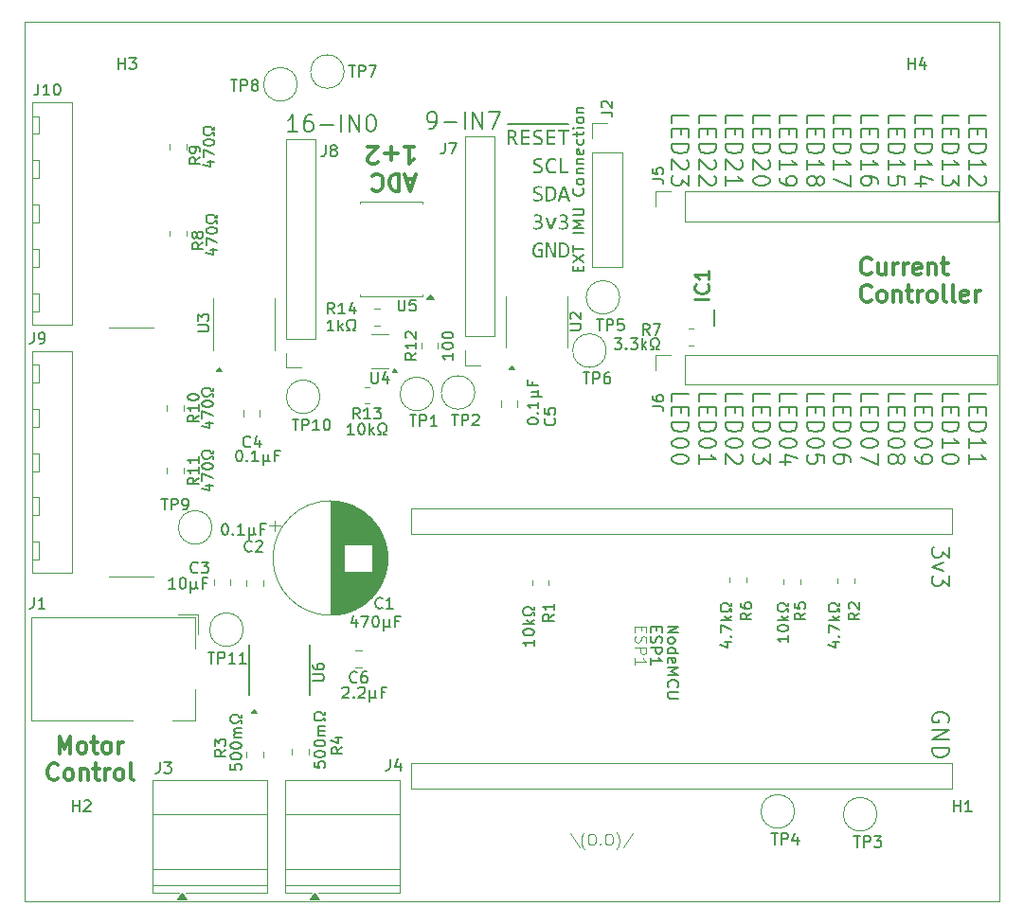
<source format=gto>
%TF.GenerationSoftware,KiCad,Pcbnew,9.0.5*%
%TF.CreationDate,2025-11-08T17:23:47-08:00*%
%TF.ProjectId,SoftKeyboardController,536f6674-4b65-4796-926f-617264436f6e,v1.5*%
%TF.SameCoordinates,Original*%
%TF.FileFunction,Legend,Top*%
%TF.FilePolarity,Positive*%
%FSLAX46Y46*%
G04 Gerber Fmt 4.6, Leading zero omitted, Abs format (unit mm)*
G04 Created by KiCad (PCBNEW 9.0.5) date 2025-11-08 17:23:47*
%MOMM*%
%LPD*%
G01*
G04 APERTURE LIST*
%ADD10C,0.300000*%
%ADD11C,0.187500*%
%ADD12C,0.100000*%
%ADD13C,0.150000*%
%ADD14C,0.254000*%
%ADD15C,0.200000*%
%ADD16C,0.120000*%
%TA.AperFunction,Profile*%
%ADD17C,0.050000*%
%TD*%
G04 APERTURE END LIST*
D10*
X228050253Y-65702255D02*
X227978825Y-65773684D01*
X227978825Y-65773684D02*
X227764539Y-65845112D01*
X227764539Y-65845112D02*
X227621682Y-65845112D01*
X227621682Y-65845112D02*
X227407396Y-65773684D01*
X227407396Y-65773684D02*
X227264539Y-65630826D01*
X227264539Y-65630826D02*
X227193110Y-65487969D01*
X227193110Y-65487969D02*
X227121682Y-65202255D01*
X227121682Y-65202255D02*
X227121682Y-64987969D01*
X227121682Y-64987969D02*
X227193110Y-64702255D01*
X227193110Y-64702255D02*
X227264539Y-64559398D01*
X227264539Y-64559398D02*
X227407396Y-64416541D01*
X227407396Y-64416541D02*
X227621682Y-64345112D01*
X227621682Y-64345112D02*
X227764539Y-64345112D01*
X227764539Y-64345112D02*
X227978825Y-64416541D01*
X227978825Y-64416541D02*
X228050253Y-64487969D01*
X229335968Y-64845112D02*
X229335968Y-65845112D01*
X228693110Y-64845112D02*
X228693110Y-65630826D01*
X228693110Y-65630826D02*
X228764539Y-65773684D01*
X228764539Y-65773684D02*
X228907396Y-65845112D01*
X228907396Y-65845112D02*
X229121682Y-65845112D01*
X229121682Y-65845112D02*
X229264539Y-65773684D01*
X229264539Y-65773684D02*
X229335968Y-65702255D01*
X230050253Y-65845112D02*
X230050253Y-64845112D01*
X230050253Y-65130826D02*
X230121682Y-64987969D01*
X230121682Y-64987969D02*
X230193111Y-64916541D01*
X230193111Y-64916541D02*
X230335968Y-64845112D01*
X230335968Y-64845112D02*
X230478825Y-64845112D01*
X230978824Y-65845112D02*
X230978824Y-64845112D01*
X230978824Y-65130826D02*
X231050253Y-64987969D01*
X231050253Y-64987969D02*
X231121682Y-64916541D01*
X231121682Y-64916541D02*
X231264539Y-64845112D01*
X231264539Y-64845112D02*
X231407396Y-64845112D01*
X232478824Y-65773684D02*
X232335967Y-65845112D01*
X232335967Y-65845112D02*
X232050253Y-65845112D01*
X232050253Y-65845112D02*
X231907395Y-65773684D01*
X231907395Y-65773684D02*
X231835967Y-65630826D01*
X231835967Y-65630826D02*
X231835967Y-65059398D01*
X231835967Y-65059398D02*
X231907395Y-64916541D01*
X231907395Y-64916541D02*
X232050253Y-64845112D01*
X232050253Y-64845112D02*
X232335967Y-64845112D01*
X232335967Y-64845112D02*
X232478824Y-64916541D01*
X232478824Y-64916541D02*
X232550253Y-65059398D01*
X232550253Y-65059398D02*
X232550253Y-65202255D01*
X232550253Y-65202255D02*
X231835967Y-65345112D01*
X233193109Y-64845112D02*
X233193109Y-65845112D01*
X233193109Y-64987969D02*
X233264538Y-64916541D01*
X233264538Y-64916541D02*
X233407395Y-64845112D01*
X233407395Y-64845112D02*
X233621681Y-64845112D01*
X233621681Y-64845112D02*
X233764538Y-64916541D01*
X233764538Y-64916541D02*
X233835967Y-65059398D01*
X233835967Y-65059398D02*
X233835967Y-65845112D01*
X234335967Y-64845112D02*
X234907395Y-64845112D01*
X234550252Y-64345112D02*
X234550252Y-65630826D01*
X234550252Y-65630826D02*
X234621681Y-65773684D01*
X234621681Y-65773684D02*
X234764538Y-65845112D01*
X234764538Y-65845112D02*
X234907395Y-65845112D01*
X228050253Y-68117171D02*
X227978825Y-68188600D01*
X227978825Y-68188600D02*
X227764539Y-68260028D01*
X227764539Y-68260028D02*
X227621682Y-68260028D01*
X227621682Y-68260028D02*
X227407396Y-68188600D01*
X227407396Y-68188600D02*
X227264539Y-68045742D01*
X227264539Y-68045742D02*
X227193110Y-67902885D01*
X227193110Y-67902885D02*
X227121682Y-67617171D01*
X227121682Y-67617171D02*
X227121682Y-67402885D01*
X227121682Y-67402885D02*
X227193110Y-67117171D01*
X227193110Y-67117171D02*
X227264539Y-66974314D01*
X227264539Y-66974314D02*
X227407396Y-66831457D01*
X227407396Y-66831457D02*
X227621682Y-66760028D01*
X227621682Y-66760028D02*
X227764539Y-66760028D01*
X227764539Y-66760028D02*
X227978825Y-66831457D01*
X227978825Y-66831457D02*
X228050253Y-66902885D01*
X228907396Y-68260028D02*
X228764539Y-68188600D01*
X228764539Y-68188600D02*
X228693110Y-68117171D01*
X228693110Y-68117171D02*
X228621682Y-67974314D01*
X228621682Y-67974314D02*
X228621682Y-67545742D01*
X228621682Y-67545742D02*
X228693110Y-67402885D01*
X228693110Y-67402885D02*
X228764539Y-67331457D01*
X228764539Y-67331457D02*
X228907396Y-67260028D01*
X228907396Y-67260028D02*
X229121682Y-67260028D01*
X229121682Y-67260028D02*
X229264539Y-67331457D01*
X229264539Y-67331457D02*
X229335968Y-67402885D01*
X229335968Y-67402885D02*
X229407396Y-67545742D01*
X229407396Y-67545742D02*
X229407396Y-67974314D01*
X229407396Y-67974314D02*
X229335968Y-68117171D01*
X229335968Y-68117171D02*
X229264539Y-68188600D01*
X229264539Y-68188600D02*
X229121682Y-68260028D01*
X229121682Y-68260028D02*
X228907396Y-68260028D01*
X230050253Y-67260028D02*
X230050253Y-68260028D01*
X230050253Y-67402885D02*
X230121682Y-67331457D01*
X230121682Y-67331457D02*
X230264539Y-67260028D01*
X230264539Y-67260028D02*
X230478825Y-67260028D01*
X230478825Y-67260028D02*
X230621682Y-67331457D01*
X230621682Y-67331457D02*
X230693111Y-67474314D01*
X230693111Y-67474314D02*
X230693111Y-68260028D01*
X231193111Y-67260028D02*
X231764539Y-67260028D01*
X231407396Y-66760028D02*
X231407396Y-68045742D01*
X231407396Y-68045742D02*
X231478825Y-68188600D01*
X231478825Y-68188600D02*
X231621682Y-68260028D01*
X231621682Y-68260028D02*
X231764539Y-68260028D01*
X232264539Y-68260028D02*
X232264539Y-67260028D01*
X232264539Y-67545742D02*
X232335968Y-67402885D01*
X232335968Y-67402885D02*
X232407397Y-67331457D01*
X232407397Y-67331457D02*
X232550254Y-67260028D01*
X232550254Y-67260028D02*
X232693111Y-67260028D01*
X233407396Y-68260028D02*
X233264539Y-68188600D01*
X233264539Y-68188600D02*
X233193110Y-68117171D01*
X233193110Y-68117171D02*
X233121682Y-67974314D01*
X233121682Y-67974314D02*
X233121682Y-67545742D01*
X233121682Y-67545742D02*
X233193110Y-67402885D01*
X233193110Y-67402885D02*
X233264539Y-67331457D01*
X233264539Y-67331457D02*
X233407396Y-67260028D01*
X233407396Y-67260028D02*
X233621682Y-67260028D01*
X233621682Y-67260028D02*
X233764539Y-67331457D01*
X233764539Y-67331457D02*
X233835968Y-67402885D01*
X233835968Y-67402885D02*
X233907396Y-67545742D01*
X233907396Y-67545742D02*
X233907396Y-67974314D01*
X233907396Y-67974314D02*
X233835968Y-68117171D01*
X233835968Y-68117171D02*
X233764539Y-68188600D01*
X233764539Y-68188600D02*
X233621682Y-68260028D01*
X233621682Y-68260028D02*
X233407396Y-68260028D01*
X234764539Y-68260028D02*
X234621682Y-68188600D01*
X234621682Y-68188600D02*
X234550253Y-68045742D01*
X234550253Y-68045742D02*
X234550253Y-66760028D01*
X235550253Y-68260028D02*
X235407396Y-68188600D01*
X235407396Y-68188600D02*
X235335967Y-68045742D01*
X235335967Y-68045742D02*
X235335967Y-66760028D01*
X236693110Y-68188600D02*
X236550253Y-68260028D01*
X236550253Y-68260028D02*
X236264539Y-68260028D01*
X236264539Y-68260028D02*
X236121681Y-68188600D01*
X236121681Y-68188600D02*
X236050253Y-68045742D01*
X236050253Y-68045742D02*
X236050253Y-67474314D01*
X236050253Y-67474314D02*
X236121681Y-67331457D01*
X236121681Y-67331457D02*
X236264539Y-67260028D01*
X236264539Y-67260028D02*
X236550253Y-67260028D01*
X236550253Y-67260028D02*
X236693110Y-67331457D01*
X236693110Y-67331457D02*
X236764539Y-67474314D01*
X236764539Y-67474314D02*
X236764539Y-67617171D01*
X236764539Y-67617171D02*
X236050253Y-67760028D01*
X237407395Y-68260028D02*
X237407395Y-67260028D01*
X237407395Y-67545742D02*
X237478824Y-67402885D01*
X237478824Y-67402885D02*
X237550253Y-67331457D01*
X237550253Y-67331457D02*
X237693110Y-67260028D01*
X237693110Y-67260028D02*
X237835967Y-67260028D01*
D11*
X188511926Y-52807178D02*
X188797640Y-52807178D01*
X188797640Y-52807178D02*
X188940497Y-52735750D01*
X188940497Y-52735750D02*
X189011926Y-52664321D01*
X189011926Y-52664321D02*
X189154783Y-52450035D01*
X189154783Y-52450035D02*
X189226212Y-52164321D01*
X189226212Y-52164321D02*
X189226212Y-51592892D01*
X189226212Y-51592892D02*
X189154783Y-51450035D01*
X189154783Y-51450035D02*
X189083355Y-51378607D01*
X189083355Y-51378607D02*
X188940497Y-51307178D01*
X188940497Y-51307178D02*
X188654783Y-51307178D01*
X188654783Y-51307178D02*
X188511926Y-51378607D01*
X188511926Y-51378607D02*
X188440497Y-51450035D01*
X188440497Y-51450035D02*
X188369069Y-51592892D01*
X188369069Y-51592892D02*
X188369069Y-51950035D01*
X188369069Y-51950035D02*
X188440497Y-52092892D01*
X188440497Y-52092892D02*
X188511926Y-52164321D01*
X188511926Y-52164321D02*
X188654783Y-52235750D01*
X188654783Y-52235750D02*
X188940497Y-52235750D01*
X188940497Y-52235750D02*
X189083355Y-52164321D01*
X189083355Y-52164321D02*
X189154783Y-52092892D01*
X189154783Y-52092892D02*
X189226212Y-51950035D01*
X189869068Y-52235750D02*
X191011926Y-52235750D01*
X191726211Y-52807178D02*
X191726211Y-51307178D01*
X192440497Y-52807178D02*
X192440497Y-51307178D01*
X192440497Y-51307178D02*
X193297640Y-52807178D01*
X193297640Y-52807178D02*
X193297640Y-51307178D01*
X193869069Y-51307178D02*
X194869069Y-51307178D01*
X194869069Y-51307178D02*
X194226212Y-52807178D01*
D10*
X155491999Y-108637912D02*
X155491999Y-107137912D01*
X155491999Y-107137912D02*
X155991999Y-108209341D01*
X155991999Y-108209341D02*
X156491999Y-107137912D01*
X156491999Y-107137912D02*
X156491999Y-108637912D01*
X157420571Y-108637912D02*
X157277714Y-108566484D01*
X157277714Y-108566484D02*
X157206285Y-108495055D01*
X157206285Y-108495055D02*
X157134857Y-108352198D01*
X157134857Y-108352198D02*
X157134857Y-107923626D01*
X157134857Y-107923626D02*
X157206285Y-107780769D01*
X157206285Y-107780769D02*
X157277714Y-107709341D01*
X157277714Y-107709341D02*
X157420571Y-107637912D01*
X157420571Y-107637912D02*
X157634857Y-107637912D01*
X157634857Y-107637912D02*
X157777714Y-107709341D01*
X157777714Y-107709341D02*
X157849143Y-107780769D01*
X157849143Y-107780769D02*
X157920571Y-107923626D01*
X157920571Y-107923626D02*
X157920571Y-108352198D01*
X157920571Y-108352198D02*
X157849143Y-108495055D01*
X157849143Y-108495055D02*
X157777714Y-108566484D01*
X157777714Y-108566484D02*
X157634857Y-108637912D01*
X157634857Y-108637912D02*
X157420571Y-108637912D01*
X158349143Y-107637912D02*
X158920571Y-107637912D01*
X158563428Y-107137912D02*
X158563428Y-108423626D01*
X158563428Y-108423626D02*
X158634857Y-108566484D01*
X158634857Y-108566484D02*
X158777714Y-108637912D01*
X158777714Y-108637912D02*
X158920571Y-108637912D01*
X159634857Y-108637912D02*
X159492000Y-108566484D01*
X159492000Y-108566484D02*
X159420571Y-108495055D01*
X159420571Y-108495055D02*
X159349143Y-108352198D01*
X159349143Y-108352198D02*
X159349143Y-107923626D01*
X159349143Y-107923626D02*
X159420571Y-107780769D01*
X159420571Y-107780769D02*
X159492000Y-107709341D01*
X159492000Y-107709341D02*
X159634857Y-107637912D01*
X159634857Y-107637912D02*
X159849143Y-107637912D01*
X159849143Y-107637912D02*
X159992000Y-107709341D01*
X159992000Y-107709341D02*
X160063429Y-107780769D01*
X160063429Y-107780769D02*
X160134857Y-107923626D01*
X160134857Y-107923626D02*
X160134857Y-108352198D01*
X160134857Y-108352198D02*
X160063429Y-108495055D01*
X160063429Y-108495055D02*
X159992000Y-108566484D01*
X159992000Y-108566484D02*
X159849143Y-108637912D01*
X159849143Y-108637912D02*
X159634857Y-108637912D01*
X160777714Y-108637912D02*
X160777714Y-107637912D01*
X160777714Y-107923626D02*
X160849143Y-107780769D01*
X160849143Y-107780769D02*
X160920572Y-107709341D01*
X160920572Y-107709341D02*
X161063429Y-107637912D01*
X161063429Y-107637912D02*
X161206286Y-107637912D01*
X155384857Y-110909971D02*
X155313429Y-110981400D01*
X155313429Y-110981400D02*
X155099143Y-111052828D01*
X155099143Y-111052828D02*
X154956286Y-111052828D01*
X154956286Y-111052828D02*
X154742000Y-110981400D01*
X154742000Y-110981400D02*
X154599143Y-110838542D01*
X154599143Y-110838542D02*
X154527714Y-110695685D01*
X154527714Y-110695685D02*
X154456286Y-110409971D01*
X154456286Y-110409971D02*
X154456286Y-110195685D01*
X154456286Y-110195685D02*
X154527714Y-109909971D01*
X154527714Y-109909971D02*
X154599143Y-109767114D01*
X154599143Y-109767114D02*
X154742000Y-109624257D01*
X154742000Y-109624257D02*
X154956286Y-109552828D01*
X154956286Y-109552828D02*
X155099143Y-109552828D01*
X155099143Y-109552828D02*
X155313429Y-109624257D01*
X155313429Y-109624257D02*
X155384857Y-109695685D01*
X156242000Y-111052828D02*
X156099143Y-110981400D01*
X156099143Y-110981400D02*
X156027714Y-110909971D01*
X156027714Y-110909971D02*
X155956286Y-110767114D01*
X155956286Y-110767114D02*
X155956286Y-110338542D01*
X155956286Y-110338542D02*
X156027714Y-110195685D01*
X156027714Y-110195685D02*
X156099143Y-110124257D01*
X156099143Y-110124257D02*
X156242000Y-110052828D01*
X156242000Y-110052828D02*
X156456286Y-110052828D01*
X156456286Y-110052828D02*
X156599143Y-110124257D01*
X156599143Y-110124257D02*
X156670572Y-110195685D01*
X156670572Y-110195685D02*
X156742000Y-110338542D01*
X156742000Y-110338542D02*
X156742000Y-110767114D01*
X156742000Y-110767114D02*
X156670572Y-110909971D01*
X156670572Y-110909971D02*
X156599143Y-110981400D01*
X156599143Y-110981400D02*
X156456286Y-111052828D01*
X156456286Y-111052828D02*
X156242000Y-111052828D01*
X157384857Y-110052828D02*
X157384857Y-111052828D01*
X157384857Y-110195685D02*
X157456286Y-110124257D01*
X157456286Y-110124257D02*
X157599143Y-110052828D01*
X157599143Y-110052828D02*
X157813429Y-110052828D01*
X157813429Y-110052828D02*
X157956286Y-110124257D01*
X157956286Y-110124257D02*
X158027715Y-110267114D01*
X158027715Y-110267114D02*
X158027715Y-111052828D01*
X158527715Y-110052828D02*
X159099143Y-110052828D01*
X158742000Y-109552828D02*
X158742000Y-110838542D01*
X158742000Y-110838542D02*
X158813429Y-110981400D01*
X158813429Y-110981400D02*
X158956286Y-111052828D01*
X158956286Y-111052828D02*
X159099143Y-111052828D01*
X159599143Y-111052828D02*
X159599143Y-110052828D01*
X159599143Y-110338542D02*
X159670572Y-110195685D01*
X159670572Y-110195685D02*
X159742001Y-110124257D01*
X159742001Y-110124257D02*
X159884858Y-110052828D01*
X159884858Y-110052828D02*
X160027715Y-110052828D01*
X160742000Y-111052828D02*
X160599143Y-110981400D01*
X160599143Y-110981400D02*
X160527714Y-110909971D01*
X160527714Y-110909971D02*
X160456286Y-110767114D01*
X160456286Y-110767114D02*
X160456286Y-110338542D01*
X160456286Y-110338542D02*
X160527714Y-110195685D01*
X160527714Y-110195685D02*
X160599143Y-110124257D01*
X160599143Y-110124257D02*
X160742000Y-110052828D01*
X160742000Y-110052828D02*
X160956286Y-110052828D01*
X160956286Y-110052828D02*
X161099143Y-110124257D01*
X161099143Y-110124257D02*
X161170572Y-110195685D01*
X161170572Y-110195685D02*
X161242000Y-110338542D01*
X161242000Y-110338542D02*
X161242000Y-110767114D01*
X161242000Y-110767114D02*
X161170572Y-110909971D01*
X161170572Y-110909971D02*
X161099143Y-110981400D01*
X161099143Y-110981400D02*
X160956286Y-111052828D01*
X160956286Y-111052828D02*
X160742000Y-111052828D01*
X162099143Y-111052828D02*
X161956286Y-110981400D01*
X161956286Y-110981400D02*
X161884857Y-110838542D01*
X161884857Y-110838542D02*
X161884857Y-109552828D01*
D11*
X234920892Y-105840212D02*
X234992321Y-105697355D01*
X234992321Y-105697355D02*
X234992321Y-105483069D01*
X234992321Y-105483069D02*
X234920892Y-105268783D01*
X234920892Y-105268783D02*
X234778035Y-105125926D01*
X234778035Y-105125926D02*
X234635178Y-105054497D01*
X234635178Y-105054497D02*
X234349464Y-104983069D01*
X234349464Y-104983069D02*
X234135178Y-104983069D01*
X234135178Y-104983069D02*
X233849464Y-105054497D01*
X233849464Y-105054497D02*
X233706607Y-105125926D01*
X233706607Y-105125926D02*
X233563750Y-105268783D01*
X233563750Y-105268783D02*
X233492321Y-105483069D01*
X233492321Y-105483069D02*
X233492321Y-105625926D01*
X233492321Y-105625926D02*
X233563750Y-105840212D01*
X233563750Y-105840212D02*
X233635178Y-105911640D01*
X233635178Y-105911640D02*
X234135178Y-105911640D01*
X234135178Y-105911640D02*
X234135178Y-105625926D01*
X233492321Y-106554497D02*
X234992321Y-106554497D01*
X234992321Y-106554497D02*
X233492321Y-107411640D01*
X233492321Y-107411640D02*
X234992321Y-107411640D01*
X233492321Y-108125926D02*
X234992321Y-108125926D01*
X234992321Y-108125926D02*
X234992321Y-108483069D01*
X234992321Y-108483069D02*
X234920892Y-108697355D01*
X234920892Y-108697355D02*
X234778035Y-108840212D01*
X234778035Y-108840212D02*
X234635178Y-108911641D01*
X234635178Y-108911641D02*
X234349464Y-108983069D01*
X234349464Y-108983069D02*
X234135178Y-108983069D01*
X234135178Y-108983069D02*
X233849464Y-108911641D01*
X233849464Y-108911641D02*
X233706607Y-108840212D01*
X233706607Y-108840212D02*
X233563750Y-108697355D01*
X233563750Y-108697355D02*
X233492321Y-108483069D01*
X233492321Y-108483069D02*
X233492321Y-108125926D01*
D12*
X201138550Y-115744180D02*
X201995693Y-117029895D01*
X202424265Y-117220371D02*
X202376646Y-117172752D01*
X202376646Y-117172752D02*
X202281408Y-117029895D01*
X202281408Y-117029895D02*
X202233789Y-116934657D01*
X202233789Y-116934657D02*
X202186170Y-116791800D01*
X202186170Y-116791800D02*
X202138551Y-116553704D01*
X202138551Y-116553704D02*
X202138551Y-116363228D01*
X202138551Y-116363228D02*
X202186170Y-116125133D01*
X202186170Y-116125133D02*
X202233789Y-115982276D01*
X202233789Y-115982276D02*
X202281408Y-115887038D01*
X202281408Y-115887038D02*
X202376646Y-115744180D01*
X202376646Y-115744180D02*
X202424265Y-115696561D01*
X202995694Y-115839419D02*
X203186170Y-115839419D01*
X203186170Y-115839419D02*
X203281408Y-115887038D01*
X203281408Y-115887038D02*
X203376646Y-115982276D01*
X203376646Y-115982276D02*
X203424265Y-116172752D01*
X203424265Y-116172752D02*
X203424265Y-116506085D01*
X203424265Y-116506085D02*
X203376646Y-116696561D01*
X203376646Y-116696561D02*
X203281408Y-116791800D01*
X203281408Y-116791800D02*
X203186170Y-116839419D01*
X203186170Y-116839419D02*
X202995694Y-116839419D01*
X202995694Y-116839419D02*
X202900456Y-116791800D01*
X202900456Y-116791800D02*
X202805218Y-116696561D01*
X202805218Y-116696561D02*
X202757599Y-116506085D01*
X202757599Y-116506085D02*
X202757599Y-116172752D01*
X202757599Y-116172752D02*
X202805218Y-115982276D01*
X202805218Y-115982276D02*
X202900456Y-115887038D01*
X202900456Y-115887038D02*
X202995694Y-115839419D01*
X203852837Y-116744180D02*
X203900456Y-116791800D01*
X203900456Y-116791800D02*
X203852837Y-116839419D01*
X203852837Y-116839419D02*
X203805218Y-116791800D01*
X203805218Y-116791800D02*
X203852837Y-116744180D01*
X203852837Y-116744180D02*
X203852837Y-116839419D01*
X204519503Y-115839419D02*
X204709979Y-115839419D01*
X204709979Y-115839419D02*
X204805217Y-115887038D01*
X204805217Y-115887038D02*
X204900455Y-115982276D01*
X204900455Y-115982276D02*
X204948074Y-116172752D01*
X204948074Y-116172752D02*
X204948074Y-116506085D01*
X204948074Y-116506085D02*
X204900455Y-116696561D01*
X204900455Y-116696561D02*
X204805217Y-116791800D01*
X204805217Y-116791800D02*
X204709979Y-116839419D01*
X204709979Y-116839419D02*
X204519503Y-116839419D01*
X204519503Y-116839419D02*
X204424265Y-116791800D01*
X204424265Y-116791800D02*
X204329027Y-116696561D01*
X204329027Y-116696561D02*
X204281408Y-116506085D01*
X204281408Y-116506085D02*
X204281408Y-116172752D01*
X204281408Y-116172752D02*
X204329027Y-115982276D01*
X204329027Y-115982276D02*
X204424265Y-115887038D01*
X204424265Y-115887038D02*
X204519503Y-115839419D01*
X205281408Y-117220371D02*
X205329027Y-117172752D01*
X205329027Y-117172752D02*
X205424265Y-117029895D01*
X205424265Y-117029895D02*
X205471884Y-116934657D01*
X205471884Y-116934657D02*
X205519503Y-116791800D01*
X205519503Y-116791800D02*
X205567122Y-116553704D01*
X205567122Y-116553704D02*
X205567122Y-116363228D01*
X205567122Y-116363228D02*
X205519503Y-116125133D01*
X205519503Y-116125133D02*
X205471884Y-115982276D01*
X205471884Y-115982276D02*
X205424265Y-115887038D01*
X205424265Y-115887038D02*
X205329027Y-115744180D01*
X205329027Y-115744180D02*
X205281408Y-115696561D01*
X206757598Y-115791800D02*
X205900456Y-117077514D01*
D10*
X187222917Y-57271658D02*
X186508632Y-57271658D01*
X187365774Y-56843087D02*
X186865774Y-58343087D01*
X186865774Y-58343087D02*
X186365774Y-56843087D01*
X185865775Y-56843087D02*
X185865775Y-58343087D01*
X185865775Y-58343087D02*
X185508632Y-58343087D01*
X185508632Y-58343087D02*
X185294346Y-58271658D01*
X185294346Y-58271658D02*
X185151489Y-58128801D01*
X185151489Y-58128801D02*
X185080060Y-57985944D01*
X185080060Y-57985944D02*
X185008632Y-57700230D01*
X185008632Y-57700230D02*
X185008632Y-57485944D01*
X185008632Y-57485944D02*
X185080060Y-57200230D01*
X185080060Y-57200230D02*
X185151489Y-57057373D01*
X185151489Y-57057373D02*
X185294346Y-56914516D01*
X185294346Y-56914516D02*
X185508632Y-56843087D01*
X185508632Y-56843087D02*
X185865775Y-56843087D01*
X183508632Y-56985944D02*
X183580060Y-56914516D01*
X183580060Y-56914516D02*
X183794346Y-56843087D01*
X183794346Y-56843087D02*
X183937203Y-56843087D01*
X183937203Y-56843087D02*
X184151489Y-56914516D01*
X184151489Y-56914516D02*
X184294346Y-57057373D01*
X184294346Y-57057373D02*
X184365775Y-57200230D01*
X184365775Y-57200230D02*
X184437203Y-57485944D01*
X184437203Y-57485944D02*
X184437203Y-57700230D01*
X184437203Y-57700230D02*
X184365775Y-57985944D01*
X184365775Y-57985944D02*
X184294346Y-58128801D01*
X184294346Y-58128801D02*
X184151489Y-58271658D01*
X184151489Y-58271658D02*
X183937203Y-58343087D01*
X183937203Y-58343087D02*
X183794346Y-58343087D01*
X183794346Y-58343087D02*
X183580060Y-58271658D01*
X183580060Y-58271658D02*
X183508632Y-58200230D01*
X186365774Y-54428171D02*
X187222917Y-54428171D01*
X186794346Y-54428171D02*
X186794346Y-55928171D01*
X186794346Y-55928171D02*
X186937203Y-55713885D01*
X186937203Y-55713885D02*
X187080060Y-55571028D01*
X187080060Y-55571028D02*
X187222917Y-55499600D01*
X185722918Y-54999600D02*
X184580061Y-54999600D01*
X185151489Y-54428171D02*
X185151489Y-55571028D01*
X183937203Y-55785314D02*
X183865775Y-55856742D01*
X183865775Y-55856742D02*
X183722918Y-55928171D01*
X183722918Y-55928171D02*
X183365775Y-55928171D01*
X183365775Y-55928171D02*
X183222918Y-55856742D01*
X183222918Y-55856742D02*
X183151489Y-55785314D01*
X183151489Y-55785314D02*
X183080060Y-55642457D01*
X183080060Y-55642457D02*
X183080060Y-55499600D01*
X183080060Y-55499600D02*
X183151489Y-55285314D01*
X183151489Y-55285314D02*
X184008632Y-54428171D01*
X184008632Y-54428171D02*
X183080060Y-54428171D01*
D11*
X236815397Y-52301783D02*
X236815397Y-51587497D01*
X236815397Y-51587497D02*
X238315397Y-51587497D01*
X237601111Y-52801783D02*
X237601111Y-53301783D01*
X236815397Y-53516069D02*
X236815397Y-52801783D01*
X236815397Y-52801783D02*
X238315397Y-52801783D01*
X238315397Y-52801783D02*
X238315397Y-53516069D01*
X236815397Y-54158926D02*
X238315397Y-54158926D01*
X238315397Y-54158926D02*
X238315397Y-54516069D01*
X238315397Y-54516069D02*
X238243968Y-54730355D01*
X238243968Y-54730355D02*
X238101111Y-54873212D01*
X238101111Y-54873212D02*
X237958254Y-54944641D01*
X237958254Y-54944641D02*
X237672540Y-55016069D01*
X237672540Y-55016069D02*
X237458254Y-55016069D01*
X237458254Y-55016069D02*
X237172540Y-54944641D01*
X237172540Y-54944641D02*
X237029683Y-54873212D01*
X237029683Y-54873212D02*
X236886826Y-54730355D01*
X236886826Y-54730355D02*
X236815397Y-54516069D01*
X236815397Y-54516069D02*
X236815397Y-54158926D01*
X236815397Y-56444641D02*
X236815397Y-55587498D01*
X236815397Y-56016069D02*
X238315397Y-56016069D01*
X238315397Y-56016069D02*
X238101111Y-55873212D01*
X238101111Y-55873212D02*
X237958254Y-55730355D01*
X237958254Y-55730355D02*
X237886826Y-55587498D01*
X238172540Y-57016069D02*
X238243968Y-57087497D01*
X238243968Y-57087497D02*
X238315397Y-57230355D01*
X238315397Y-57230355D02*
X238315397Y-57587497D01*
X238315397Y-57587497D02*
X238243968Y-57730355D01*
X238243968Y-57730355D02*
X238172540Y-57801783D01*
X238172540Y-57801783D02*
X238029683Y-57873212D01*
X238029683Y-57873212D02*
X237886826Y-57873212D01*
X237886826Y-57873212D02*
X237672540Y-57801783D01*
X237672540Y-57801783D02*
X236815397Y-56944640D01*
X236815397Y-56944640D02*
X236815397Y-57873212D01*
X234400481Y-52301783D02*
X234400481Y-51587497D01*
X234400481Y-51587497D02*
X235900481Y-51587497D01*
X235186195Y-52801783D02*
X235186195Y-53301783D01*
X234400481Y-53516069D02*
X234400481Y-52801783D01*
X234400481Y-52801783D02*
X235900481Y-52801783D01*
X235900481Y-52801783D02*
X235900481Y-53516069D01*
X234400481Y-54158926D02*
X235900481Y-54158926D01*
X235900481Y-54158926D02*
X235900481Y-54516069D01*
X235900481Y-54516069D02*
X235829052Y-54730355D01*
X235829052Y-54730355D02*
X235686195Y-54873212D01*
X235686195Y-54873212D02*
X235543338Y-54944641D01*
X235543338Y-54944641D02*
X235257624Y-55016069D01*
X235257624Y-55016069D02*
X235043338Y-55016069D01*
X235043338Y-55016069D02*
X234757624Y-54944641D01*
X234757624Y-54944641D02*
X234614767Y-54873212D01*
X234614767Y-54873212D02*
X234471910Y-54730355D01*
X234471910Y-54730355D02*
X234400481Y-54516069D01*
X234400481Y-54516069D02*
X234400481Y-54158926D01*
X234400481Y-56444641D02*
X234400481Y-55587498D01*
X234400481Y-56016069D02*
X235900481Y-56016069D01*
X235900481Y-56016069D02*
X235686195Y-55873212D01*
X235686195Y-55873212D02*
X235543338Y-55730355D01*
X235543338Y-55730355D02*
X235471910Y-55587498D01*
X235900481Y-56944640D02*
X235900481Y-57873212D01*
X235900481Y-57873212D02*
X235329052Y-57373212D01*
X235329052Y-57373212D02*
X235329052Y-57587497D01*
X235329052Y-57587497D02*
X235257624Y-57730355D01*
X235257624Y-57730355D02*
X235186195Y-57801783D01*
X235186195Y-57801783D02*
X235043338Y-57873212D01*
X235043338Y-57873212D02*
X234686195Y-57873212D01*
X234686195Y-57873212D02*
X234543338Y-57801783D01*
X234543338Y-57801783D02*
X234471910Y-57730355D01*
X234471910Y-57730355D02*
X234400481Y-57587497D01*
X234400481Y-57587497D02*
X234400481Y-57158926D01*
X234400481Y-57158926D02*
X234471910Y-57016069D01*
X234471910Y-57016069D02*
X234543338Y-56944640D01*
X231985565Y-52301783D02*
X231985565Y-51587497D01*
X231985565Y-51587497D02*
X233485565Y-51587497D01*
X232771279Y-52801783D02*
X232771279Y-53301783D01*
X231985565Y-53516069D02*
X231985565Y-52801783D01*
X231985565Y-52801783D02*
X233485565Y-52801783D01*
X233485565Y-52801783D02*
X233485565Y-53516069D01*
X231985565Y-54158926D02*
X233485565Y-54158926D01*
X233485565Y-54158926D02*
X233485565Y-54516069D01*
X233485565Y-54516069D02*
X233414136Y-54730355D01*
X233414136Y-54730355D02*
X233271279Y-54873212D01*
X233271279Y-54873212D02*
X233128422Y-54944641D01*
X233128422Y-54944641D02*
X232842708Y-55016069D01*
X232842708Y-55016069D02*
X232628422Y-55016069D01*
X232628422Y-55016069D02*
X232342708Y-54944641D01*
X232342708Y-54944641D02*
X232199851Y-54873212D01*
X232199851Y-54873212D02*
X232056994Y-54730355D01*
X232056994Y-54730355D02*
X231985565Y-54516069D01*
X231985565Y-54516069D02*
X231985565Y-54158926D01*
X231985565Y-56444641D02*
X231985565Y-55587498D01*
X231985565Y-56016069D02*
X233485565Y-56016069D01*
X233485565Y-56016069D02*
X233271279Y-55873212D01*
X233271279Y-55873212D02*
X233128422Y-55730355D01*
X233128422Y-55730355D02*
X233056994Y-55587498D01*
X232985565Y-57730355D02*
X231985565Y-57730355D01*
X233556994Y-57373212D02*
X232485565Y-57016069D01*
X232485565Y-57016069D02*
X232485565Y-57944640D01*
X229570649Y-52301783D02*
X229570649Y-51587497D01*
X229570649Y-51587497D02*
X231070649Y-51587497D01*
X230356363Y-52801783D02*
X230356363Y-53301783D01*
X229570649Y-53516069D02*
X229570649Y-52801783D01*
X229570649Y-52801783D02*
X231070649Y-52801783D01*
X231070649Y-52801783D02*
X231070649Y-53516069D01*
X229570649Y-54158926D02*
X231070649Y-54158926D01*
X231070649Y-54158926D02*
X231070649Y-54516069D01*
X231070649Y-54516069D02*
X230999220Y-54730355D01*
X230999220Y-54730355D02*
X230856363Y-54873212D01*
X230856363Y-54873212D02*
X230713506Y-54944641D01*
X230713506Y-54944641D02*
X230427792Y-55016069D01*
X230427792Y-55016069D02*
X230213506Y-55016069D01*
X230213506Y-55016069D02*
X229927792Y-54944641D01*
X229927792Y-54944641D02*
X229784935Y-54873212D01*
X229784935Y-54873212D02*
X229642078Y-54730355D01*
X229642078Y-54730355D02*
X229570649Y-54516069D01*
X229570649Y-54516069D02*
X229570649Y-54158926D01*
X229570649Y-56444641D02*
X229570649Y-55587498D01*
X229570649Y-56016069D02*
X231070649Y-56016069D01*
X231070649Y-56016069D02*
X230856363Y-55873212D01*
X230856363Y-55873212D02*
X230713506Y-55730355D01*
X230713506Y-55730355D02*
X230642078Y-55587498D01*
X231070649Y-57801783D02*
X231070649Y-57087497D01*
X231070649Y-57087497D02*
X230356363Y-57016069D01*
X230356363Y-57016069D02*
X230427792Y-57087497D01*
X230427792Y-57087497D02*
X230499220Y-57230355D01*
X230499220Y-57230355D02*
X230499220Y-57587497D01*
X230499220Y-57587497D02*
X230427792Y-57730355D01*
X230427792Y-57730355D02*
X230356363Y-57801783D01*
X230356363Y-57801783D02*
X230213506Y-57873212D01*
X230213506Y-57873212D02*
X229856363Y-57873212D01*
X229856363Y-57873212D02*
X229713506Y-57801783D01*
X229713506Y-57801783D02*
X229642078Y-57730355D01*
X229642078Y-57730355D02*
X229570649Y-57587497D01*
X229570649Y-57587497D02*
X229570649Y-57230355D01*
X229570649Y-57230355D02*
X229642078Y-57087497D01*
X229642078Y-57087497D02*
X229713506Y-57016069D01*
X227155733Y-52301783D02*
X227155733Y-51587497D01*
X227155733Y-51587497D02*
X228655733Y-51587497D01*
X227941447Y-52801783D02*
X227941447Y-53301783D01*
X227155733Y-53516069D02*
X227155733Y-52801783D01*
X227155733Y-52801783D02*
X228655733Y-52801783D01*
X228655733Y-52801783D02*
X228655733Y-53516069D01*
X227155733Y-54158926D02*
X228655733Y-54158926D01*
X228655733Y-54158926D02*
X228655733Y-54516069D01*
X228655733Y-54516069D02*
X228584304Y-54730355D01*
X228584304Y-54730355D02*
X228441447Y-54873212D01*
X228441447Y-54873212D02*
X228298590Y-54944641D01*
X228298590Y-54944641D02*
X228012876Y-55016069D01*
X228012876Y-55016069D02*
X227798590Y-55016069D01*
X227798590Y-55016069D02*
X227512876Y-54944641D01*
X227512876Y-54944641D02*
X227370019Y-54873212D01*
X227370019Y-54873212D02*
X227227162Y-54730355D01*
X227227162Y-54730355D02*
X227155733Y-54516069D01*
X227155733Y-54516069D02*
X227155733Y-54158926D01*
X227155733Y-56444641D02*
X227155733Y-55587498D01*
X227155733Y-56016069D02*
X228655733Y-56016069D01*
X228655733Y-56016069D02*
X228441447Y-55873212D01*
X228441447Y-55873212D02*
X228298590Y-55730355D01*
X228298590Y-55730355D02*
X228227162Y-55587498D01*
X228655733Y-57730355D02*
X228655733Y-57444640D01*
X228655733Y-57444640D02*
X228584304Y-57301783D01*
X228584304Y-57301783D02*
X228512876Y-57230355D01*
X228512876Y-57230355D02*
X228298590Y-57087497D01*
X228298590Y-57087497D02*
X228012876Y-57016069D01*
X228012876Y-57016069D02*
X227441447Y-57016069D01*
X227441447Y-57016069D02*
X227298590Y-57087497D01*
X227298590Y-57087497D02*
X227227162Y-57158926D01*
X227227162Y-57158926D02*
X227155733Y-57301783D01*
X227155733Y-57301783D02*
X227155733Y-57587497D01*
X227155733Y-57587497D02*
X227227162Y-57730355D01*
X227227162Y-57730355D02*
X227298590Y-57801783D01*
X227298590Y-57801783D02*
X227441447Y-57873212D01*
X227441447Y-57873212D02*
X227798590Y-57873212D01*
X227798590Y-57873212D02*
X227941447Y-57801783D01*
X227941447Y-57801783D02*
X228012876Y-57730355D01*
X228012876Y-57730355D02*
X228084304Y-57587497D01*
X228084304Y-57587497D02*
X228084304Y-57301783D01*
X228084304Y-57301783D02*
X228012876Y-57158926D01*
X228012876Y-57158926D02*
X227941447Y-57087497D01*
X227941447Y-57087497D02*
X227798590Y-57016069D01*
X224740817Y-52301783D02*
X224740817Y-51587497D01*
X224740817Y-51587497D02*
X226240817Y-51587497D01*
X225526531Y-52801783D02*
X225526531Y-53301783D01*
X224740817Y-53516069D02*
X224740817Y-52801783D01*
X224740817Y-52801783D02*
X226240817Y-52801783D01*
X226240817Y-52801783D02*
X226240817Y-53516069D01*
X224740817Y-54158926D02*
X226240817Y-54158926D01*
X226240817Y-54158926D02*
X226240817Y-54516069D01*
X226240817Y-54516069D02*
X226169388Y-54730355D01*
X226169388Y-54730355D02*
X226026531Y-54873212D01*
X226026531Y-54873212D02*
X225883674Y-54944641D01*
X225883674Y-54944641D02*
X225597960Y-55016069D01*
X225597960Y-55016069D02*
X225383674Y-55016069D01*
X225383674Y-55016069D02*
X225097960Y-54944641D01*
X225097960Y-54944641D02*
X224955103Y-54873212D01*
X224955103Y-54873212D02*
X224812246Y-54730355D01*
X224812246Y-54730355D02*
X224740817Y-54516069D01*
X224740817Y-54516069D02*
X224740817Y-54158926D01*
X224740817Y-56444641D02*
X224740817Y-55587498D01*
X224740817Y-56016069D02*
X226240817Y-56016069D01*
X226240817Y-56016069D02*
X226026531Y-55873212D01*
X226026531Y-55873212D02*
X225883674Y-55730355D01*
X225883674Y-55730355D02*
X225812246Y-55587498D01*
X226240817Y-56944640D02*
X226240817Y-57944640D01*
X226240817Y-57944640D02*
X224740817Y-57301783D01*
X222325901Y-52301783D02*
X222325901Y-51587497D01*
X222325901Y-51587497D02*
X223825901Y-51587497D01*
X223111615Y-52801783D02*
X223111615Y-53301783D01*
X222325901Y-53516069D02*
X222325901Y-52801783D01*
X222325901Y-52801783D02*
X223825901Y-52801783D01*
X223825901Y-52801783D02*
X223825901Y-53516069D01*
X222325901Y-54158926D02*
X223825901Y-54158926D01*
X223825901Y-54158926D02*
X223825901Y-54516069D01*
X223825901Y-54516069D02*
X223754472Y-54730355D01*
X223754472Y-54730355D02*
X223611615Y-54873212D01*
X223611615Y-54873212D02*
X223468758Y-54944641D01*
X223468758Y-54944641D02*
X223183044Y-55016069D01*
X223183044Y-55016069D02*
X222968758Y-55016069D01*
X222968758Y-55016069D02*
X222683044Y-54944641D01*
X222683044Y-54944641D02*
X222540187Y-54873212D01*
X222540187Y-54873212D02*
X222397330Y-54730355D01*
X222397330Y-54730355D02*
X222325901Y-54516069D01*
X222325901Y-54516069D02*
X222325901Y-54158926D01*
X222325901Y-56444641D02*
X222325901Y-55587498D01*
X222325901Y-56016069D02*
X223825901Y-56016069D01*
X223825901Y-56016069D02*
X223611615Y-55873212D01*
X223611615Y-55873212D02*
X223468758Y-55730355D01*
X223468758Y-55730355D02*
X223397330Y-55587498D01*
X223183044Y-57301783D02*
X223254472Y-57158926D01*
X223254472Y-57158926D02*
X223325901Y-57087497D01*
X223325901Y-57087497D02*
X223468758Y-57016069D01*
X223468758Y-57016069D02*
X223540187Y-57016069D01*
X223540187Y-57016069D02*
X223683044Y-57087497D01*
X223683044Y-57087497D02*
X223754472Y-57158926D01*
X223754472Y-57158926D02*
X223825901Y-57301783D01*
X223825901Y-57301783D02*
X223825901Y-57587497D01*
X223825901Y-57587497D02*
X223754472Y-57730355D01*
X223754472Y-57730355D02*
X223683044Y-57801783D01*
X223683044Y-57801783D02*
X223540187Y-57873212D01*
X223540187Y-57873212D02*
X223468758Y-57873212D01*
X223468758Y-57873212D02*
X223325901Y-57801783D01*
X223325901Y-57801783D02*
X223254472Y-57730355D01*
X223254472Y-57730355D02*
X223183044Y-57587497D01*
X223183044Y-57587497D02*
X223183044Y-57301783D01*
X223183044Y-57301783D02*
X223111615Y-57158926D01*
X223111615Y-57158926D02*
X223040187Y-57087497D01*
X223040187Y-57087497D02*
X222897330Y-57016069D01*
X222897330Y-57016069D02*
X222611615Y-57016069D01*
X222611615Y-57016069D02*
X222468758Y-57087497D01*
X222468758Y-57087497D02*
X222397330Y-57158926D01*
X222397330Y-57158926D02*
X222325901Y-57301783D01*
X222325901Y-57301783D02*
X222325901Y-57587497D01*
X222325901Y-57587497D02*
X222397330Y-57730355D01*
X222397330Y-57730355D02*
X222468758Y-57801783D01*
X222468758Y-57801783D02*
X222611615Y-57873212D01*
X222611615Y-57873212D02*
X222897330Y-57873212D01*
X222897330Y-57873212D02*
X223040187Y-57801783D01*
X223040187Y-57801783D02*
X223111615Y-57730355D01*
X223111615Y-57730355D02*
X223183044Y-57587497D01*
X219910985Y-52301783D02*
X219910985Y-51587497D01*
X219910985Y-51587497D02*
X221410985Y-51587497D01*
X220696699Y-52801783D02*
X220696699Y-53301783D01*
X219910985Y-53516069D02*
X219910985Y-52801783D01*
X219910985Y-52801783D02*
X221410985Y-52801783D01*
X221410985Y-52801783D02*
X221410985Y-53516069D01*
X219910985Y-54158926D02*
X221410985Y-54158926D01*
X221410985Y-54158926D02*
X221410985Y-54516069D01*
X221410985Y-54516069D02*
X221339556Y-54730355D01*
X221339556Y-54730355D02*
X221196699Y-54873212D01*
X221196699Y-54873212D02*
X221053842Y-54944641D01*
X221053842Y-54944641D02*
X220768128Y-55016069D01*
X220768128Y-55016069D02*
X220553842Y-55016069D01*
X220553842Y-55016069D02*
X220268128Y-54944641D01*
X220268128Y-54944641D02*
X220125271Y-54873212D01*
X220125271Y-54873212D02*
X219982414Y-54730355D01*
X219982414Y-54730355D02*
X219910985Y-54516069D01*
X219910985Y-54516069D02*
X219910985Y-54158926D01*
X219910985Y-56444641D02*
X219910985Y-55587498D01*
X219910985Y-56016069D02*
X221410985Y-56016069D01*
X221410985Y-56016069D02*
X221196699Y-55873212D01*
X221196699Y-55873212D02*
X221053842Y-55730355D01*
X221053842Y-55730355D02*
X220982414Y-55587498D01*
X219910985Y-57158926D02*
X219910985Y-57444640D01*
X219910985Y-57444640D02*
X219982414Y-57587497D01*
X219982414Y-57587497D02*
X220053842Y-57658926D01*
X220053842Y-57658926D02*
X220268128Y-57801783D01*
X220268128Y-57801783D02*
X220553842Y-57873212D01*
X220553842Y-57873212D02*
X221125271Y-57873212D01*
X221125271Y-57873212D02*
X221268128Y-57801783D01*
X221268128Y-57801783D02*
X221339556Y-57730355D01*
X221339556Y-57730355D02*
X221410985Y-57587497D01*
X221410985Y-57587497D02*
X221410985Y-57301783D01*
X221410985Y-57301783D02*
X221339556Y-57158926D01*
X221339556Y-57158926D02*
X221268128Y-57087497D01*
X221268128Y-57087497D02*
X221125271Y-57016069D01*
X221125271Y-57016069D02*
X220768128Y-57016069D01*
X220768128Y-57016069D02*
X220625271Y-57087497D01*
X220625271Y-57087497D02*
X220553842Y-57158926D01*
X220553842Y-57158926D02*
X220482414Y-57301783D01*
X220482414Y-57301783D02*
X220482414Y-57587497D01*
X220482414Y-57587497D02*
X220553842Y-57730355D01*
X220553842Y-57730355D02*
X220625271Y-57801783D01*
X220625271Y-57801783D02*
X220768128Y-57873212D01*
X217496069Y-52301783D02*
X217496069Y-51587497D01*
X217496069Y-51587497D02*
X218996069Y-51587497D01*
X218281783Y-52801783D02*
X218281783Y-53301783D01*
X217496069Y-53516069D02*
X217496069Y-52801783D01*
X217496069Y-52801783D02*
X218996069Y-52801783D01*
X218996069Y-52801783D02*
X218996069Y-53516069D01*
X217496069Y-54158926D02*
X218996069Y-54158926D01*
X218996069Y-54158926D02*
X218996069Y-54516069D01*
X218996069Y-54516069D02*
X218924640Y-54730355D01*
X218924640Y-54730355D02*
X218781783Y-54873212D01*
X218781783Y-54873212D02*
X218638926Y-54944641D01*
X218638926Y-54944641D02*
X218353212Y-55016069D01*
X218353212Y-55016069D02*
X218138926Y-55016069D01*
X218138926Y-55016069D02*
X217853212Y-54944641D01*
X217853212Y-54944641D02*
X217710355Y-54873212D01*
X217710355Y-54873212D02*
X217567498Y-54730355D01*
X217567498Y-54730355D02*
X217496069Y-54516069D01*
X217496069Y-54516069D02*
X217496069Y-54158926D01*
X218853212Y-55587498D02*
X218924640Y-55658926D01*
X218924640Y-55658926D02*
X218996069Y-55801784D01*
X218996069Y-55801784D02*
X218996069Y-56158926D01*
X218996069Y-56158926D02*
X218924640Y-56301784D01*
X218924640Y-56301784D02*
X218853212Y-56373212D01*
X218853212Y-56373212D02*
X218710355Y-56444641D01*
X218710355Y-56444641D02*
X218567498Y-56444641D01*
X218567498Y-56444641D02*
X218353212Y-56373212D01*
X218353212Y-56373212D02*
X217496069Y-55516069D01*
X217496069Y-55516069D02*
X217496069Y-56444641D01*
X218996069Y-57373212D02*
X218996069Y-57516069D01*
X218996069Y-57516069D02*
X218924640Y-57658926D01*
X218924640Y-57658926D02*
X218853212Y-57730355D01*
X218853212Y-57730355D02*
X218710355Y-57801783D01*
X218710355Y-57801783D02*
X218424640Y-57873212D01*
X218424640Y-57873212D02*
X218067498Y-57873212D01*
X218067498Y-57873212D02*
X217781783Y-57801783D01*
X217781783Y-57801783D02*
X217638926Y-57730355D01*
X217638926Y-57730355D02*
X217567498Y-57658926D01*
X217567498Y-57658926D02*
X217496069Y-57516069D01*
X217496069Y-57516069D02*
X217496069Y-57373212D01*
X217496069Y-57373212D02*
X217567498Y-57230355D01*
X217567498Y-57230355D02*
X217638926Y-57158926D01*
X217638926Y-57158926D02*
X217781783Y-57087497D01*
X217781783Y-57087497D02*
X218067498Y-57016069D01*
X218067498Y-57016069D02*
X218424640Y-57016069D01*
X218424640Y-57016069D02*
X218710355Y-57087497D01*
X218710355Y-57087497D02*
X218853212Y-57158926D01*
X218853212Y-57158926D02*
X218924640Y-57230355D01*
X218924640Y-57230355D02*
X218996069Y-57373212D01*
X215081153Y-52301783D02*
X215081153Y-51587497D01*
X215081153Y-51587497D02*
X216581153Y-51587497D01*
X215866867Y-52801783D02*
X215866867Y-53301783D01*
X215081153Y-53516069D02*
X215081153Y-52801783D01*
X215081153Y-52801783D02*
X216581153Y-52801783D01*
X216581153Y-52801783D02*
X216581153Y-53516069D01*
X215081153Y-54158926D02*
X216581153Y-54158926D01*
X216581153Y-54158926D02*
X216581153Y-54516069D01*
X216581153Y-54516069D02*
X216509724Y-54730355D01*
X216509724Y-54730355D02*
X216366867Y-54873212D01*
X216366867Y-54873212D02*
X216224010Y-54944641D01*
X216224010Y-54944641D02*
X215938296Y-55016069D01*
X215938296Y-55016069D02*
X215724010Y-55016069D01*
X215724010Y-55016069D02*
X215438296Y-54944641D01*
X215438296Y-54944641D02*
X215295439Y-54873212D01*
X215295439Y-54873212D02*
X215152582Y-54730355D01*
X215152582Y-54730355D02*
X215081153Y-54516069D01*
X215081153Y-54516069D02*
X215081153Y-54158926D01*
X216438296Y-55587498D02*
X216509724Y-55658926D01*
X216509724Y-55658926D02*
X216581153Y-55801784D01*
X216581153Y-55801784D02*
X216581153Y-56158926D01*
X216581153Y-56158926D02*
X216509724Y-56301784D01*
X216509724Y-56301784D02*
X216438296Y-56373212D01*
X216438296Y-56373212D02*
X216295439Y-56444641D01*
X216295439Y-56444641D02*
X216152582Y-56444641D01*
X216152582Y-56444641D02*
X215938296Y-56373212D01*
X215938296Y-56373212D02*
X215081153Y-55516069D01*
X215081153Y-55516069D02*
X215081153Y-56444641D01*
X215081153Y-57873212D02*
X215081153Y-57016069D01*
X215081153Y-57444640D02*
X216581153Y-57444640D01*
X216581153Y-57444640D02*
X216366867Y-57301783D01*
X216366867Y-57301783D02*
X216224010Y-57158926D01*
X216224010Y-57158926D02*
X216152582Y-57016069D01*
X212666237Y-52301783D02*
X212666237Y-51587497D01*
X212666237Y-51587497D02*
X214166237Y-51587497D01*
X213451951Y-52801783D02*
X213451951Y-53301783D01*
X212666237Y-53516069D02*
X212666237Y-52801783D01*
X212666237Y-52801783D02*
X214166237Y-52801783D01*
X214166237Y-52801783D02*
X214166237Y-53516069D01*
X212666237Y-54158926D02*
X214166237Y-54158926D01*
X214166237Y-54158926D02*
X214166237Y-54516069D01*
X214166237Y-54516069D02*
X214094808Y-54730355D01*
X214094808Y-54730355D02*
X213951951Y-54873212D01*
X213951951Y-54873212D02*
X213809094Y-54944641D01*
X213809094Y-54944641D02*
X213523380Y-55016069D01*
X213523380Y-55016069D02*
X213309094Y-55016069D01*
X213309094Y-55016069D02*
X213023380Y-54944641D01*
X213023380Y-54944641D02*
X212880523Y-54873212D01*
X212880523Y-54873212D02*
X212737666Y-54730355D01*
X212737666Y-54730355D02*
X212666237Y-54516069D01*
X212666237Y-54516069D02*
X212666237Y-54158926D01*
X214023380Y-55587498D02*
X214094808Y-55658926D01*
X214094808Y-55658926D02*
X214166237Y-55801784D01*
X214166237Y-55801784D02*
X214166237Y-56158926D01*
X214166237Y-56158926D02*
X214094808Y-56301784D01*
X214094808Y-56301784D02*
X214023380Y-56373212D01*
X214023380Y-56373212D02*
X213880523Y-56444641D01*
X213880523Y-56444641D02*
X213737666Y-56444641D01*
X213737666Y-56444641D02*
X213523380Y-56373212D01*
X213523380Y-56373212D02*
X212666237Y-55516069D01*
X212666237Y-55516069D02*
X212666237Y-56444641D01*
X214023380Y-57016069D02*
X214094808Y-57087497D01*
X214094808Y-57087497D02*
X214166237Y-57230355D01*
X214166237Y-57230355D02*
X214166237Y-57587497D01*
X214166237Y-57587497D02*
X214094808Y-57730355D01*
X214094808Y-57730355D02*
X214023380Y-57801783D01*
X214023380Y-57801783D02*
X213880523Y-57873212D01*
X213880523Y-57873212D02*
X213737666Y-57873212D01*
X213737666Y-57873212D02*
X213523380Y-57801783D01*
X213523380Y-57801783D02*
X212666237Y-56944640D01*
X212666237Y-56944640D02*
X212666237Y-57873212D01*
X210251321Y-52301783D02*
X210251321Y-51587497D01*
X210251321Y-51587497D02*
X211751321Y-51587497D01*
X211037035Y-52801783D02*
X211037035Y-53301783D01*
X210251321Y-53516069D02*
X210251321Y-52801783D01*
X210251321Y-52801783D02*
X211751321Y-52801783D01*
X211751321Y-52801783D02*
X211751321Y-53516069D01*
X210251321Y-54158926D02*
X211751321Y-54158926D01*
X211751321Y-54158926D02*
X211751321Y-54516069D01*
X211751321Y-54516069D02*
X211679892Y-54730355D01*
X211679892Y-54730355D02*
X211537035Y-54873212D01*
X211537035Y-54873212D02*
X211394178Y-54944641D01*
X211394178Y-54944641D02*
X211108464Y-55016069D01*
X211108464Y-55016069D02*
X210894178Y-55016069D01*
X210894178Y-55016069D02*
X210608464Y-54944641D01*
X210608464Y-54944641D02*
X210465607Y-54873212D01*
X210465607Y-54873212D02*
X210322750Y-54730355D01*
X210322750Y-54730355D02*
X210251321Y-54516069D01*
X210251321Y-54516069D02*
X210251321Y-54158926D01*
X211608464Y-55587498D02*
X211679892Y-55658926D01*
X211679892Y-55658926D02*
X211751321Y-55801784D01*
X211751321Y-55801784D02*
X211751321Y-56158926D01*
X211751321Y-56158926D02*
X211679892Y-56301784D01*
X211679892Y-56301784D02*
X211608464Y-56373212D01*
X211608464Y-56373212D02*
X211465607Y-56444641D01*
X211465607Y-56444641D02*
X211322750Y-56444641D01*
X211322750Y-56444641D02*
X211108464Y-56373212D01*
X211108464Y-56373212D02*
X210251321Y-55516069D01*
X210251321Y-55516069D02*
X210251321Y-56444641D01*
X211751321Y-56944640D02*
X211751321Y-57873212D01*
X211751321Y-57873212D02*
X211179892Y-57373212D01*
X211179892Y-57373212D02*
X211179892Y-57587497D01*
X211179892Y-57587497D02*
X211108464Y-57730355D01*
X211108464Y-57730355D02*
X211037035Y-57801783D01*
X211037035Y-57801783D02*
X210894178Y-57873212D01*
X210894178Y-57873212D02*
X210537035Y-57873212D01*
X210537035Y-57873212D02*
X210394178Y-57801783D01*
X210394178Y-57801783D02*
X210322750Y-57730355D01*
X210322750Y-57730355D02*
X210251321Y-57587497D01*
X210251321Y-57587497D02*
X210251321Y-57158926D01*
X210251321Y-57158926D02*
X210322750Y-57016069D01*
X210322750Y-57016069D02*
X210394178Y-56944640D01*
X234992321Y-90179640D02*
X234992321Y-91108212D01*
X234992321Y-91108212D02*
X234420892Y-90608212D01*
X234420892Y-90608212D02*
X234420892Y-90822497D01*
X234420892Y-90822497D02*
X234349464Y-90965355D01*
X234349464Y-90965355D02*
X234278035Y-91036783D01*
X234278035Y-91036783D02*
X234135178Y-91108212D01*
X234135178Y-91108212D02*
X233778035Y-91108212D01*
X233778035Y-91108212D02*
X233635178Y-91036783D01*
X233635178Y-91036783D02*
X233563750Y-90965355D01*
X233563750Y-90965355D02*
X233492321Y-90822497D01*
X233492321Y-90822497D02*
X233492321Y-90393926D01*
X233492321Y-90393926D02*
X233563750Y-90251069D01*
X233563750Y-90251069D02*
X233635178Y-90179640D01*
X234492321Y-91608211D02*
X233492321Y-91965354D01*
X233492321Y-91965354D02*
X234492321Y-92322497D01*
X234992321Y-92751068D02*
X234992321Y-93679640D01*
X234992321Y-93679640D02*
X234420892Y-93179640D01*
X234420892Y-93179640D02*
X234420892Y-93393925D01*
X234420892Y-93393925D02*
X234349464Y-93536783D01*
X234349464Y-93536783D02*
X234278035Y-93608211D01*
X234278035Y-93608211D02*
X234135178Y-93679640D01*
X234135178Y-93679640D02*
X233778035Y-93679640D01*
X233778035Y-93679640D02*
X233635178Y-93608211D01*
X233635178Y-93608211D02*
X233563750Y-93536783D01*
X233563750Y-93536783D02*
X233492321Y-93393925D01*
X233492321Y-93393925D02*
X233492321Y-92965354D01*
X233492321Y-92965354D02*
X233563750Y-92822497D01*
X233563750Y-92822497D02*
X233635178Y-92751068D01*
X236815397Y-77193783D02*
X236815397Y-76479497D01*
X236815397Y-76479497D02*
X238315397Y-76479497D01*
X237601111Y-77693783D02*
X237601111Y-78193783D01*
X236815397Y-78408069D02*
X236815397Y-77693783D01*
X236815397Y-77693783D02*
X238315397Y-77693783D01*
X238315397Y-77693783D02*
X238315397Y-78408069D01*
X236815397Y-79050926D02*
X238315397Y-79050926D01*
X238315397Y-79050926D02*
X238315397Y-79408069D01*
X238315397Y-79408069D02*
X238243968Y-79622355D01*
X238243968Y-79622355D02*
X238101111Y-79765212D01*
X238101111Y-79765212D02*
X237958254Y-79836641D01*
X237958254Y-79836641D02*
X237672540Y-79908069D01*
X237672540Y-79908069D02*
X237458254Y-79908069D01*
X237458254Y-79908069D02*
X237172540Y-79836641D01*
X237172540Y-79836641D02*
X237029683Y-79765212D01*
X237029683Y-79765212D02*
X236886826Y-79622355D01*
X236886826Y-79622355D02*
X236815397Y-79408069D01*
X236815397Y-79408069D02*
X236815397Y-79050926D01*
X236815397Y-81336641D02*
X236815397Y-80479498D01*
X236815397Y-80908069D02*
X238315397Y-80908069D01*
X238315397Y-80908069D02*
X238101111Y-80765212D01*
X238101111Y-80765212D02*
X237958254Y-80622355D01*
X237958254Y-80622355D02*
X237886826Y-80479498D01*
X236815397Y-82765212D02*
X236815397Y-81908069D01*
X236815397Y-82336640D02*
X238315397Y-82336640D01*
X238315397Y-82336640D02*
X238101111Y-82193783D01*
X238101111Y-82193783D02*
X237958254Y-82050926D01*
X237958254Y-82050926D02*
X237886826Y-81908069D01*
X234400481Y-77193783D02*
X234400481Y-76479497D01*
X234400481Y-76479497D02*
X235900481Y-76479497D01*
X235186195Y-77693783D02*
X235186195Y-78193783D01*
X234400481Y-78408069D02*
X234400481Y-77693783D01*
X234400481Y-77693783D02*
X235900481Y-77693783D01*
X235900481Y-77693783D02*
X235900481Y-78408069D01*
X234400481Y-79050926D02*
X235900481Y-79050926D01*
X235900481Y-79050926D02*
X235900481Y-79408069D01*
X235900481Y-79408069D02*
X235829052Y-79622355D01*
X235829052Y-79622355D02*
X235686195Y-79765212D01*
X235686195Y-79765212D02*
X235543338Y-79836641D01*
X235543338Y-79836641D02*
X235257624Y-79908069D01*
X235257624Y-79908069D02*
X235043338Y-79908069D01*
X235043338Y-79908069D02*
X234757624Y-79836641D01*
X234757624Y-79836641D02*
X234614767Y-79765212D01*
X234614767Y-79765212D02*
X234471910Y-79622355D01*
X234471910Y-79622355D02*
X234400481Y-79408069D01*
X234400481Y-79408069D02*
X234400481Y-79050926D01*
X234400481Y-81336641D02*
X234400481Y-80479498D01*
X234400481Y-80908069D02*
X235900481Y-80908069D01*
X235900481Y-80908069D02*
X235686195Y-80765212D01*
X235686195Y-80765212D02*
X235543338Y-80622355D01*
X235543338Y-80622355D02*
X235471910Y-80479498D01*
X235900481Y-82265212D02*
X235900481Y-82408069D01*
X235900481Y-82408069D02*
X235829052Y-82550926D01*
X235829052Y-82550926D02*
X235757624Y-82622355D01*
X235757624Y-82622355D02*
X235614767Y-82693783D01*
X235614767Y-82693783D02*
X235329052Y-82765212D01*
X235329052Y-82765212D02*
X234971910Y-82765212D01*
X234971910Y-82765212D02*
X234686195Y-82693783D01*
X234686195Y-82693783D02*
X234543338Y-82622355D01*
X234543338Y-82622355D02*
X234471910Y-82550926D01*
X234471910Y-82550926D02*
X234400481Y-82408069D01*
X234400481Y-82408069D02*
X234400481Y-82265212D01*
X234400481Y-82265212D02*
X234471910Y-82122355D01*
X234471910Y-82122355D02*
X234543338Y-82050926D01*
X234543338Y-82050926D02*
X234686195Y-81979497D01*
X234686195Y-81979497D02*
X234971910Y-81908069D01*
X234971910Y-81908069D02*
X235329052Y-81908069D01*
X235329052Y-81908069D02*
X235614767Y-81979497D01*
X235614767Y-81979497D02*
X235757624Y-82050926D01*
X235757624Y-82050926D02*
X235829052Y-82122355D01*
X235829052Y-82122355D02*
X235900481Y-82265212D01*
X231985565Y-77193783D02*
X231985565Y-76479497D01*
X231985565Y-76479497D02*
X233485565Y-76479497D01*
X232771279Y-77693783D02*
X232771279Y-78193783D01*
X231985565Y-78408069D02*
X231985565Y-77693783D01*
X231985565Y-77693783D02*
X233485565Y-77693783D01*
X233485565Y-77693783D02*
X233485565Y-78408069D01*
X231985565Y-79050926D02*
X233485565Y-79050926D01*
X233485565Y-79050926D02*
X233485565Y-79408069D01*
X233485565Y-79408069D02*
X233414136Y-79622355D01*
X233414136Y-79622355D02*
X233271279Y-79765212D01*
X233271279Y-79765212D02*
X233128422Y-79836641D01*
X233128422Y-79836641D02*
X232842708Y-79908069D01*
X232842708Y-79908069D02*
X232628422Y-79908069D01*
X232628422Y-79908069D02*
X232342708Y-79836641D01*
X232342708Y-79836641D02*
X232199851Y-79765212D01*
X232199851Y-79765212D02*
X232056994Y-79622355D01*
X232056994Y-79622355D02*
X231985565Y-79408069D01*
X231985565Y-79408069D02*
X231985565Y-79050926D01*
X233485565Y-80836641D02*
X233485565Y-80979498D01*
X233485565Y-80979498D02*
X233414136Y-81122355D01*
X233414136Y-81122355D02*
X233342708Y-81193784D01*
X233342708Y-81193784D02*
X233199851Y-81265212D01*
X233199851Y-81265212D02*
X232914136Y-81336641D01*
X232914136Y-81336641D02*
X232556994Y-81336641D01*
X232556994Y-81336641D02*
X232271279Y-81265212D01*
X232271279Y-81265212D02*
X232128422Y-81193784D01*
X232128422Y-81193784D02*
X232056994Y-81122355D01*
X232056994Y-81122355D02*
X231985565Y-80979498D01*
X231985565Y-80979498D02*
X231985565Y-80836641D01*
X231985565Y-80836641D02*
X232056994Y-80693784D01*
X232056994Y-80693784D02*
X232128422Y-80622355D01*
X232128422Y-80622355D02*
X232271279Y-80550926D01*
X232271279Y-80550926D02*
X232556994Y-80479498D01*
X232556994Y-80479498D02*
X232914136Y-80479498D01*
X232914136Y-80479498D02*
X233199851Y-80550926D01*
X233199851Y-80550926D02*
X233342708Y-80622355D01*
X233342708Y-80622355D02*
X233414136Y-80693784D01*
X233414136Y-80693784D02*
X233485565Y-80836641D01*
X231985565Y-82050926D02*
X231985565Y-82336640D01*
X231985565Y-82336640D02*
X232056994Y-82479497D01*
X232056994Y-82479497D02*
X232128422Y-82550926D01*
X232128422Y-82550926D02*
X232342708Y-82693783D01*
X232342708Y-82693783D02*
X232628422Y-82765212D01*
X232628422Y-82765212D02*
X233199851Y-82765212D01*
X233199851Y-82765212D02*
X233342708Y-82693783D01*
X233342708Y-82693783D02*
X233414136Y-82622355D01*
X233414136Y-82622355D02*
X233485565Y-82479497D01*
X233485565Y-82479497D02*
X233485565Y-82193783D01*
X233485565Y-82193783D02*
X233414136Y-82050926D01*
X233414136Y-82050926D02*
X233342708Y-81979497D01*
X233342708Y-81979497D02*
X233199851Y-81908069D01*
X233199851Y-81908069D02*
X232842708Y-81908069D01*
X232842708Y-81908069D02*
X232699851Y-81979497D01*
X232699851Y-81979497D02*
X232628422Y-82050926D01*
X232628422Y-82050926D02*
X232556994Y-82193783D01*
X232556994Y-82193783D02*
X232556994Y-82479497D01*
X232556994Y-82479497D02*
X232628422Y-82622355D01*
X232628422Y-82622355D02*
X232699851Y-82693783D01*
X232699851Y-82693783D02*
X232842708Y-82765212D01*
X229570649Y-77193783D02*
X229570649Y-76479497D01*
X229570649Y-76479497D02*
X231070649Y-76479497D01*
X230356363Y-77693783D02*
X230356363Y-78193783D01*
X229570649Y-78408069D02*
X229570649Y-77693783D01*
X229570649Y-77693783D02*
X231070649Y-77693783D01*
X231070649Y-77693783D02*
X231070649Y-78408069D01*
X229570649Y-79050926D02*
X231070649Y-79050926D01*
X231070649Y-79050926D02*
X231070649Y-79408069D01*
X231070649Y-79408069D02*
X230999220Y-79622355D01*
X230999220Y-79622355D02*
X230856363Y-79765212D01*
X230856363Y-79765212D02*
X230713506Y-79836641D01*
X230713506Y-79836641D02*
X230427792Y-79908069D01*
X230427792Y-79908069D02*
X230213506Y-79908069D01*
X230213506Y-79908069D02*
X229927792Y-79836641D01*
X229927792Y-79836641D02*
X229784935Y-79765212D01*
X229784935Y-79765212D02*
X229642078Y-79622355D01*
X229642078Y-79622355D02*
X229570649Y-79408069D01*
X229570649Y-79408069D02*
X229570649Y-79050926D01*
X231070649Y-80836641D02*
X231070649Y-80979498D01*
X231070649Y-80979498D02*
X230999220Y-81122355D01*
X230999220Y-81122355D02*
X230927792Y-81193784D01*
X230927792Y-81193784D02*
X230784935Y-81265212D01*
X230784935Y-81265212D02*
X230499220Y-81336641D01*
X230499220Y-81336641D02*
X230142078Y-81336641D01*
X230142078Y-81336641D02*
X229856363Y-81265212D01*
X229856363Y-81265212D02*
X229713506Y-81193784D01*
X229713506Y-81193784D02*
X229642078Y-81122355D01*
X229642078Y-81122355D02*
X229570649Y-80979498D01*
X229570649Y-80979498D02*
X229570649Y-80836641D01*
X229570649Y-80836641D02*
X229642078Y-80693784D01*
X229642078Y-80693784D02*
X229713506Y-80622355D01*
X229713506Y-80622355D02*
X229856363Y-80550926D01*
X229856363Y-80550926D02*
X230142078Y-80479498D01*
X230142078Y-80479498D02*
X230499220Y-80479498D01*
X230499220Y-80479498D02*
X230784935Y-80550926D01*
X230784935Y-80550926D02*
X230927792Y-80622355D01*
X230927792Y-80622355D02*
X230999220Y-80693784D01*
X230999220Y-80693784D02*
X231070649Y-80836641D01*
X230427792Y-82193783D02*
X230499220Y-82050926D01*
X230499220Y-82050926D02*
X230570649Y-81979497D01*
X230570649Y-81979497D02*
X230713506Y-81908069D01*
X230713506Y-81908069D02*
X230784935Y-81908069D01*
X230784935Y-81908069D02*
X230927792Y-81979497D01*
X230927792Y-81979497D02*
X230999220Y-82050926D01*
X230999220Y-82050926D02*
X231070649Y-82193783D01*
X231070649Y-82193783D02*
X231070649Y-82479497D01*
X231070649Y-82479497D02*
X230999220Y-82622355D01*
X230999220Y-82622355D02*
X230927792Y-82693783D01*
X230927792Y-82693783D02*
X230784935Y-82765212D01*
X230784935Y-82765212D02*
X230713506Y-82765212D01*
X230713506Y-82765212D02*
X230570649Y-82693783D01*
X230570649Y-82693783D02*
X230499220Y-82622355D01*
X230499220Y-82622355D02*
X230427792Y-82479497D01*
X230427792Y-82479497D02*
X230427792Y-82193783D01*
X230427792Y-82193783D02*
X230356363Y-82050926D01*
X230356363Y-82050926D02*
X230284935Y-81979497D01*
X230284935Y-81979497D02*
X230142078Y-81908069D01*
X230142078Y-81908069D02*
X229856363Y-81908069D01*
X229856363Y-81908069D02*
X229713506Y-81979497D01*
X229713506Y-81979497D02*
X229642078Y-82050926D01*
X229642078Y-82050926D02*
X229570649Y-82193783D01*
X229570649Y-82193783D02*
X229570649Y-82479497D01*
X229570649Y-82479497D02*
X229642078Y-82622355D01*
X229642078Y-82622355D02*
X229713506Y-82693783D01*
X229713506Y-82693783D02*
X229856363Y-82765212D01*
X229856363Y-82765212D02*
X230142078Y-82765212D01*
X230142078Y-82765212D02*
X230284935Y-82693783D01*
X230284935Y-82693783D02*
X230356363Y-82622355D01*
X230356363Y-82622355D02*
X230427792Y-82479497D01*
X227155733Y-77193783D02*
X227155733Y-76479497D01*
X227155733Y-76479497D02*
X228655733Y-76479497D01*
X227941447Y-77693783D02*
X227941447Y-78193783D01*
X227155733Y-78408069D02*
X227155733Y-77693783D01*
X227155733Y-77693783D02*
X228655733Y-77693783D01*
X228655733Y-77693783D02*
X228655733Y-78408069D01*
X227155733Y-79050926D02*
X228655733Y-79050926D01*
X228655733Y-79050926D02*
X228655733Y-79408069D01*
X228655733Y-79408069D02*
X228584304Y-79622355D01*
X228584304Y-79622355D02*
X228441447Y-79765212D01*
X228441447Y-79765212D02*
X228298590Y-79836641D01*
X228298590Y-79836641D02*
X228012876Y-79908069D01*
X228012876Y-79908069D02*
X227798590Y-79908069D01*
X227798590Y-79908069D02*
X227512876Y-79836641D01*
X227512876Y-79836641D02*
X227370019Y-79765212D01*
X227370019Y-79765212D02*
X227227162Y-79622355D01*
X227227162Y-79622355D02*
X227155733Y-79408069D01*
X227155733Y-79408069D02*
X227155733Y-79050926D01*
X228655733Y-80836641D02*
X228655733Y-80979498D01*
X228655733Y-80979498D02*
X228584304Y-81122355D01*
X228584304Y-81122355D02*
X228512876Y-81193784D01*
X228512876Y-81193784D02*
X228370019Y-81265212D01*
X228370019Y-81265212D02*
X228084304Y-81336641D01*
X228084304Y-81336641D02*
X227727162Y-81336641D01*
X227727162Y-81336641D02*
X227441447Y-81265212D01*
X227441447Y-81265212D02*
X227298590Y-81193784D01*
X227298590Y-81193784D02*
X227227162Y-81122355D01*
X227227162Y-81122355D02*
X227155733Y-80979498D01*
X227155733Y-80979498D02*
X227155733Y-80836641D01*
X227155733Y-80836641D02*
X227227162Y-80693784D01*
X227227162Y-80693784D02*
X227298590Y-80622355D01*
X227298590Y-80622355D02*
X227441447Y-80550926D01*
X227441447Y-80550926D02*
X227727162Y-80479498D01*
X227727162Y-80479498D02*
X228084304Y-80479498D01*
X228084304Y-80479498D02*
X228370019Y-80550926D01*
X228370019Y-80550926D02*
X228512876Y-80622355D01*
X228512876Y-80622355D02*
X228584304Y-80693784D01*
X228584304Y-80693784D02*
X228655733Y-80836641D01*
X228655733Y-81836640D02*
X228655733Y-82836640D01*
X228655733Y-82836640D02*
X227155733Y-82193783D01*
X224740817Y-77193783D02*
X224740817Y-76479497D01*
X224740817Y-76479497D02*
X226240817Y-76479497D01*
X225526531Y-77693783D02*
X225526531Y-78193783D01*
X224740817Y-78408069D02*
X224740817Y-77693783D01*
X224740817Y-77693783D02*
X226240817Y-77693783D01*
X226240817Y-77693783D02*
X226240817Y-78408069D01*
X224740817Y-79050926D02*
X226240817Y-79050926D01*
X226240817Y-79050926D02*
X226240817Y-79408069D01*
X226240817Y-79408069D02*
X226169388Y-79622355D01*
X226169388Y-79622355D02*
X226026531Y-79765212D01*
X226026531Y-79765212D02*
X225883674Y-79836641D01*
X225883674Y-79836641D02*
X225597960Y-79908069D01*
X225597960Y-79908069D02*
X225383674Y-79908069D01*
X225383674Y-79908069D02*
X225097960Y-79836641D01*
X225097960Y-79836641D02*
X224955103Y-79765212D01*
X224955103Y-79765212D02*
X224812246Y-79622355D01*
X224812246Y-79622355D02*
X224740817Y-79408069D01*
X224740817Y-79408069D02*
X224740817Y-79050926D01*
X226240817Y-80836641D02*
X226240817Y-80979498D01*
X226240817Y-80979498D02*
X226169388Y-81122355D01*
X226169388Y-81122355D02*
X226097960Y-81193784D01*
X226097960Y-81193784D02*
X225955103Y-81265212D01*
X225955103Y-81265212D02*
X225669388Y-81336641D01*
X225669388Y-81336641D02*
X225312246Y-81336641D01*
X225312246Y-81336641D02*
X225026531Y-81265212D01*
X225026531Y-81265212D02*
X224883674Y-81193784D01*
X224883674Y-81193784D02*
X224812246Y-81122355D01*
X224812246Y-81122355D02*
X224740817Y-80979498D01*
X224740817Y-80979498D02*
X224740817Y-80836641D01*
X224740817Y-80836641D02*
X224812246Y-80693784D01*
X224812246Y-80693784D02*
X224883674Y-80622355D01*
X224883674Y-80622355D02*
X225026531Y-80550926D01*
X225026531Y-80550926D02*
X225312246Y-80479498D01*
X225312246Y-80479498D02*
X225669388Y-80479498D01*
X225669388Y-80479498D02*
X225955103Y-80550926D01*
X225955103Y-80550926D02*
X226097960Y-80622355D01*
X226097960Y-80622355D02*
X226169388Y-80693784D01*
X226169388Y-80693784D02*
X226240817Y-80836641D01*
X226240817Y-82622355D02*
X226240817Y-82336640D01*
X226240817Y-82336640D02*
X226169388Y-82193783D01*
X226169388Y-82193783D02*
X226097960Y-82122355D01*
X226097960Y-82122355D02*
X225883674Y-81979497D01*
X225883674Y-81979497D02*
X225597960Y-81908069D01*
X225597960Y-81908069D02*
X225026531Y-81908069D01*
X225026531Y-81908069D02*
X224883674Y-81979497D01*
X224883674Y-81979497D02*
X224812246Y-82050926D01*
X224812246Y-82050926D02*
X224740817Y-82193783D01*
X224740817Y-82193783D02*
X224740817Y-82479497D01*
X224740817Y-82479497D02*
X224812246Y-82622355D01*
X224812246Y-82622355D02*
X224883674Y-82693783D01*
X224883674Y-82693783D02*
X225026531Y-82765212D01*
X225026531Y-82765212D02*
X225383674Y-82765212D01*
X225383674Y-82765212D02*
X225526531Y-82693783D01*
X225526531Y-82693783D02*
X225597960Y-82622355D01*
X225597960Y-82622355D02*
X225669388Y-82479497D01*
X225669388Y-82479497D02*
X225669388Y-82193783D01*
X225669388Y-82193783D02*
X225597960Y-82050926D01*
X225597960Y-82050926D02*
X225526531Y-81979497D01*
X225526531Y-81979497D02*
X225383674Y-81908069D01*
X222325901Y-77193783D02*
X222325901Y-76479497D01*
X222325901Y-76479497D02*
X223825901Y-76479497D01*
X223111615Y-77693783D02*
X223111615Y-78193783D01*
X222325901Y-78408069D02*
X222325901Y-77693783D01*
X222325901Y-77693783D02*
X223825901Y-77693783D01*
X223825901Y-77693783D02*
X223825901Y-78408069D01*
X222325901Y-79050926D02*
X223825901Y-79050926D01*
X223825901Y-79050926D02*
X223825901Y-79408069D01*
X223825901Y-79408069D02*
X223754472Y-79622355D01*
X223754472Y-79622355D02*
X223611615Y-79765212D01*
X223611615Y-79765212D02*
X223468758Y-79836641D01*
X223468758Y-79836641D02*
X223183044Y-79908069D01*
X223183044Y-79908069D02*
X222968758Y-79908069D01*
X222968758Y-79908069D02*
X222683044Y-79836641D01*
X222683044Y-79836641D02*
X222540187Y-79765212D01*
X222540187Y-79765212D02*
X222397330Y-79622355D01*
X222397330Y-79622355D02*
X222325901Y-79408069D01*
X222325901Y-79408069D02*
X222325901Y-79050926D01*
X223825901Y-80836641D02*
X223825901Y-80979498D01*
X223825901Y-80979498D02*
X223754472Y-81122355D01*
X223754472Y-81122355D02*
X223683044Y-81193784D01*
X223683044Y-81193784D02*
X223540187Y-81265212D01*
X223540187Y-81265212D02*
X223254472Y-81336641D01*
X223254472Y-81336641D02*
X222897330Y-81336641D01*
X222897330Y-81336641D02*
X222611615Y-81265212D01*
X222611615Y-81265212D02*
X222468758Y-81193784D01*
X222468758Y-81193784D02*
X222397330Y-81122355D01*
X222397330Y-81122355D02*
X222325901Y-80979498D01*
X222325901Y-80979498D02*
X222325901Y-80836641D01*
X222325901Y-80836641D02*
X222397330Y-80693784D01*
X222397330Y-80693784D02*
X222468758Y-80622355D01*
X222468758Y-80622355D02*
X222611615Y-80550926D01*
X222611615Y-80550926D02*
X222897330Y-80479498D01*
X222897330Y-80479498D02*
X223254472Y-80479498D01*
X223254472Y-80479498D02*
X223540187Y-80550926D01*
X223540187Y-80550926D02*
X223683044Y-80622355D01*
X223683044Y-80622355D02*
X223754472Y-80693784D01*
X223754472Y-80693784D02*
X223825901Y-80836641D01*
X223825901Y-82693783D02*
X223825901Y-81979497D01*
X223825901Y-81979497D02*
X223111615Y-81908069D01*
X223111615Y-81908069D02*
X223183044Y-81979497D01*
X223183044Y-81979497D02*
X223254472Y-82122355D01*
X223254472Y-82122355D02*
X223254472Y-82479497D01*
X223254472Y-82479497D02*
X223183044Y-82622355D01*
X223183044Y-82622355D02*
X223111615Y-82693783D01*
X223111615Y-82693783D02*
X222968758Y-82765212D01*
X222968758Y-82765212D02*
X222611615Y-82765212D01*
X222611615Y-82765212D02*
X222468758Y-82693783D01*
X222468758Y-82693783D02*
X222397330Y-82622355D01*
X222397330Y-82622355D02*
X222325901Y-82479497D01*
X222325901Y-82479497D02*
X222325901Y-82122355D01*
X222325901Y-82122355D02*
X222397330Y-81979497D01*
X222397330Y-81979497D02*
X222468758Y-81908069D01*
X219910985Y-77193783D02*
X219910985Y-76479497D01*
X219910985Y-76479497D02*
X221410985Y-76479497D01*
X220696699Y-77693783D02*
X220696699Y-78193783D01*
X219910985Y-78408069D02*
X219910985Y-77693783D01*
X219910985Y-77693783D02*
X221410985Y-77693783D01*
X221410985Y-77693783D02*
X221410985Y-78408069D01*
X219910985Y-79050926D02*
X221410985Y-79050926D01*
X221410985Y-79050926D02*
X221410985Y-79408069D01*
X221410985Y-79408069D02*
X221339556Y-79622355D01*
X221339556Y-79622355D02*
X221196699Y-79765212D01*
X221196699Y-79765212D02*
X221053842Y-79836641D01*
X221053842Y-79836641D02*
X220768128Y-79908069D01*
X220768128Y-79908069D02*
X220553842Y-79908069D01*
X220553842Y-79908069D02*
X220268128Y-79836641D01*
X220268128Y-79836641D02*
X220125271Y-79765212D01*
X220125271Y-79765212D02*
X219982414Y-79622355D01*
X219982414Y-79622355D02*
X219910985Y-79408069D01*
X219910985Y-79408069D02*
X219910985Y-79050926D01*
X221410985Y-80836641D02*
X221410985Y-80979498D01*
X221410985Y-80979498D02*
X221339556Y-81122355D01*
X221339556Y-81122355D02*
X221268128Y-81193784D01*
X221268128Y-81193784D02*
X221125271Y-81265212D01*
X221125271Y-81265212D02*
X220839556Y-81336641D01*
X220839556Y-81336641D02*
X220482414Y-81336641D01*
X220482414Y-81336641D02*
X220196699Y-81265212D01*
X220196699Y-81265212D02*
X220053842Y-81193784D01*
X220053842Y-81193784D02*
X219982414Y-81122355D01*
X219982414Y-81122355D02*
X219910985Y-80979498D01*
X219910985Y-80979498D02*
X219910985Y-80836641D01*
X219910985Y-80836641D02*
X219982414Y-80693784D01*
X219982414Y-80693784D02*
X220053842Y-80622355D01*
X220053842Y-80622355D02*
X220196699Y-80550926D01*
X220196699Y-80550926D02*
X220482414Y-80479498D01*
X220482414Y-80479498D02*
X220839556Y-80479498D01*
X220839556Y-80479498D02*
X221125271Y-80550926D01*
X221125271Y-80550926D02*
X221268128Y-80622355D01*
X221268128Y-80622355D02*
X221339556Y-80693784D01*
X221339556Y-80693784D02*
X221410985Y-80836641D01*
X220910985Y-82622355D02*
X219910985Y-82622355D01*
X221482414Y-82265212D02*
X220410985Y-81908069D01*
X220410985Y-81908069D02*
X220410985Y-82836640D01*
X217496069Y-77193783D02*
X217496069Y-76479497D01*
X217496069Y-76479497D02*
X218996069Y-76479497D01*
X218281783Y-77693783D02*
X218281783Y-78193783D01*
X217496069Y-78408069D02*
X217496069Y-77693783D01*
X217496069Y-77693783D02*
X218996069Y-77693783D01*
X218996069Y-77693783D02*
X218996069Y-78408069D01*
X217496069Y-79050926D02*
X218996069Y-79050926D01*
X218996069Y-79050926D02*
X218996069Y-79408069D01*
X218996069Y-79408069D02*
X218924640Y-79622355D01*
X218924640Y-79622355D02*
X218781783Y-79765212D01*
X218781783Y-79765212D02*
X218638926Y-79836641D01*
X218638926Y-79836641D02*
X218353212Y-79908069D01*
X218353212Y-79908069D02*
X218138926Y-79908069D01*
X218138926Y-79908069D02*
X217853212Y-79836641D01*
X217853212Y-79836641D02*
X217710355Y-79765212D01*
X217710355Y-79765212D02*
X217567498Y-79622355D01*
X217567498Y-79622355D02*
X217496069Y-79408069D01*
X217496069Y-79408069D02*
X217496069Y-79050926D01*
X218996069Y-80836641D02*
X218996069Y-80979498D01*
X218996069Y-80979498D02*
X218924640Y-81122355D01*
X218924640Y-81122355D02*
X218853212Y-81193784D01*
X218853212Y-81193784D02*
X218710355Y-81265212D01*
X218710355Y-81265212D02*
X218424640Y-81336641D01*
X218424640Y-81336641D02*
X218067498Y-81336641D01*
X218067498Y-81336641D02*
X217781783Y-81265212D01*
X217781783Y-81265212D02*
X217638926Y-81193784D01*
X217638926Y-81193784D02*
X217567498Y-81122355D01*
X217567498Y-81122355D02*
X217496069Y-80979498D01*
X217496069Y-80979498D02*
X217496069Y-80836641D01*
X217496069Y-80836641D02*
X217567498Y-80693784D01*
X217567498Y-80693784D02*
X217638926Y-80622355D01*
X217638926Y-80622355D02*
X217781783Y-80550926D01*
X217781783Y-80550926D02*
X218067498Y-80479498D01*
X218067498Y-80479498D02*
X218424640Y-80479498D01*
X218424640Y-80479498D02*
X218710355Y-80550926D01*
X218710355Y-80550926D02*
X218853212Y-80622355D01*
X218853212Y-80622355D02*
X218924640Y-80693784D01*
X218924640Y-80693784D02*
X218996069Y-80836641D01*
X218996069Y-81836640D02*
X218996069Y-82765212D01*
X218996069Y-82765212D02*
X218424640Y-82265212D01*
X218424640Y-82265212D02*
X218424640Y-82479497D01*
X218424640Y-82479497D02*
X218353212Y-82622355D01*
X218353212Y-82622355D02*
X218281783Y-82693783D01*
X218281783Y-82693783D02*
X218138926Y-82765212D01*
X218138926Y-82765212D02*
X217781783Y-82765212D01*
X217781783Y-82765212D02*
X217638926Y-82693783D01*
X217638926Y-82693783D02*
X217567498Y-82622355D01*
X217567498Y-82622355D02*
X217496069Y-82479497D01*
X217496069Y-82479497D02*
X217496069Y-82050926D01*
X217496069Y-82050926D02*
X217567498Y-81908069D01*
X217567498Y-81908069D02*
X217638926Y-81836640D01*
X215081153Y-77193783D02*
X215081153Y-76479497D01*
X215081153Y-76479497D02*
X216581153Y-76479497D01*
X215866867Y-77693783D02*
X215866867Y-78193783D01*
X215081153Y-78408069D02*
X215081153Y-77693783D01*
X215081153Y-77693783D02*
X216581153Y-77693783D01*
X216581153Y-77693783D02*
X216581153Y-78408069D01*
X215081153Y-79050926D02*
X216581153Y-79050926D01*
X216581153Y-79050926D02*
X216581153Y-79408069D01*
X216581153Y-79408069D02*
X216509724Y-79622355D01*
X216509724Y-79622355D02*
X216366867Y-79765212D01*
X216366867Y-79765212D02*
X216224010Y-79836641D01*
X216224010Y-79836641D02*
X215938296Y-79908069D01*
X215938296Y-79908069D02*
X215724010Y-79908069D01*
X215724010Y-79908069D02*
X215438296Y-79836641D01*
X215438296Y-79836641D02*
X215295439Y-79765212D01*
X215295439Y-79765212D02*
X215152582Y-79622355D01*
X215152582Y-79622355D02*
X215081153Y-79408069D01*
X215081153Y-79408069D02*
X215081153Y-79050926D01*
X216581153Y-80836641D02*
X216581153Y-80979498D01*
X216581153Y-80979498D02*
X216509724Y-81122355D01*
X216509724Y-81122355D02*
X216438296Y-81193784D01*
X216438296Y-81193784D02*
X216295439Y-81265212D01*
X216295439Y-81265212D02*
X216009724Y-81336641D01*
X216009724Y-81336641D02*
X215652582Y-81336641D01*
X215652582Y-81336641D02*
X215366867Y-81265212D01*
X215366867Y-81265212D02*
X215224010Y-81193784D01*
X215224010Y-81193784D02*
X215152582Y-81122355D01*
X215152582Y-81122355D02*
X215081153Y-80979498D01*
X215081153Y-80979498D02*
X215081153Y-80836641D01*
X215081153Y-80836641D02*
X215152582Y-80693784D01*
X215152582Y-80693784D02*
X215224010Y-80622355D01*
X215224010Y-80622355D02*
X215366867Y-80550926D01*
X215366867Y-80550926D02*
X215652582Y-80479498D01*
X215652582Y-80479498D02*
X216009724Y-80479498D01*
X216009724Y-80479498D02*
X216295439Y-80550926D01*
X216295439Y-80550926D02*
X216438296Y-80622355D01*
X216438296Y-80622355D02*
X216509724Y-80693784D01*
X216509724Y-80693784D02*
X216581153Y-80836641D01*
X216438296Y-81908069D02*
X216509724Y-81979497D01*
X216509724Y-81979497D02*
X216581153Y-82122355D01*
X216581153Y-82122355D02*
X216581153Y-82479497D01*
X216581153Y-82479497D02*
X216509724Y-82622355D01*
X216509724Y-82622355D02*
X216438296Y-82693783D01*
X216438296Y-82693783D02*
X216295439Y-82765212D01*
X216295439Y-82765212D02*
X216152582Y-82765212D01*
X216152582Y-82765212D02*
X215938296Y-82693783D01*
X215938296Y-82693783D02*
X215081153Y-81836640D01*
X215081153Y-81836640D02*
X215081153Y-82765212D01*
X212666237Y-77193783D02*
X212666237Y-76479497D01*
X212666237Y-76479497D02*
X214166237Y-76479497D01*
X213451951Y-77693783D02*
X213451951Y-78193783D01*
X212666237Y-78408069D02*
X212666237Y-77693783D01*
X212666237Y-77693783D02*
X214166237Y-77693783D01*
X214166237Y-77693783D02*
X214166237Y-78408069D01*
X212666237Y-79050926D02*
X214166237Y-79050926D01*
X214166237Y-79050926D02*
X214166237Y-79408069D01*
X214166237Y-79408069D02*
X214094808Y-79622355D01*
X214094808Y-79622355D02*
X213951951Y-79765212D01*
X213951951Y-79765212D02*
X213809094Y-79836641D01*
X213809094Y-79836641D02*
X213523380Y-79908069D01*
X213523380Y-79908069D02*
X213309094Y-79908069D01*
X213309094Y-79908069D02*
X213023380Y-79836641D01*
X213023380Y-79836641D02*
X212880523Y-79765212D01*
X212880523Y-79765212D02*
X212737666Y-79622355D01*
X212737666Y-79622355D02*
X212666237Y-79408069D01*
X212666237Y-79408069D02*
X212666237Y-79050926D01*
X214166237Y-80836641D02*
X214166237Y-80979498D01*
X214166237Y-80979498D02*
X214094808Y-81122355D01*
X214094808Y-81122355D02*
X214023380Y-81193784D01*
X214023380Y-81193784D02*
X213880523Y-81265212D01*
X213880523Y-81265212D02*
X213594808Y-81336641D01*
X213594808Y-81336641D02*
X213237666Y-81336641D01*
X213237666Y-81336641D02*
X212951951Y-81265212D01*
X212951951Y-81265212D02*
X212809094Y-81193784D01*
X212809094Y-81193784D02*
X212737666Y-81122355D01*
X212737666Y-81122355D02*
X212666237Y-80979498D01*
X212666237Y-80979498D02*
X212666237Y-80836641D01*
X212666237Y-80836641D02*
X212737666Y-80693784D01*
X212737666Y-80693784D02*
X212809094Y-80622355D01*
X212809094Y-80622355D02*
X212951951Y-80550926D01*
X212951951Y-80550926D02*
X213237666Y-80479498D01*
X213237666Y-80479498D02*
X213594808Y-80479498D01*
X213594808Y-80479498D02*
X213880523Y-80550926D01*
X213880523Y-80550926D02*
X214023380Y-80622355D01*
X214023380Y-80622355D02*
X214094808Y-80693784D01*
X214094808Y-80693784D02*
X214166237Y-80836641D01*
X212666237Y-82765212D02*
X212666237Y-81908069D01*
X212666237Y-82336640D02*
X214166237Y-82336640D01*
X214166237Y-82336640D02*
X213951951Y-82193783D01*
X213951951Y-82193783D02*
X213809094Y-82050926D01*
X213809094Y-82050926D02*
X213737666Y-81908069D01*
X210251321Y-77193783D02*
X210251321Y-76479497D01*
X210251321Y-76479497D02*
X211751321Y-76479497D01*
X211037035Y-77693783D02*
X211037035Y-78193783D01*
X210251321Y-78408069D02*
X210251321Y-77693783D01*
X210251321Y-77693783D02*
X211751321Y-77693783D01*
X211751321Y-77693783D02*
X211751321Y-78408069D01*
X210251321Y-79050926D02*
X211751321Y-79050926D01*
X211751321Y-79050926D02*
X211751321Y-79408069D01*
X211751321Y-79408069D02*
X211679892Y-79622355D01*
X211679892Y-79622355D02*
X211537035Y-79765212D01*
X211537035Y-79765212D02*
X211394178Y-79836641D01*
X211394178Y-79836641D02*
X211108464Y-79908069D01*
X211108464Y-79908069D02*
X210894178Y-79908069D01*
X210894178Y-79908069D02*
X210608464Y-79836641D01*
X210608464Y-79836641D02*
X210465607Y-79765212D01*
X210465607Y-79765212D02*
X210322750Y-79622355D01*
X210322750Y-79622355D02*
X210251321Y-79408069D01*
X210251321Y-79408069D02*
X210251321Y-79050926D01*
X211751321Y-80836641D02*
X211751321Y-80979498D01*
X211751321Y-80979498D02*
X211679892Y-81122355D01*
X211679892Y-81122355D02*
X211608464Y-81193784D01*
X211608464Y-81193784D02*
X211465607Y-81265212D01*
X211465607Y-81265212D02*
X211179892Y-81336641D01*
X211179892Y-81336641D02*
X210822750Y-81336641D01*
X210822750Y-81336641D02*
X210537035Y-81265212D01*
X210537035Y-81265212D02*
X210394178Y-81193784D01*
X210394178Y-81193784D02*
X210322750Y-81122355D01*
X210322750Y-81122355D02*
X210251321Y-80979498D01*
X210251321Y-80979498D02*
X210251321Y-80836641D01*
X210251321Y-80836641D02*
X210322750Y-80693784D01*
X210322750Y-80693784D02*
X210394178Y-80622355D01*
X210394178Y-80622355D02*
X210537035Y-80550926D01*
X210537035Y-80550926D02*
X210822750Y-80479498D01*
X210822750Y-80479498D02*
X211179892Y-80479498D01*
X211179892Y-80479498D02*
X211465607Y-80550926D01*
X211465607Y-80550926D02*
X211608464Y-80622355D01*
X211608464Y-80622355D02*
X211679892Y-80693784D01*
X211679892Y-80693784D02*
X211751321Y-80836641D01*
X211751321Y-82265212D02*
X211751321Y-82408069D01*
X211751321Y-82408069D02*
X211679892Y-82550926D01*
X211679892Y-82550926D02*
X211608464Y-82622355D01*
X211608464Y-82622355D02*
X211465607Y-82693783D01*
X211465607Y-82693783D02*
X211179892Y-82765212D01*
X211179892Y-82765212D02*
X210822750Y-82765212D01*
X210822750Y-82765212D02*
X210537035Y-82693783D01*
X210537035Y-82693783D02*
X210394178Y-82622355D01*
X210394178Y-82622355D02*
X210322750Y-82550926D01*
X210322750Y-82550926D02*
X210251321Y-82408069D01*
X210251321Y-82408069D02*
X210251321Y-82265212D01*
X210251321Y-82265212D02*
X210322750Y-82122355D01*
X210322750Y-82122355D02*
X210394178Y-82050926D01*
X210394178Y-82050926D02*
X210537035Y-81979497D01*
X210537035Y-81979497D02*
X210822750Y-81908069D01*
X210822750Y-81908069D02*
X211179892Y-81908069D01*
X211179892Y-81908069D02*
X211465607Y-81979497D01*
X211465607Y-81979497D02*
X211608464Y-82050926D01*
X211608464Y-82050926D02*
X211679892Y-82122355D01*
X211679892Y-82122355D02*
X211751321Y-82265212D01*
X176780212Y-53061178D02*
X175923069Y-53061178D01*
X176351640Y-53061178D02*
X176351640Y-51561178D01*
X176351640Y-51561178D02*
X176208783Y-51775464D01*
X176208783Y-51775464D02*
X176065926Y-51918321D01*
X176065926Y-51918321D02*
X175923069Y-51989750D01*
X178065926Y-51561178D02*
X177780211Y-51561178D01*
X177780211Y-51561178D02*
X177637354Y-51632607D01*
X177637354Y-51632607D02*
X177565926Y-51704035D01*
X177565926Y-51704035D02*
X177423068Y-51918321D01*
X177423068Y-51918321D02*
X177351640Y-52204035D01*
X177351640Y-52204035D02*
X177351640Y-52775464D01*
X177351640Y-52775464D02*
X177423068Y-52918321D01*
X177423068Y-52918321D02*
X177494497Y-52989750D01*
X177494497Y-52989750D02*
X177637354Y-53061178D01*
X177637354Y-53061178D02*
X177923068Y-53061178D01*
X177923068Y-53061178D02*
X178065926Y-52989750D01*
X178065926Y-52989750D02*
X178137354Y-52918321D01*
X178137354Y-52918321D02*
X178208783Y-52775464D01*
X178208783Y-52775464D02*
X178208783Y-52418321D01*
X178208783Y-52418321D02*
X178137354Y-52275464D01*
X178137354Y-52275464D02*
X178065926Y-52204035D01*
X178065926Y-52204035D02*
X177923068Y-52132607D01*
X177923068Y-52132607D02*
X177637354Y-52132607D01*
X177637354Y-52132607D02*
X177494497Y-52204035D01*
X177494497Y-52204035D02*
X177423068Y-52275464D01*
X177423068Y-52275464D02*
X177351640Y-52418321D01*
X178851639Y-52489750D02*
X179994497Y-52489750D01*
X180708782Y-53061178D02*
X180708782Y-51561178D01*
X181423068Y-53061178D02*
X181423068Y-51561178D01*
X181423068Y-51561178D02*
X182280211Y-53061178D01*
X182280211Y-53061178D02*
X182280211Y-51561178D01*
X183280212Y-51561178D02*
X183423069Y-51561178D01*
X183423069Y-51561178D02*
X183565926Y-51632607D01*
X183565926Y-51632607D02*
X183637355Y-51704035D01*
X183637355Y-51704035D02*
X183708783Y-51846892D01*
X183708783Y-51846892D02*
X183780212Y-52132607D01*
X183780212Y-52132607D02*
X183780212Y-52489750D01*
X183780212Y-52489750D02*
X183708783Y-52775464D01*
X183708783Y-52775464D02*
X183637355Y-52918321D01*
X183637355Y-52918321D02*
X183565926Y-52989750D01*
X183565926Y-52989750D02*
X183423069Y-53061178D01*
X183423069Y-53061178D02*
X183280212Y-53061178D01*
X183280212Y-53061178D02*
X183137355Y-52989750D01*
X183137355Y-52989750D02*
X183065926Y-52918321D01*
X183065926Y-52918321D02*
X182994497Y-52775464D01*
X182994497Y-52775464D02*
X182923069Y-52489750D01*
X182923069Y-52489750D02*
X182923069Y-52132607D01*
X182923069Y-52132607D02*
X182994497Y-51846892D01*
X182994497Y-51846892D02*
X183065926Y-51704035D01*
X183065926Y-51704035D02*
X183137355Y-51632607D01*
X183137355Y-51632607D02*
X183280212Y-51561178D01*
G36*
X196046620Y-52904426D02*
G01*
X196135071Y-52923240D01*
X196213441Y-52955019D01*
X196272916Y-52995139D01*
X196319580Y-53046159D01*
X196351775Y-53106513D01*
X196370474Y-53174092D01*
X196376963Y-53250769D01*
X196372269Y-53312184D01*
X196358462Y-53369380D01*
X196335515Y-53422825D01*
X196303599Y-53471046D01*
X196263329Y-53513292D01*
X196213473Y-53550181D01*
X196156669Y-53578902D01*
X196090008Y-53599915D01*
X196141872Y-53626071D01*
X196185812Y-53666959D01*
X196223707Y-53719648D01*
X196266229Y-53794362D01*
X196478354Y-54234000D01*
X196272366Y-54234000D01*
X196072606Y-53808742D01*
X196026444Y-53727959D01*
X196001395Y-53698630D01*
X195975702Y-53677126D01*
X195947320Y-53660952D01*
X195916260Y-53650106D01*
X195844086Y-53641955D01*
X195757991Y-53641955D01*
X195757991Y-54234000D01*
X195575633Y-54234000D01*
X195575633Y-53495409D01*
X195757991Y-53495409D01*
X195905544Y-53495409D01*
X195968255Y-53491526D01*
X196021864Y-53480571D01*
X196070545Y-53461655D01*
X196109975Y-53436333D01*
X196142207Y-53403720D01*
X196166304Y-53364342D01*
X196181141Y-53319452D01*
X196186362Y-53266157D01*
X196178162Y-53197398D01*
X196155534Y-53144955D01*
X196119226Y-53104865D01*
X196071589Y-53076515D01*
X196009868Y-53058123D01*
X195930182Y-53051376D01*
X195757991Y-53051376D01*
X195757991Y-53495409D01*
X195575633Y-53495409D01*
X195575633Y-52897503D01*
X195934303Y-52897503D01*
X196046620Y-52904426D01*
G37*
G36*
X197522034Y-54234000D02*
G01*
X196760730Y-54234000D01*
X196760730Y-52897503D01*
X197522034Y-52897503D01*
X197522034Y-53051376D01*
X196943087Y-53051376D01*
X196943087Y-53464635D01*
X197499503Y-53464635D01*
X197499503Y-53618508D01*
X196943087Y-53618508D01*
X196943087Y-54078661D01*
X197522034Y-54078661D01*
X197522034Y-54234000D01*
G37*
G36*
X198729663Y-53870017D02*
G01*
X198719549Y-53961171D01*
X198690737Y-54037262D01*
X198644346Y-54102726D01*
X198582110Y-54156697D01*
X198507205Y-54197602D01*
X198414498Y-54228046D01*
X198313848Y-54245462D01*
X198198892Y-54251585D01*
X198092830Y-54247463D01*
X197991347Y-54237205D01*
X197899664Y-54222917D01*
X197821812Y-54205423D01*
X197821812Y-54028927D01*
X197901493Y-54054028D01*
X197994461Y-54073990D01*
X198093534Y-54086037D01*
X198212173Y-54090385D01*
X198296996Y-54086621D01*
X198362291Y-54076554D01*
X198420515Y-54058650D01*
X198463774Y-54035613D01*
X198498247Y-54005015D01*
X198521110Y-53969484D01*
X198534398Y-53928538D01*
X198539062Y-53880275D01*
X198531298Y-53829245D01*
X198508837Y-53787493D01*
X198474693Y-53751798D01*
X198429427Y-53718800D01*
X198377955Y-53690367D01*
X198317228Y-53663387D01*
X198188634Y-53611547D01*
X198060040Y-53553661D01*
X197999947Y-53519167D01*
X197947841Y-53479747D01*
X197903385Y-53433432D01*
X197868432Y-53379730D01*
X197846141Y-53318602D01*
X197838207Y-53243351D01*
X197845280Y-53175535D01*
X197866875Y-53107887D01*
X197902985Y-53045612D01*
X197955993Y-52989460D01*
X198022786Y-52943851D01*
X198111240Y-52905837D01*
X198211148Y-52882572D01*
X198337195Y-52874055D01*
X198410468Y-52877169D01*
X198490427Y-52885871D01*
X198570294Y-52898785D01*
X198643567Y-52914172D01*
X198643567Y-53078487D01*
X198485756Y-53044140D01*
X198407422Y-53035222D01*
X198333073Y-53032325D01*
X198229166Y-53039363D01*
X198154692Y-53057758D01*
X198102539Y-53084532D01*
X198061147Y-53123890D01*
X198037070Y-53169881D01*
X198028808Y-53224849D01*
X198036551Y-53275982D01*
X198059033Y-53318272D01*
X198093189Y-53354448D01*
X198138442Y-53387973D01*
X198189950Y-53416762D01*
X198250641Y-53443843D01*
X198379235Y-53495684D01*
X198507829Y-53554119D01*
X198567871Y-53589181D01*
X198620028Y-53629498D01*
X198664462Y-53676815D01*
X198699438Y-53731622D01*
X198721731Y-53793742D01*
X198729663Y-53870017D01*
G37*
G36*
X199828664Y-54234000D02*
G01*
X199067359Y-54234000D01*
X199067359Y-52897503D01*
X199828664Y-52897503D01*
X199828664Y-53051376D01*
X199249717Y-53051376D01*
X199249717Y-53464635D01*
X199806133Y-53464635D01*
X199806133Y-53618508D01*
X199249717Y-53618508D01*
X199249717Y-54078661D01*
X199828664Y-54078661D01*
X199828664Y-54234000D01*
G37*
G36*
X201080347Y-53052841D02*
G01*
X200683758Y-53052841D01*
X200683758Y-54234000D01*
X200499385Y-54234000D01*
X200499385Y-53052841D01*
X200102796Y-53052841D01*
X200102796Y-52897503D01*
X201080347Y-52897503D01*
X201080347Y-53052841D01*
G37*
X195551427Y-52389000D02*
X201018000Y-52389000D01*
G36*
X198729662Y-56390017D02*
G01*
X198719549Y-56481171D01*
X198690736Y-56557262D01*
X198644346Y-56622726D01*
X198582109Y-56676697D01*
X198507204Y-56717602D01*
X198414497Y-56748046D01*
X198313847Y-56765462D01*
X198198892Y-56771585D01*
X198092830Y-56767463D01*
X197991347Y-56757205D01*
X197899664Y-56742917D01*
X197821812Y-56725423D01*
X197821812Y-56548927D01*
X197901492Y-56574028D01*
X197994461Y-56593990D01*
X198093533Y-56606037D01*
X198212173Y-56610385D01*
X198296996Y-56606621D01*
X198362290Y-56596554D01*
X198420514Y-56578650D01*
X198463773Y-56555613D01*
X198498246Y-56525015D01*
X198521109Y-56489484D01*
X198534397Y-56448538D01*
X198539061Y-56400275D01*
X198531297Y-56349245D01*
X198508836Y-56307493D01*
X198474692Y-56271798D01*
X198429427Y-56238800D01*
X198377955Y-56210367D01*
X198317228Y-56183387D01*
X198188634Y-56131547D01*
X198060040Y-56073661D01*
X197999947Y-56039167D01*
X197947841Y-55999747D01*
X197903384Y-55953432D01*
X197868431Y-55899730D01*
X197846140Y-55838602D01*
X197838206Y-55763351D01*
X197845280Y-55695535D01*
X197866874Y-55627887D01*
X197902985Y-55565612D01*
X197955993Y-55509460D01*
X198022785Y-55463851D01*
X198111239Y-55425837D01*
X198211147Y-55402572D01*
X198337195Y-55394055D01*
X198410467Y-55397169D01*
X198490426Y-55405871D01*
X198570294Y-55418785D01*
X198643567Y-55434172D01*
X198643567Y-55598487D01*
X198485755Y-55564140D01*
X198407422Y-55555222D01*
X198333073Y-55552325D01*
X198229166Y-55559363D01*
X198154692Y-55577758D01*
X198102538Y-55604532D01*
X198061146Y-55643890D01*
X198037070Y-55689881D01*
X198028807Y-55744849D01*
X198036551Y-55795982D01*
X198059032Y-55838272D01*
X198093188Y-55874448D01*
X198138442Y-55907973D01*
X198189949Y-55936762D01*
X198250641Y-55963843D01*
X198379235Y-56015684D01*
X198507829Y-56074119D01*
X198567871Y-56109181D01*
X198620028Y-56149498D01*
X198664462Y-56196815D01*
X198699437Y-56251622D01*
X198721730Y-56313742D01*
X198729662Y-56390017D01*
G37*
G36*
X199880962Y-56705639D02*
G01*
X199772065Y-56742253D01*
X199659993Y-56764207D01*
X199543815Y-56771585D01*
X199429352Y-56763961D01*
X199330736Y-56742338D01*
X199245512Y-56707996D01*
X199171669Y-56661374D01*
X199107750Y-56602050D01*
X199056299Y-56533169D01*
X199014610Y-56451008D01*
X198983093Y-56353379D01*
X198962849Y-56237602D01*
X198955617Y-56100589D01*
X198960556Y-55993959D01*
X198974797Y-55897364D01*
X198997658Y-55809696D01*
X199030523Y-55725470D01*
X199070547Y-55652304D01*
X199117550Y-55588961D01*
X199173074Y-55533140D01*
X199235669Y-55486664D01*
X199306045Y-55449102D01*
X199381308Y-55422193D01*
X199463597Y-55405627D01*
X199554073Y-55399917D01*
X199645451Y-55404110D01*
X199727181Y-55416129D01*
X199805663Y-55436687D01*
X199880962Y-55465863D01*
X199880962Y-55644648D01*
X199806616Y-55609276D01*
X199730295Y-55583649D01*
X199650273Y-55568028D01*
X199560210Y-55562583D01*
X199469239Y-55571670D01*
X199389576Y-55597937D01*
X199319184Y-55641045D01*
X199259975Y-55700336D01*
X199213668Y-55773129D01*
X199178001Y-55864101D01*
X199156883Y-55964713D01*
X199149333Y-56084744D01*
X199157205Y-56217249D01*
X199178803Y-56323852D01*
X199211786Y-56409114D01*
X199254845Y-56476845D01*
X199312184Y-56533424D01*
X199381119Y-56574229D01*
X199464019Y-56599816D01*
X199564332Y-56608919D01*
X199649101Y-56603837D01*
X199729196Y-56588861D01*
X199806634Y-56564787D01*
X199880962Y-56532715D01*
X199880962Y-56705639D01*
G37*
G36*
X201024019Y-56754000D02*
G01*
X200253463Y-56754000D01*
X200253463Y-55417503D01*
X200438935Y-55417503D01*
X200438935Y-56598661D01*
X201024019Y-56598661D01*
X201024019Y-56754000D01*
G37*
G36*
X198729662Y-58910017D02*
G01*
X198719549Y-59001171D01*
X198690736Y-59077262D01*
X198644346Y-59142726D01*
X198582109Y-59196697D01*
X198507204Y-59237602D01*
X198414497Y-59268046D01*
X198313847Y-59285462D01*
X198198892Y-59291585D01*
X198092830Y-59287463D01*
X197991347Y-59277205D01*
X197899664Y-59262917D01*
X197821812Y-59245423D01*
X197821812Y-59068927D01*
X197901492Y-59094028D01*
X197994461Y-59113990D01*
X198093533Y-59126037D01*
X198212173Y-59130385D01*
X198296996Y-59126621D01*
X198362290Y-59116554D01*
X198420514Y-59098650D01*
X198463773Y-59075613D01*
X198498246Y-59045015D01*
X198521109Y-59009484D01*
X198534397Y-58968538D01*
X198539061Y-58920275D01*
X198531297Y-58869245D01*
X198508836Y-58827493D01*
X198474692Y-58791798D01*
X198429427Y-58758800D01*
X198377955Y-58730367D01*
X198317228Y-58703387D01*
X198188634Y-58651547D01*
X198060040Y-58593661D01*
X197999947Y-58559167D01*
X197947841Y-58519747D01*
X197903384Y-58473432D01*
X197868431Y-58419730D01*
X197846140Y-58358602D01*
X197838206Y-58283351D01*
X197845280Y-58215535D01*
X197866874Y-58147887D01*
X197902985Y-58085612D01*
X197955993Y-58029460D01*
X198022785Y-57983851D01*
X198111239Y-57945837D01*
X198211147Y-57922572D01*
X198337195Y-57914055D01*
X198410467Y-57917169D01*
X198490426Y-57925871D01*
X198570294Y-57938785D01*
X198643567Y-57954172D01*
X198643567Y-58118487D01*
X198485755Y-58084140D01*
X198407422Y-58075222D01*
X198333073Y-58072325D01*
X198229166Y-58079363D01*
X198154692Y-58097758D01*
X198102538Y-58124532D01*
X198061146Y-58163890D01*
X198037070Y-58209881D01*
X198028807Y-58264849D01*
X198036551Y-58315982D01*
X198059032Y-58358272D01*
X198093188Y-58394448D01*
X198138442Y-58427973D01*
X198189949Y-58456762D01*
X198250641Y-58483843D01*
X198379235Y-58535684D01*
X198507829Y-58594119D01*
X198567871Y-58629181D01*
X198620028Y-58669498D01*
X198664462Y-58716815D01*
X198699437Y-58771622D01*
X198721730Y-58833742D01*
X198729662Y-58910017D01*
G37*
G36*
X199446996Y-57945092D02*
G01*
X199555158Y-57966338D01*
X199646048Y-57999498D01*
X199722332Y-58043622D01*
X199786074Y-58098611D01*
X199838065Y-58164325D01*
X199880259Y-58243776D01*
X199912263Y-58339325D01*
X199932907Y-58453904D01*
X199940313Y-58590913D01*
X199936534Y-58685882D01*
X199925475Y-58775011D01*
X199905922Y-58860652D01*
X199877848Y-58938593D01*
X199840093Y-59010955D01*
X199792760Y-59076163D01*
X199735269Y-59133006D01*
X199664715Y-59181950D01*
X199584544Y-59220237D01*
X199488403Y-59250003D01*
X199384309Y-59267658D01*
X199259975Y-59274000D01*
X198973020Y-59274000D01*
X198973020Y-59115730D01*
X199155469Y-59115730D01*
X199291757Y-59115730D01*
X199403651Y-59106947D01*
X199494907Y-59082531D01*
X199569439Y-59044299D01*
X199630191Y-58992524D01*
X199678885Y-58925909D01*
X199715838Y-58841730D01*
X199739930Y-58736076D01*
X199748704Y-58604102D01*
X199741437Y-58467828D01*
X199722051Y-58364134D01*
X199687391Y-58273242D01*
X199641177Y-58205773D01*
X199580468Y-58154152D01*
X199504889Y-58118487D01*
X199418831Y-58098595D01*
X199312273Y-58091376D01*
X199155469Y-58091376D01*
X199155469Y-59115730D01*
X198973020Y-59115730D01*
X198973020Y-57937503D01*
X199318410Y-57937503D01*
X199446996Y-57945092D01*
G37*
G36*
X201158199Y-59274000D02*
G01*
X200959447Y-59274000D01*
X200866207Y-58980908D01*
X200308784Y-58980908D01*
X200214537Y-59274000D01*
X200024943Y-59274000D01*
X200176581Y-58818242D01*
X200360991Y-58818242D01*
X200813909Y-58818242D01*
X200587495Y-58104931D01*
X200360991Y-58818242D01*
X200176581Y-58818242D01*
X200469618Y-57937503D01*
X200719661Y-57937503D01*
X201158199Y-59274000D01*
G37*
G36*
X198715282Y-61387610D02*
G01*
X198706239Y-61473102D01*
X198679379Y-61552657D01*
X198635113Y-61624266D01*
X198571851Y-61687479D01*
X198493307Y-61737850D01*
X198391508Y-61778429D01*
X198277863Y-61802771D01*
X198138442Y-61811585D01*
X197994919Y-61806273D01*
X197876125Y-61792534D01*
X197876125Y-61632799D01*
X198010306Y-61650110D01*
X198154837Y-61656247D01*
X198251467Y-61651428D01*
X198326387Y-61638478D01*
X198393097Y-61615880D01*
X198442707Y-61587187D01*
X198482004Y-61549712D01*
X198508287Y-61505946D01*
X198523491Y-61456132D01*
X198528803Y-61398326D01*
X198522416Y-61345812D01*
X198504165Y-61302247D01*
X198475004Y-61265046D01*
X198435014Y-61233737D01*
X198387421Y-61210063D01*
X198328493Y-61192338D01*
X198264841Y-61182097D01*
X198192755Y-61178508D01*
X198040073Y-61178508D01*
X198040073Y-61031962D01*
X198194770Y-61031962D01*
X198253535Y-61027829D01*
X198304863Y-61016025D01*
X198351639Y-60996194D01*
X198389951Y-60970138D01*
X198421104Y-60936847D01*
X198444265Y-60896315D01*
X198458302Y-60850435D01*
X198463224Y-60796756D01*
X198455070Y-60727665D01*
X198432862Y-60676571D01*
X198397645Y-60638945D01*
X198351217Y-60613040D01*
X198288582Y-60595824D01*
X198205029Y-60589394D01*
X198137042Y-60592629D01*
X198065627Y-60602583D01*
X197911937Y-60642150D01*
X197911937Y-60486812D01*
X197986218Y-60464555D01*
X198065169Y-60448069D01*
X198143571Y-60437719D01*
X198218309Y-60434055D01*
X198321377Y-60440209D01*
X198405888Y-60457228D01*
X198481812Y-60486252D01*
X198541076Y-60523723D01*
X198588850Y-60571761D01*
X198623050Y-60628778D01*
X198643636Y-60693339D01*
X198650802Y-60767905D01*
X198643830Y-60842875D01*
X198623963Y-60906720D01*
X198591818Y-60961620D01*
X198548716Y-61009346D01*
X198495392Y-61050867D01*
X198430434Y-61086275D01*
X198481938Y-61098404D01*
X198533383Y-61118973D01*
X198581623Y-61146998D01*
X198624607Y-61181805D01*
X198661095Y-61223343D01*
X198690187Y-61272205D01*
X198708869Y-61326476D01*
X198715282Y-61387610D01*
G37*
G36*
X198928964Y-60762318D02*
G01*
X199131930Y-60762318D01*
X199383989Y-61444671D01*
X199438302Y-61611092D01*
X199494631Y-61440550D01*
X199744674Y-60762318D01*
X199940313Y-60762318D01*
X199536671Y-61794000D01*
X199331690Y-61794000D01*
X198928964Y-60762318D01*
G37*
G36*
X201021912Y-61387610D02*
G01*
X201012868Y-61473102D01*
X200986008Y-61552657D01*
X200941743Y-61624266D01*
X200878480Y-61687479D01*
X200799936Y-61737850D01*
X200698137Y-61778429D01*
X200584492Y-61802771D01*
X200445071Y-61811585D01*
X200301548Y-61806273D01*
X200182755Y-61792534D01*
X200182755Y-61632799D01*
X200316935Y-61650110D01*
X200461466Y-61656247D01*
X200558096Y-61651428D01*
X200633016Y-61638478D01*
X200699727Y-61615880D01*
X200749337Y-61587187D01*
X200788633Y-61549712D01*
X200814916Y-61505946D01*
X200830120Y-61456132D01*
X200835433Y-61398326D01*
X200829045Y-61345812D01*
X200810795Y-61302247D01*
X200781633Y-61265046D01*
X200741643Y-61233737D01*
X200694050Y-61210063D01*
X200635123Y-61192338D01*
X200571471Y-61182097D01*
X200499385Y-61178508D01*
X200346703Y-61178508D01*
X200346703Y-61031962D01*
X200501400Y-61031962D01*
X200560164Y-61027829D01*
X200611492Y-61016025D01*
X200658268Y-60996194D01*
X200696580Y-60970138D01*
X200727733Y-60936847D01*
X200750894Y-60896315D01*
X200764931Y-60850435D01*
X200769853Y-60796756D01*
X200761699Y-60727665D01*
X200739492Y-60676571D01*
X200704274Y-60638945D01*
X200657846Y-60613040D01*
X200595212Y-60595824D01*
X200511658Y-60589394D01*
X200443672Y-60592629D01*
X200372256Y-60602583D01*
X200218567Y-60642150D01*
X200218567Y-60486812D01*
X200292847Y-60464555D01*
X200371799Y-60448069D01*
X200450200Y-60437719D01*
X200524939Y-60434055D01*
X200628006Y-60440209D01*
X200712517Y-60457228D01*
X200788442Y-60486252D01*
X200847706Y-60523723D01*
X200895479Y-60571761D01*
X200929680Y-60628778D01*
X200950266Y-60693339D01*
X200957432Y-60767905D01*
X200950459Y-60842875D01*
X200930592Y-60906720D01*
X200898447Y-60961620D01*
X200855345Y-61009346D01*
X200802021Y-61050867D01*
X200737064Y-61086275D01*
X200788567Y-61098404D01*
X200840012Y-61118973D01*
X200888252Y-61146998D01*
X200931237Y-61181805D01*
X200967725Y-61223343D01*
X200996816Y-61272205D01*
X201015498Y-61326476D01*
X201021912Y-61387610D01*
G37*
G36*
X198738913Y-63200252D02*
G01*
X198662769Y-63165496D01*
X198585132Y-63139710D01*
X198504089Y-63123746D01*
X198413032Y-63118187D01*
X198310563Y-63128056D01*
X198223438Y-63156197D01*
X198146829Y-63202064D01*
X198083579Y-63263358D01*
X198034069Y-63338241D01*
X197996476Y-63429963D01*
X197974082Y-63530582D01*
X197966251Y-63645293D01*
X197972714Y-63764871D01*
X197990797Y-63865844D01*
X198023103Y-63957443D01*
X198067642Y-64030892D01*
X198126897Y-64090380D01*
X198201365Y-64134481D01*
X198287897Y-64160839D01*
X198396637Y-64170385D01*
X198438677Y-64168370D01*
X198483740Y-64162691D01*
X198527246Y-64153990D01*
X198564707Y-64142724D01*
X198564707Y-63716093D01*
X198291124Y-63716093D01*
X198291124Y-63565151D01*
X198745050Y-63565151D01*
X198745050Y-64250527D01*
X198656389Y-64285423D01*
X198561043Y-64311069D01*
X198464231Y-64326456D01*
X198370992Y-64331585D01*
X198280254Y-64326550D01*
X198198124Y-64312003D01*
X198123513Y-64288537D01*
X198053298Y-64254907D01*
X197991073Y-64212431D01*
X197936026Y-64160768D01*
X197889452Y-64101226D01*
X197849762Y-64031432D01*
X197817140Y-63950017D01*
X197794788Y-63864957D01*
X197780631Y-63768044D01*
X197775650Y-63657658D01*
X197781086Y-63548270D01*
X197796709Y-63450100D01*
X197821720Y-63361819D01*
X197857460Y-63277448D01*
X197900720Y-63203988D01*
X197951413Y-63140260D01*
X198010703Y-63084614D01*
X198077391Y-63038574D01*
X198152272Y-63001774D01*
X198231774Y-62975619D01*
X198317689Y-62959565D01*
X198411017Y-62954055D01*
X198499857Y-62957982D01*
X198582567Y-62969443D01*
X198662512Y-62989441D01*
X198738913Y-63018535D01*
X198738913Y-63200252D01*
G37*
G36*
X199894243Y-64314000D02*
G01*
X199656564Y-64314000D01*
X199266111Y-63480063D01*
X199153363Y-63211976D01*
X199153363Y-63886269D01*
X199153363Y-64314000D01*
X198983278Y-64314000D01*
X198983278Y-62977503D01*
X199217934Y-62977503D01*
X199589886Y-63767659D01*
X199724158Y-64073665D01*
X199724158Y-63357239D01*
X199724158Y-62977503D01*
X199894243Y-62977503D01*
X199894243Y-64314000D01*
G37*
G36*
X200600311Y-62985092D02*
G01*
X200708473Y-63006338D01*
X200799363Y-63039498D01*
X200875646Y-63083622D01*
X200939388Y-63138611D01*
X200991380Y-63204325D01*
X201033574Y-63283776D01*
X201065578Y-63379325D01*
X201086222Y-63493904D01*
X201093628Y-63630913D01*
X201089849Y-63725882D01*
X201078790Y-63815011D01*
X201059236Y-63900652D01*
X201031163Y-63978593D01*
X200993408Y-64050955D01*
X200946075Y-64116163D01*
X200888584Y-64173006D01*
X200818030Y-64221950D01*
X200737859Y-64260237D01*
X200641717Y-64290003D01*
X200537624Y-64307658D01*
X200413289Y-64314000D01*
X200126334Y-64314000D01*
X200126334Y-64155730D01*
X200308784Y-64155730D01*
X200445071Y-64155730D01*
X200556966Y-64146947D01*
X200648221Y-64122531D01*
X200722753Y-64084299D01*
X200783505Y-64032524D01*
X200832199Y-63965909D01*
X200869153Y-63881730D01*
X200893244Y-63776076D01*
X200902019Y-63644102D01*
X200894752Y-63507828D01*
X200875366Y-63404134D01*
X200840706Y-63313242D01*
X200794491Y-63245773D01*
X200733783Y-63194152D01*
X200658204Y-63158487D01*
X200572146Y-63138595D01*
X200465588Y-63131376D01*
X200308784Y-63131376D01*
X200308784Y-64155730D01*
X200126334Y-64155730D01*
X200126334Y-62977503D01*
X200471724Y-62977503D01*
X200600311Y-62985092D01*
G37*
D13*
X217370819Y-96104666D02*
X216894628Y-96437999D01*
X217370819Y-96676094D02*
X216370819Y-96676094D01*
X216370819Y-96676094D02*
X216370819Y-96295142D01*
X216370819Y-96295142D02*
X216418438Y-96199904D01*
X216418438Y-96199904D02*
X216466057Y-96152285D01*
X216466057Y-96152285D02*
X216561295Y-96104666D01*
X216561295Y-96104666D02*
X216704152Y-96104666D01*
X216704152Y-96104666D02*
X216799390Y-96152285D01*
X216799390Y-96152285D02*
X216847009Y-96199904D01*
X216847009Y-96199904D02*
X216894628Y-96295142D01*
X216894628Y-96295142D02*
X216894628Y-96676094D01*
X216370819Y-95247523D02*
X216370819Y-95437999D01*
X216370819Y-95437999D02*
X216418438Y-95533237D01*
X216418438Y-95533237D02*
X216466057Y-95580856D01*
X216466057Y-95580856D02*
X216608914Y-95676094D01*
X216608914Y-95676094D02*
X216799390Y-95723713D01*
X216799390Y-95723713D02*
X217180342Y-95723713D01*
X217180342Y-95723713D02*
X217275580Y-95676094D01*
X217275580Y-95676094D02*
X217323200Y-95628475D01*
X217323200Y-95628475D02*
X217370819Y-95533237D01*
X217370819Y-95533237D02*
X217370819Y-95342761D01*
X217370819Y-95342761D02*
X217323200Y-95247523D01*
X217323200Y-95247523D02*
X217275580Y-95199904D01*
X217275580Y-95199904D02*
X217180342Y-95152285D01*
X217180342Y-95152285D02*
X216942247Y-95152285D01*
X216942247Y-95152285D02*
X216847009Y-95199904D01*
X216847009Y-95199904D02*
X216799390Y-95247523D01*
X216799390Y-95247523D02*
X216751771Y-95342761D01*
X216751771Y-95342761D02*
X216751771Y-95533237D01*
X216751771Y-95533237D02*
X216799390Y-95628475D01*
X216799390Y-95628475D02*
X216847009Y-95676094D01*
X216847009Y-95676094D02*
X216942247Y-95723713D01*
X214926152Y-98707999D02*
X215592819Y-98707999D01*
X214545200Y-98946094D02*
X215259485Y-99184189D01*
X215259485Y-99184189D02*
X215259485Y-98565142D01*
X215497580Y-98184189D02*
X215545200Y-98136570D01*
X215545200Y-98136570D02*
X215592819Y-98184189D01*
X215592819Y-98184189D02*
X215545200Y-98231808D01*
X215545200Y-98231808D02*
X215497580Y-98184189D01*
X215497580Y-98184189D02*
X215592819Y-98184189D01*
X214592819Y-97803237D02*
X214592819Y-97136571D01*
X214592819Y-97136571D02*
X215592819Y-97565142D01*
X215592819Y-96755618D02*
X214592819Y-96755618D01*
X215211866Y-96660380D02*
X215592819Y-96374666D01*
X214926152Y-96374666D02*
X215307104Y-96755618D01*
X215592819Y-95993713D02*
X215592819Y-95755618D01*
X215592819Y-95755618D02*
X215402342Y-95755618D01*
X215402342Y-95755618D02*
X215354723Y-95850856D01*
X215354723Y-95850856D02*
X215259485Y-95946094D01*
X215259485Y-95946094D02*
X215116628Y-95993713D01*
X215116628Y-95993713D02*
X214878533Y-95993713D01*
X214878533Y-95993713D02*
X214735676Y-95946094D01*
X214735676Y-95946094D02*
X214640438Y-95850856D01*
X214640438Y-95850856D02*
X214592819Y-95707999D01*
X214592819Y-95707999D02*
X214592819Y-95517523D01*
X214592819Y-95517523D02*
X214640438Y-95374666D01*
X214640438Y-95374666D02*
X214735676Y-95279428D01*
X214735676Y-95279428D02*
X214878533Y-95231809D01*
X214878533Y-95231809D02*
X215116628Y-95231809D01*
X215116628Y-95231809D02*
X215259485Y-95279428D01*
X215259485Y-95279428D02*
X215354723Y-95374666D01*
X215354723Y-95374666D02*
X215402342Y-95469904D01*
X215402342Y-95469904D02*
X215592819Y-95469904D01*
X215592819Y-95469904D02*
X215592819Y-95231809D01*
X170380819Y-108322666D02*
X169904628Y-108655999D01*
X170380819Y-108894094D02*
X169380819Y-108894094D01*
X169380819Y-108894094D02*
X169380819Y-108513142D01*
X169380819Y-108513142D02*
X169428438Y-108417904D01*
X169428438Y-108417904D02*
X169476057Y-108370285D01*
X169476057Y-108370285D02*
X169571295Y-108322666D01*
X169571295Y-108322666D02*
X169714152Y-108322666D01*
X169714152Y-108322666D02*
X169809390Y-108370285D01*
X169809390Y-108370285D02*
X169857009Y-108417904D01*
X169857009Y-108417904D02*
X169904628Y-108513142D01*
X169904628Y-108513142D02*
X169904628Y-108894094D01*
X169380819Y-107989332D02*
X169380819Y-107370285D01*
X169380819Y-107370285D02*
X169761771Y-107703618D01*
X169761771Y-107703618D02*
X169761771Y-107560761D01*
X169761771Y-107560761D02*
X169809390Y-107465523D01*
X169809390Y-107465523D02*
X169857009Y-107417904D01*
X169857009Y-107417904D02*
X169952247Y-107370285D01*
X169952247Y-107370285D02*
X170190342Y-107370285D01*
X170190342Y-107370285D02*
X170285580Y-107417904D01*
X170285580Y-107417904D02*
X170333200Y-107465523D01*
X170333200Y-107465523D02*
X170380819Y-107560761D01*
X170380819Y-107560761D02*
X170380819Y-107846475D01*
X170380819Y-107846475D02*
X170333200Y-107941713D01*
X170333200Y-107941713D02*
X170285580Y-107989332D01*
X170777819Y-109623880D02*
X170777819Y-110100070D01*
X170777819Y-110100070D02*
X171254009Y-110147689D01*
X171254009Y-110147689D02*
X171206390Y-110100070D01*
X171206390Y-110100070D02*
X171158771Y-110004832D01*
X171158771Y-110004832D02*
X171158771Y-109766737D01*
X171158771Y-109766737D02*
X171206390Y-109671499D01*
X171206390Y-109671499D02*
X171254009Y-109623880D01*
X171254009Y-109623880D02*
X171349247Y-109576261D01*
X171349247Y-109576261D02*
X171587342Y-109576261D01*
X171587342Y-109576261D02*
X171682580Y-109623880D01*
X171682580Y-109623880D02*
X171730200Y-109671499D01*
X171730200Y-109671499D02*
X171777819Y-109766737D01*
X171777819Y-109766737D02*
X171777819Y-110004832D01*
X171777819Y-110004832D02*
X171730200Y-110100070D01*
X171730200Y-110100070D02*
X171682580Y-110147689D01*
X170777819Y-108957213D02*
X170777819Y-108861975D01*
X170777819Y-108861975D02*
X170825438Y-108766737D01*
X170825438Y-108766737D02*
X170873057Y-108719118D01*
X170873057Y-108719118D02*
X170968295Y-108671499D01*
X170968295Y-108671499D02*
X171158771Y-108623880D01*
X171158771Y-108623880D02*
X171396866Y-108623880D01*
X171396866Y-108623880D02*
X171587342Y-108671499D01*
X171587342Y-108671499D02*
X171682580Y-108719118D01*
X171682580Y-108719118D02*
X171730200Y-108766737D01*
X171730200Y-108766737D02*
X171777819Y-108861975D01*
X171777819Y-108861975D02*
X171777819Y-108957213D01*
X171777819Y-108957213D02*
X171730200Y-109052451D01*
X171730200Y-109052451D02*
X171682580Y-109100070D01*
X171682580Y-109100070D02*
X171587342Y-109147689D01*
X171587342Y-109147689D02*
X171396866Y-109195308D01*
X171396866Y-109195308D02*
X171158771Y-109195308D01*
X171158771Y-109195308D02*
X170968295Y-109147689D01*
X170968295Y-109147689D02*
X170873057Y-109100070D01*
X170873057Y-109100070D02*
X170825438Y-109052451D01*
X170825438Y-109052451D02*
X170777819Y-108957213D01*
X170777819Y-108004832D02*
X170777819Y-107909594D01*
X170777819Y-107909594D02*
X170825438Y-107814356D01*
X170825438Y-107814356D02*
X170873057Y-107766737D01*
X170873057Y-107766737D02*
X170968295Y-107719118D01*
X170968295Y-107719118D02*
X171158771Y-107671499D01*
X171158771Y-107671499D02*
X171396866Y-107671499D01*
X171396866Y-107671499D02*
X171587342Y-107719118D01*
X171587342Y-107719118D02*
X171682580Y-107766737D01*
X171682580Y-107766737D02*
X171730200Y-107814356D01*
X171730200Y-107814356D02*
X171777819Y-107909594D01*
X171777819Y-107909594D02*
X171777819Y-108004832D01*
X171777819Y-108004832D02*
X171730200Y-108100070D01*
X171730200Y-108100070D02*
X171682580Y-108147689D01*
X171682580Y-108147689D02*
X171587342Y-108195308D01*
X171587342Y-108195308D02*
X171396866Y-108242927D01*
X171396866Y-108242927D02*
X171158771Y-108242927D01*
X171158771Y-108242927D02*
X170968295Y-108195308D01*
X170968295Y-108195308D02*
X170873057Y-108147689D01*
X170873057Y-108147689D02*
X170825438Y-108100070D01*
X170825438Y-108100070D02*
X170777819Y-108004832D01*
X171777819Y-107242927D02*
X171111152Y-107242927D01*
X171206390Y-107242927D02*
X171158771Y-107195308D01*
X171158771Y-107195308D02*
X171111152Y-107100070D01*
X171111152Y-107100070D02*
X171111152Y-106957213D01*
X171111152Y-106957213D02*
X171158771Y-106861975D01*
X171158771Y-106861975D02*
X171254009Y-106814356D01*
X171254009Y-106814356D02*
X171777819Y-106814356D01*
X171254009Y-106814356D02*
X171158771Y-106766737D01*
X171158771Y-106766737D02*
X171111152Y-106671499D01*
X171111152Y-106671499D02*
X171111152Y-106528642D01*
X171111152Y-106528642D02*
X171158771Y-106433403D01*
X171158771Y-106433403D02*
X171254009Y-106385784D01*
X171254009Y-106385784D02*
X171777819Y-106385784D01*
X171777819Y-105957213D02*
X171777819Y-105719118D01*
X171777819Y-105719118D02*
X171587342Y-105719118D01*
X171587342Y-105719118D02*
X171539723Y-105814356D01*
X171539723Y-105814356D02*
X171444485Y-105909594D01*
X171444485Y-105909594D02*
X171301628Y-105957213D01*
X171301628Y-105957213D02*
X171063533Y-105957213D01*
X171063533Y-105957213D02*
X170920676Y-105909594D01*
X170920676Y-105909594D02*
X170825438Y-105814356D01*
X170825438Y-105814356D02*
X170777819Y-105671499D01*
X170777819Y-105671499D02*
X170777819Y-105481023D01*
X170777819Y-105481023D02*
X170825438Y-105338166D01*
X170825438Y-105338166D02*
X170920676Y-105242928D01*
X170920676Y-105242928D02*
X171063533Y-105195309D01*
X171063533Y-105195309D02*
X171301628Y-105195309D01*
X171301628Y-105195309D02*
X171444485Y-105242928D01*
X171444485Y-105242928D02*
X171539723Y-105338166D01*
X171539723Y-105338166D02*
X171587342Y-105433404D01*
X171587342Y-105433404D02*
X171777819Y-105433404D01*
X171777819Y-105433404D02*
X171777819Y-105195309D01*
X203924819Y-51313333D02*
X204639104Y-51313333D01*
X204639104Y-51313333D02*
X204781961Y-51360952D01*
X204781961Y-51360952D02*
X204877200Y-51456190D01*
X204877200Y-51456190D02*
X204924819Y-51599047D01*
X204924819Y-51599047D02*
X204924819Y-51694285D01*
X204020057Y-50884761D02*
X203972438Y-50837142D01*
X203972438Y-50837142D02*
X203924819Y-50741904D01*
X203924819Y-50741904D02*
X203924819Y-50503809D01*
X203924819Y-50503809D02*
X203972438Y-50408571D01*
X203972438Y-50408571D02*
X204020057Y-50360952D01*
X204020057Y-50360952D02*
X204115295Y-50313333D01*
X204115295Y-50313333D02*
X204210533Y-50313333D01*
X204210533Y-50313333D02*
X204353390Y-50360952D01*
X204353390Y-50360952D02*
X204924819Y-50932380D01*
X204924819Y-50932380D02*
X204924819Y-50313333D01*
X201861009Y-65528523D02*
X201861009Y-65195190D01*
X202384819Y-65052333D02*
X202384819Y-65528523D01*
X202384819Y-65528523D02*
X201384819Y-65528523D01*
X201384819Y-65528523D02*
X201384819Y-65052333D01*
X201384819Y-64718999D02*
X202384819Y-64052333D01*
X201384819Y-64052333D02*
X202384819Y-64718999D01*
X201384819Y-63814237D02*
X201384819Y-63242809D01*
X202384819Y-63528523D02*
X201384819Y-63528523D01*
X202384819Y-62147570D02*
X201384819Y-62147570D01*
X202384819Y-61671380D02*
X201384819Y-61671380D01*
X201384819Y-61671380D02*
X202099104Y-61338047D01*
X202099104Y-61338047D02*
X201384819Y-61004714D01*
X201384819Y-61004714D02*
X202384819Y-61004714D01*
X201384819Y-60528523D02*
X202194342Y-60528523D01*
X202194342Y-60528523D02*
X202289580Y-60480904D01*
X202289580Y-60480904D02*
X202337200Y-60433285D01*
X202337200Y-60433285D02*
X202384819Y-60338047D01*
X202384819Y-60338047D02*
X202384819Y-60147571D01*
X202384819Y-60147571D02*
X202337200Y-60052333D01*
X202337200Y-60052333D02*
X202289580Y-60004714D01*
X202289580Y-60004714D02*
X202194342Y-59957095D01*
X202194342Y-59957095D02*
X201384819Y-59957095D01*
X202289580Y-58147571D02*
X202337200Y-58195190D01*
X202337200Y-58195190D02*
X202384819Y-58338047D01*
X202384819Y-58338047D02*
X202384819Y-58433285D01*
X202384819Y-58433285D02*
X202337200Y-58576142D01*
X202337200Y-58576142D02*
X202241961Y-58671380D01*
X202241961Y-58671380D02*
X202146723Y-58718999D01*
X202146723Y-58718999D02*
X201956247Y-58766618D01*
X201956247Y-58766618D02*
X201813390Y-58766618D01*
X201813390Y-58766618D02*
X201622914Y-58718999D01*
X201622914Y-58718999D02*
X201527676Y-58671380D01*
X201527676Y-58671380D02*
X201432438Y-58576142D01*
X201432438Y-58576142D02*
X201384819Y-58433285D01*
X201384819Y-58433285D02*
X201384819Y-58338047D01*
X201384819Y-58338047D02*
X201432438Y-58195190D01*
X201432438Y-58195190D02*
X201480057Y-58147571D01*
X202384819Y-57576142D02*
X202337200Y-57671380D01*
X202337200Y-57671380D02*
X202289580Y-57718999D01*
X202289580Y-57718999D02*
X202194342Y-57766618D01*
X202194342Y-57766618D02*
X201908628Y-57766618D01*
X201908628Y-57766618D02*
X201813390Y-57718999D01*
X201813390Y-57718999D02*
X201765771Y-57671380D01*
X201765771Y-57671380D02*
X201718152Y-57576142D01*
X201718152Y-57576142D02*
X201718152Y-57433285D01*
X201718152Y-57433285D02*
X201765771Y-57338047D01*
X201765771Y-57338047D02*
X201813390Y-57290428D01*
X201813390Y-57290428D02*
X201908628Y-57242809D01*
X201908628Y-57242809D02*
X202194342Y-57242809D01*
X202194342Y-57242809D02*
X202289580Y-57290428D01*
X202289580Y-57290428D02*
X202337200Y-57338047D01*
X202337200Y-57338047D02*
X202384819Y-57433285D01*
X202384819Y-57433285D02*
X202384819Y-57576142D01*
X201718152Y-56814237D02*
X202384819Y-56814237D01*
X201813390Y-56814237D02*
X201765771Y-56766618D01*
X201765771Y-56766618D02*
X201718152Y-56671380D01*
X201718152Y-56671380D02*
X201718152Y-56528523D01*
X201718152Y-56528523D02*
X201765771Y-56433285D01*
X201765771Y-56433285D02*
X201861009Y-56385666D01*
X201861009Y-56385666D02*
X202384819Y-56385666D01*
X201718152Y-55909475D02*
X202384819Y-55909475D01*
X201813390Y-55909475D02*
X201765771Y-55861856D01*
X201765771Y-55861856D02*
X201718152Y-55766618D01*
X201718152Y-55766618D02*
X201718152Y-55623761D01*
X201718152Y-55623761D02*
X201765771Y-55528523D01*
X201765771Y-55528523D02*
X201861009Y-55480904D01*
X201861009Y-55480904D02*
X202384819Y-55480904D01*
X202337200Y-54623761D02*
X202384819Y-54718999D01*
X202384819Y-54718999D02*
X202384819Y-54909475D01*
X202384819Y-54909475D02*
X202337200Y-55004713D01*
X202337200Y-55004713D02*
X202241961Y-55052332D01*
X202241961Y-55052332D02*
X201861009Y-55052332D01*
X201861009Y-55052332D02*
X201765771Y-55004713D01*
X201765771Y-55004713D02*
X201718152Y-54909475D01*
X201718152Y-54909475D02*
X201718152Y-54718999D01*
X201718152Y-54718999D02*
X201765771Y-54623761D01*
X201765771Y-54623761D02*
X201861009Y-54576142D01*
X201861009Y-54576142D02*
X201956247Y-54576142D01*
X201956247Y-54576142D02*
X202051485Y-55052332D01*
X202337200Y-53718999D02*
X202384819Y-53814237D01*
X202384819Y-53814237D02*
X202384819Y-54004713D01*
X202384819Y-54004713D02*
X202337200Y-54099951D01*
X202337200Y-54099951D02*
X202289580Y-54147570D01*
X202289580Y-54147570D02*
X202194342Y-54195189D01*
X202194342Y-54195189D02*
X201908628Y-54195189D01*
X201908628Y-54195189D02*
X201813390Y-54147570D01*
X201813390Y-54147570D02*
X201765771Y-54099951D01*
X201765771Y-54099951D02*
X201718152Y-54004713D01*
X201718152Y-54004713D02*
X201718152Y-53814237D01*
X201718152Y-53814237D02*
X201765771Y-53718999D01*
X201718152Y-53433284D02*
X201718152Y-53052332D01*
X201384819Y-53290427D02*
X202241961Y-53290427D01*
X202241961Y-53290427D02*
X202337200Y-53242808D01*
X202337200Y-53242808D02*
X202384819Y-53147570D01*
X202384819Y-53147570D02*
X202384819Y-53052332D01*
X202384819Y-52718998D02*
X201718152Y-52718998D01*
X201384819Y-52718998D02*
X201432438Y-52766617D01*
X201432438Y-52766617D02*
X201480057Y-52718998D01*
X201480057Y-52718998D02*
X201432438Y-52671379D01*
X201432438Y-52671379D02*
X201384819Y-52718998D01*
X201384819Y-52718998D02*
X201480057Y-52718998D01*
X202384819Y-52099951D02*
X202337200Y-52195189D01*
X202337200Y-52195189D02*
X202289580Y-52242808D01*
X202289580Y-52242808D02*
X202194342Y-52290427D01*
X202194342Y-52290427D02*
X201908628Y-52290427D01*
X201908628Y-52290427D02*
X201813390Y-52242808D01*
X201813390Y-52242808D02*
X201765771Y-52195189D01*
X201765771Y-52195189D02*
X201718152Y-52099951D01*
X201718152Y-52099951D02*
X201718152Y-51957094D01*
X201718152Y-51957094D02*
X201765771Y-51861856D01*
X201765771Y-51861856D02*
X201813390Y-51814237D01*
X201813390Y-51814237D02*
X201908628Y-51766618D01*
X201908628Y-51766618D02*
X202194342Y-51766618D01*
X202194342Y-51766618D02*
X202289580Y-51814237D01*
X202289580Y-51814237D02*
X202337200Y-51861856D01*
X202337200Y-51861856D02*
X202384819Y-51957094D01*
X202384819Y-51957094D02*
X202384819Y-52099951D01*
X201718152Y-51338046D02*
X202384819Y-51338046D01*
X201813390Y-51338046D02*
X201765771Y-51290427D01*
X201765771Y-51290427D02*
X201718152Y-51195189D01*
X201718152Y-51195189D02*
X201718152Y-51052332D01*
X201718152Y-51052332D02*
X201765771Y-50957094D01*
X201765771Y-50957094D02*
X201861009Y-50909475D01*
X201861009Y-50909475D02*
X202384819Y-50909475D01*
X180078142Y-69341819D02*
X179744809Y-68865628D01*
X179506714Y-69341819D02*
X179506714Y-68341819D01*
X179506714Y-68341819D02*
X179887666Y-68341819D01*
X179887666Y-68341819D02*
X179982904Y-68389438D01*
X179982904Y-68389438D02*
X180030523Y-68437057D01*
X180030523Y-68437057D02*
X180078142Y-68532295D01*
X180078142Y-68532295D02*
X180078142Y-68675152D01*
X180078142Y-68675152D02*
X180030523Y-68770390D01*
X180030523Y-68770390D02*
X179982904Y-68818009D01*
X179982904Y-68818009D02*
X179887666Y-68865628D01*
X179887666Y-68865628D02*
X179506714Y-68865628D01*
X181030523Y-69341819D02*
X180459095Y-69341819D01*
X180744809Y-69341819D02*
X180744809Y-68341819D01*
X180744809Y-68341819D02*
X180649571Y-68484676D01*
X180649571Y-68484676D02*
X180554333Y-68579914D01*
X180554333Y-68579914D02*
X180459095Y-68627533D01*
X181887666Y-68675152D02*
X181887666Y-69341819D01*
X181649571Y-68294200D02*
X181411476Y-69008485D01*
X181411476Y-69008485D02*
X182030523Y-69008485D01*
X180030523Y-70865819D02*
X179459095Y-70865819D01*
X179744809Y-70865819D02*
X179744809Y-69865819D01*
X179744809Y-69865819D02*
X179649571Y-70008676D01*
X179649571Y-70008676D02*
X179554333Y-70103914D01*
X179554333Y-70103914D02*
X179459095Y-70151533D01*
X180459095Y-70865819D02*
X180459095Y-69865819D01*
X180554333Y-70484866D02*
X180840047Y-70865819D01*
X180840047Y-70199152D02*
X180459095Y-70580104D01*
X181221000Y-70865819D02*
X181459095Y-70865819D01*
X181459095Y-70865819D02*
X181459095Y-70675342D01*
X181459095Y-70675342D02*
X181363857Y-70627723D01*
X181363857Y-70627723D02*
X181268619Y-70532485D01*
X181268619Y-70532485D02*
X181221000Y-70389628D01*
X181221000Y-70389628D02*
X181221000Y-70151533D01*
X181221000Y-70151533D02*
X181268619Y-70008676D01*
X181268619Y-70008676D02*
X181363857Y-69913438D01*
X181363857Y-69913438D02*
X181506714Y-69865819D01*
X181506714Y-69865819D02*
X181697190Y-69865819D01*
X181697190Y-69865819D02*
X181840047Y-69913438D01*
X181840047Y-69913438D02*
X181935285Y-70008676D01*
X181935285Y-70008676D02*
X181982904Y-70151533D01*
X181982904Y-70151533D02*
X181982904Y-70389628D01*
X181982904Y-70389628D02*
X181935285Y-70532485D01*
X181935285Y-70532485D02*
X181840047Y-70627723D01*
X181840047Y-70627723D02*
X181744809Y-70675342D01*
X181744809Y-70675342D02*
X181744809Y-70865819D01*
X181744809Y-70865819D02*
X181982904Y-70865819D01*
X153209666Y-94704819D02*
X153209666Y-95419104D01*
X153209666Y-95419104D02*
X153162047Y-95561961D01*
X153162047Y-95561961D02*
X153066809Y-95657200D01*
X153066809Y-95657200D02*
X152923952Y-95704819D01*
X152923952Y-95704819D02*
X152828714Y-95704819D01*
X154209666Y-95704819D02*
X153638238Y-95704819D01*
X153923952Y-95704819D02*
X153923952Y-94704819D01*
X153923952Y-94704819D02*
X153828714Y-94847676D01*
X153828714Y-94847676D02*
X153733476Y-94942914D01*
X153733476Y-94942914D02*
X153638238Y-94990533D01*
D14*
X213553318Y-68041762D02*
X212283318Y-68041762D01*
X213432365Y-66711285D02*
X213492842Y-66771761D01*
X213492842Y-66771761D02*
X213553318Y-66953190D01*
X213553318Y-66953190D02*
X213553318Y-67074142D01*
X213553318Y-67074142D02*
X213492842Y-67255571D01*
X213492842Y-67255571D02*
X213371889Y-67376523D01*
X213371889Y-67376523D02*
X213250937Y-67437000D01*
X213250937Y-67437000D02*
X213009032Y-67497476D01*
X213009032Y-67497476D02*
X212827603Y-67497476D01*
X212827603Y-67497476D02*
X212585699Y-67437000D01*
X212585699Y-67437000D02*
X212464746Y-67376523D01*
X212464746Y-67376523D02*
X212343794Y-67255571D01*
X212343794Y-67255571D02*
X212283318Y-67074142D01*
X212283318Y-67074142D02*
X212283318Y-66953190D01*
X212283318Y-66953190D02*
X212343794Y-66771761D01*
X212343794Y-66771761D02*
X212404270Y-66711285D01*
X213553318Y-65501761D02*
X213553318Y-66227476D01*
X213553318Y-65864619D02*
X212283318Y-65864619D01*
X212283318Y-65864619D02*
X212464746Y-65985571D01*
X212464746Y-65985571D02*
X212585699Y-66106523D01*
X212585699Y-66106523D02*
X212646175Y-66227476D01*
D13*
X199749580Y-78705666D02*
X199797200Y-78753285D01*
X199797200Y-78753285D02*
X199844819Y-78896142D01*
X199844819Y-78896142D02*
X199844819Y-78991380D01*
X199844819Y-78991380D02*
X199797200Y-79134237D01*
X199797200Y-79134237D02*
X199701961Y-79229475D01*
X199701961Y-79229475D02*
X199606723Y-79277094D01*
X199606723Y-79277094D02*
X199416247Y-79324713D01*
X199416247Y-79324713D02*
X199273390Y-79324713D01*
X199273390Y-79324713D02*
X199082914Y-79277094D01*
X199082914Y-79277094D02*
X198987676Y-79229475D01*
X198987676Y-79229475D02*
X198892438Y-79134237D01*
X198892438Y-79134237D02*
X198844819Y-78991380D01*
X198844819Y-78991380D02*
X198844819Y-78896142D01*
X198844819Y-78896142D02*
X198892438Y-78753285D01*
X198892438Y-78753285D02*
X198940057Y-78705666D01*
X198844819Y-77800904D02*
X198844819Y-78277094D01*
X198844819Y-78277094D02*
X199321009Y-78324713D01*
X199321009Y-78324713D02*
X199273390Y-78277094D01*
X199273390Y-78277094D02*
X199225771Y-78181856D01*
X199225771Y-78181856D02*
X199225771Y-77943761D01*
X199225771Y-77943761D02*
X199273390Y-77848523D01*
X199273390Y-77848523D02*
X199321009Y-77800904D01*
X199321009Y-77800904D02*
X199416247Y-77753285D01*
X199416247Y-77753285D02*
X199654342Y-77753285D01*
X199654342Y-77753285D02*
X199749580Y-77800904D01*
X199749580Y-77800904D02*
X199797200Y-77848523D01*
X199797200Y-77848523D02*
X199844819Y-77943761D01*
X199844819Y-77943761D02*
X199844819Y-78181856D01*
X199844819Y-78181856D02*
X199797200Y-78277094D01*
X199797200Y-78277094D02*
X199749580Y-78324713D01*
X197320819Y-78983285D02*
X197320819Y-78888047D01*
X197320819Y-78888047D02*
X197368438Y-78792809D01*
X197368438Y-78792809D02*
X197416057Y-78745190D01*
X197416057Y-78745190D02*
X197511295Y-78697571D01*
X197511295Y-78697571D02*
X197701771Y-78649952D01*
X197701771Y-78649952D02*
X197939866Y-78649952D01*
X197939866Y-78649952D02*
X198130342Y-78697571D01*
X198130342Y-78697571D02*
X198225580Y-78745190D01*
X198225580Y-78745190D02*
X198273200Y-78792809D01*
X198273200Y-78792809D02*
X198320819Y-78888047D01*
X198320819Y-78888047D02*
X198320819Y-78983285D01*
X198320819Y-78983285D02*
X198273200Y-79078523D01*
X198273200Y-79078523D02*
X198225580Y-79126142D01*
X198225580Y-79126142D02*
X198130342Y-79173761D01*
X198130342Y-79173761D02*
X197939866Y-79221380D01*
X197939866Y-79221380D02*
X197701771Y-79221380D01*
X197701771Y-79221380D02*
X197511295Y-79173761D01*
X197511295Y-79173761D02*
X197416057Y-79126142D01*
X197416057Y-79126142D02*
X197368438Y-79078523D01*
X197368438Y-79078523D02*
X197320819Y-78983285D01*
X198225580Y-78221380D02*
X198273200Y-78173761D01*
X198273200Y-78173761D02*
X198320819Y-78221380D01*
X198320819Y-78221380D02*
X198273200Y-78268999D01*
X198273200Y-78268999D02*
X198225580Y-78221380D01*
X198225580Y-78221380D02*
X198320819Y-78221380D01*
X198320819Y-77221381D02*
X198320819Y-77792809D01*
X198320819Y-77507095D02*
X197320819Y-77507095D01*
X197320819Y-77507095D02*
X197463676Y-77602333D01*
X197463676Y-77602333D02*
X197558914Y-77697571D01*
X197558914Y-77697571D02*
X197606533Y-77792809D01*
X197654152Y-76792809D02*
X198654152Y-76792809D01*
X198177961Y-76316619D02*
X198273200Y-76269000D01*
X198273200Y-76269000D02*
X198320819Y-76173762D01*
X198177961Y-76792809D02*
X198273200Y-76745190D01*
X198273200Y-76745190D02*
X198320819Y-76649952D01*
X198320819Y-76649952D02*
X198320819Y-76459476D01*
X198320819Y-76459476D02*
X198273200Y-76364238D01*
X198273200Y-76364238D02*
X198177961Y-76316619D01*
X198177961Y-76316619D02*
X197654152Y-76316619D01*
X197797009Y-75411857D02*
X197797009Y-75745190D01*
X198320819Y-75745190D02*
X197320819Y-75745190D01*
X197320819Y-75745190D02*
X197320819Y-75269000D01*
X153622476Y-48783819D02*
X153622476Y-49498104D01*
X153622476Y-49498104D02*
X153574857Y-49640961D01*
X153574857Y-49640961D02*
X153479619Y-49736200D01*
X153479619Y-49736200D02*
X153336762Y-49783819D01*
X153336762Y-49783819D02*
X153241524Y-49783819D01*
X154622476Y-49783819D02*
X154051048Y-49783819D01*
X154336762Y-49783819D02*
X154336762Y-48783819D01*
X154336762Y-48783819D02*
X154241524Y-48926676D01*
X154241524Y-48926676D02*
X154146286Y-49021914D01*
X154146286Y-49021914D02*
X154051048Y-49069533D01*
X155241524Y-48783819D02*
X155336762Y-48783819D01*
X155336762Y-48783819D02*
X155432000Y-48831438D01*
X155432000Y-48831438D02*
X155479619Y-48879057D01*
X155479619Y-48879057D02*
X155527238Y-48974295D01*
X155527238Y-48974295D02*
X155574857Y-49164771D01*
X155574857Y-49164771D02*
X155574857Y-49402866D01*
X155574857Y-49402866D02*
X155527238Y-49593342D01*
X155527238Y-49593342D02*
X155479619Y-49688580D01*
X155479619Y-49688580D02*
X155432000Y-49736200D01*
X155432000Y-49736200D02*
X155336762Y-49783819D01*
X155336762Y-49783819D02*
X155241524Y-49783819D01*
X155241524Y-49783819D02*
X155146286Y-49736200D01*
X155146286Y-49736200D02*
X155098667Y-49688580D01*
X155098667Y-49688580D02*
X155051048Y-49593342D01*
X155051048Y-49593342D02*
X155003429Y-49402866D01*
X155003429Y-49402866D02*
X155003429Y-49164771D01*
X155003429Y-49164771D02*
X155051048Y-48974295D01*
X155051048Y-48974295D02*
X155098667Y-48879057D01*
X155098667Y-48879057D02*
X155146286Y-48831438D01*
X155146286Y-48831438D02*
X155241524Y-48783819D01*
X164492666Y-109424319D02*
X164492666Y-110138604D01*
X164492666Y-110138604D02*
X164445047Y-110281461D01*
X164445047Y-110281461D02*
X164349809Y-110376700D01*
X164349809Y-110376700D02*
X164206952Y-110424319D01*
X164206952Y-110424319D02*
X164111714Y-110424319D01*
X164873619Y-109424319D02*
X165492666Y-109424319D01*
X165492666Y-109424319D02*
X165159333Y-109805271D01*
X165159333Y-109805271D02*
X165302190Y-109805271D01*
X165302190Y-109805271D02*
X165397428Y-109852890D01*
X165397428Y-109852890D02*
X165445047Y-109900509D01*
X165445047Y-109900509D02*
X165492666Y-109995747D01*
X165492666Y-109995747D02*
X165492666Y-110233842D01*
X165492666Y-110233842D02*
X165445047Y-110329080D01*
X165445047Y-110329080D02*
X165397428Y-110376700D01*
X165397428Y-110376700D02*
X165302190Y-110424319D01*
X165302190Y-110424319D02*
X165016476Y-110424319D01*
X165016476Y-110424319D02*
X164921238Y-110376700D01*
X164921238Y-110376700D02*
X164873619Y-110329080D01*
X167856819Y-70918904D02*
X168666342Y-70918904D01*
X168666342Y-70918904D02*
X168761580Y-70871285D01*
X168761580Y-70871285D02*
X168809200Y-70823666D01*
X168809200Y-70823666D02*
X168856819Y-70728428D01*
X168856819Y-70728428D02*
X168856819Y-70537952D01*
X168856819Y-70537952D02*
X168809200Y-70442714D01*
X168809200Y-70442714D02*
X168761580Y-70395095D01*
X168761580Y-70395095D02*
X168666342Y-70347476D01*
X168666342Y-70347476D02*
X167856819Y-70347476D01*
X167856819Y-69966523D02*
X167856819Y-69347476D01*
X167856819Y-69347476D02*
X168237771Y-69680809D01*
X168237771Y-69680809D02*
X168237771Y-69537952D01*
X168237771Y-69537952D02*
X168285390Y-69442714D01*
X168285390Y-69442714D02*
X168333009Y-69395095D01*
X168333009Y-69395095D02*
X168428247Y-69347476D01*
X168428247Y-69347476D02*
X168666342Y-69347476D01*
X168666342Y-69347476D02*
X168761580Y-69395095D01*
X168761580Y-69395095D02*
X168809200Y-69442714D01*
X168809200Y-69442714D02*
X168856819Y-69537952D01*
X168856819Y-69537952D02*
X168856819Y-69823666D01*
X168856819Y-69823666D02*
X168809200Y-69918904D01*
X168809200Y-69918904D02*
X168761580Y-69966523D01*
X156718095Y-113844819D02*
X156718095Y-112844819D01*
X156718095Y-113321009D02*
X157289523Y-113321009D01*
X157289523Y-113844819D02*
X157289523Y-112844819D01*
X157718095Y-112940057D02*
X157765714Y-112892438D01*
X157765714Y-112892438D02*
X157860952Y-112844819D01*
X157860952Y-112844819D02*
X158099047Y-112844819D01*
X158099047Y-112844819D02*
X158194285Y-112892438D01*
X158194285Y-112892438D02*
X158241904Y-112940057D01*
X158241904Y-112940057D02*
X158289523Y-113035295D01*
X158289523Y-113035295D02*
X158289523Y-113130533D01*
X158289523Y-113130533D02*
X158241904Y-113273390D01*
X158241904Y-113273390D02*
X157670476Y-113844819D01*
X157670476Y-113844819D02*
X158289523Y-113844819D01*
X208240333Y-71246819D02*
X207907000Y-70770628D01*
X207668905Y-71246819D02*
X207668905Y-70246819D01*
X207668905Y-70246819D02*
X208049857Y-70246819D01*
X208049857Y-70246819D02*
X208145095Y-70294438D01*
X208145095Y-70294438D02*
X208192714Y-70342057D01*
X208192714Y-70342057D02*
X208240333Y-70437295D01*
X208240333Y-70437295D02*
X208240333Y-70580152D01*
X208240333Y-70580152D02*
X208192714Y-70675390D01*
X208192714Y-70675390D02*
X208145095Y-70723009D01*
X208145095Y-70723009D02*
X208049857Y-70770628D01*
X208049857Y-70770628D02*
X207668905Y-70770628D01*
X208573667Y-70246819D02*
X209240333Y-70246819D01*
X209240333Y-70246819D02*
X208811762Y-71246819D01*
X205113191Y-71516819D02*
X205732238Y-71516819D01*
X205732238Y-71516819D02*
X205398905Y-71897771D01*
X205398905Y-71897771D02*
X205541762Y-71897771D01*
X205541762Y-71897771D02*
X205637000Y-71945390D01*
X205637000Y-71945390D02*
X205684619Y-71993009D01*
X205684619Y-71993009D02*
X205732238Y-72088247D01*
X205732238Y-72088247D02*
X205732238Y-72326342D01*
X205732238Y-72326342D02*
X205684619Y-72421580D01*
X205684619Y-72421580D02*
X205637000Y-72469200D01*
X205637000Y-72469200D02*
X205541762Y-72516819D01*
X205541762Y-72516819D02*
X205256048Y-72516819D01*
X205256048Y-72516819D02*
X205160810Y-72469200D01*
X205160810Y-72469200D02*
X205113191Y-72421580D01*
X206160810Y-72421580D02*
X206208429Y-72469200D01*
X206208429Y-72469200D02*
X206160810Y-72516819D01*
X206160810Y-72516819D02*
X206113191Y-72469200D01*
X206113191Y-72469200D02*
X206160810Y-72421580D01*
X206160810Y-72421580D02*
X206160810Y-72516819D01*
X206541762Y-71516819D02*
X207160809Y-71516819D01*
X207160809Y-71516819D02*
X206827476Y-71897771D01*
X206827476Y-71897771D02*
X206970333Y-71897771D01*
X206970333Y-71897771D02*
X207065571Y-71945390D01*
X207065571Y-71945390D02*
X207113190Y-71993009D01*
X207113190Y-71993009D02*
X207160809Y-72088247D01*
X207160809Y-72088247D02*
X207160809Y-72326342D01*
X207160809Y-72326342D02*
X207113190Y-72421580D01*
X207113190Y-72421580D02*
X207065571Y-72469200D01*
X207065571Y-72469200D02*
X206970333Y-72516819D01*
X206970333Y-72516819D02*
X206684619Y-72516819D01*
X206684619Y-72516819D02*
X206589381Y-72469200D01*
X206589381Y-72469200D02*
X206541762Y-72421580D01*
X207589381Y-72516819D02*
X207589381Y-71516819D01*
X207684619Y-72135866D02*
X207970333Y-72516819D01*
X207970333Y-71850152D02*
X207589381Y-72231104D01*
X208351286Y-72516819D02*
X208589381Y-72516819D01*
X208589381Y-72516819D02*
X208589381Y-72326342D01*
X208589381Y-72326342D02*
X208494143Y-72278723D01*
X208494143Y-72278723D02*
X208398905Y-72183485D01*
X208398905Y-72183485D02*
X208351286Y-72040628D01*
X208351286Y-72040628D02*
X208351286Y-71802533D01*
X208351286Y-71802533D02*
X208398905Y-71659676D01*
X208398905Y-71659676D02*
X208494143Y-71564438D01*
X208494143Y-71564438D02*
X208637000Y-71516819D01*
X208637000Y-71516819D02*
X208827476Y-71516819D01*
X208827476Y-71516819D02*
X208970333Y-71564438D01*
X208970333Y-71564438D02*
X209065571Y-71659676D01*
X209065571Y-71659676D02*
X209113190Y-71802533D01*
X209113190Y-71802533D02*
X209113190Y-72040628D01*
X209113190Y-72040628D02*
X209065571Y-72183485D01*
X209065571Y-72183485D02*
X208970333Y-72278723D01*
X208970333Y-72278723D02*
X208875095Y-72326342D01*
X208875095Y-72326342D02*
X208875095Y-72516819D01*
X208875095Y-72516819D02*
X209113190Y-72516819D01*
X199717819Y-96208166D02*
X199241628Y-96541499D01*
X199717819Y-96779594D02*
X198717819Y-96779594D01*
X198717819Y-96779594D02*
X198717819Y-96398642D01*
X198717819Y-96398642D02*
X198765438Y-96303404D01*
X198765438Y-96303404D02*
X198813057Y-96255785D01*
X198813057Y-96255785D02*
X198908295Y-96208166D01*
X198908295Y-96208166D02*
X199051152Y-96208166D01*
X199051152Y-96208166D02*
X199146390Y-96255785D01*
X199146390Y-96255785D02*
X199194009Y-96303404D01*
X199194009Y-96303404D02*
X199241628Y-96398642D01*
X199241628Y-96398642D02*
X199241628Y-96779594D01*
X199717819Y-95255785D02*
X199717819Y-95827213D01*
X199717819Y-95541499D02*
X198717819Y-95541499D01*
X198717819Y-95541499D02*
X198860676Y-95636737D01*
X198860676Y-95636737D02*
X198955914Y-95731975D01*
X198955914Y-95731975D02*
X199003533Y-95827213D01*
X197939819Y-98478166D02*
X197939819Y-99049594D01*
X197939819Y-98763880D02*
X196939819Y-98763880D01*
X196939819Y-98763880D02*
X197082676Y-98859118D01*
X197082676Y-98859118D02*
X197177914Y-98954356D01*
X197177914Y-98954356D02*
X197225533Y-99049594D01*
X196939819Y-97859118D02*
X196939819Y-97763880D01*
X196939819Y-97763880D02*
X196987438Y-97668642D01*
X196987438Y-97668642D02*
X197035057Y-97621023D01*
X197035057Y-97621023D02*
X197130295Y-97573404D01*
X197130295Y-97573404D02*
X197320771Y-97525785D01*
X197320771Y-97525785D02*
X197558866Y-97525785D01*
X197558866Y-97525785D02*
X197749342Y-97573404D01*
X197749342Y-97573404D02*
X197844580Y-97621023D01*
X197844580Y-97621023D02*
X197892200Y-97668642D01*
X197892200Y-97668642D02*
X197939819Y-97763880D01*
X197939819Y-97763880D02*
X197939819Y-97859118D01*
X197939819Y-97859118D02*
X197892200Y-97954356D01*
X197892200Y-97954356D02*
X197844580Y-98001975D01*
X197844580Y-98001975D02*
X197749342Y-98049594D01*
X197749342Y-98049594D02*
X197558866Y-98097213D01*
X197558866Y-98097213D02*
X197320771Y-98097213D01*
X197320771Y-98097213D02*
X197130295Y-98049594D01*
X197130295Y-98049594D02*
X197035057Y-98001975D01*
X197035057Y-98001975D02*
X196987438Y-97954356D01*
X196987438Y-97954356D02*
X196939819Y-97859118D01*
X197939819Y-97097213D02*
X196939819Y-97097213D01*
X197558866Y-97001975D02*
X197939819Y-96716261D01*
X197273152Y-96716261D02*
X197654104Y-97097213D01*
X197939819Y-96335308D02*
X197939819Y-96097213D01*
X197939819Y-96097213D02*
X197749342Y-96097213D01*
X197749342Y-96097213D02*
X197701723Y-96192451D01*
X197701723Y-96192451D02*
X197606485Y-96287689D01*
X197606485Y-96287689D02*
X197463628Y-96335308D01*
X197463628Y-96335308D02*
X197225533Y-96335308D01*
X197225533Y-96335308D02*
X197082676Y-96287689D01*
X197082676Y-96287689D02*
X196987438Y-96192451D01*
X196987438Y-96192451D02*
X196939819Y-96049594D01*
X196939819Y-96049594D02*
X196939819Y-95859118D01*
X196939819Y-95859118D02*
X196987438Y-95716261D01*
X196987438Y-95716261D02*
X197082676Y-95621023D01*
X197082676Y-95621023D02*
X197225533Y-95573404D01*
X197225533Y-95573404D02*
X197463628Y-95573404D01*
X197463628Y-95573404D02*
X197606485Y-95621023D01*
X197606485Y-95621023D02*
X197701723Y-95716261D01*
X197701723Y-95716261D02*
X197749342Y-95811499D01*
X197749342Y-95811499D02*
X197939819Y-95811499D01*
X197939819Y-95811499D02*
X197939819Y-95573404D01*
X180794819Y-108115666D02*
X180318628Y-108448999D01*
X180794819Y-108687094D02*
X179794819Y-108687094D01*
X179794819Y-108687094D02*
X179794819Y-108306142D01*
X179794819Y-108306142D02*
X179842438Y-108210904D01*
X179842438Y-108210904D02*
X179890057Y-108163285D01*
X179890057Y-108163285D02*
X179985295Y-108115666D01*
X179985295Y-108115666D02*
X180128152Y-108115666D01*
X180128152Y-108115666D02*
X180223390Y-108163285D01*
X180223390Y-108163285D02*
X180271009Y-108210904D01*
X180271009Y-108210904D02*
X180318628Y-108306142D01*
X180318628Y-108306142D02*
X180318628Y-108687094D01*
X180128152Y-107258523D02*
X180794819Y-107258523D01*
X179747200Y-107496618D02*
X180461485Y-107734713D01*
X180461485Y-107734713D02*
X180461485Y-107115666D01*
X178270819Y-109416880D02*
X178270819Y-109893070D01*
X178270819Y-109893070D02*
X178747009Y-109940689D01*
X178747009Y-109940689D02*
X178699390Y-109893070D01*
X178699390Y-109893070D02*
X178651771Y-109797832D01*
X178651771Y-109797832D02*
X178651771Y-109559737D01*
X178651771Y-109559737D02*
X178699390Y-109464499D01*
X178699390Y-109464499D02*
X178747009Y-109416880D01*
X178747009Y-109416880D02*
X178842247Y-109369261D01*
X178842247Y-109369261D02*
X179080342Y-109369261D01*
X179080342Y-109369261D02*
X179175580Y-109416880D01*
X179175580Y-109416880D02*
X179223200Y-109464499D01*
X179223200Y-109464499D02*
X179270819Y-109559737D01*
X179270819Y-109559737D02*
X179270819Y-109797832D01*
X179270819Y-109797832D02*
X179223200Y-109893070D01*
X179223200Y-109893070D02*
X179175580Y-109940689D01*
X178270819Y-108750213D02*
X178270819Y-108654975D01*
X178270819Y-108654975D02*
X178318438Y-108559737D01*
X178318438Y-108559737D02*
X178366057Y-108512118D01*
X178366057Y-108512118D02*
X178461295Y-108464499D01*
X178461295Y-108464499D02*
X178651771Y-108416880D01*
X178651771Y-108416880D02*
X178889866Y-108416880D01*
X178889866Y-108416880D02*
X179080342Y-108464499D01*
X179080342Y-108464499D02*
X179175580Y-108512118D01*
X179175580Y-108512118D02*
X179223200Y-108559737D01*
X179223200Y-108559737D02*
X179270819Y-108654975D01*
X179270819Y-108654975D02*
X179270819Y-108750213D01*
X179270819Y-108750213D02*
X179223200Y-108845451D01*
X179223200Y-108845451D02*
X179175580Y-108893070D01*
X179175580Y-108893070D02*
X179080342Y-108940689D01*
X179080342Y-108940689D02*
X178889866Y-108988308D01*
X178889866Y-108988308D02*
X178651771Y-108988308D01*
X178651771Y-108988308D02*
X178461295Y-108940689D01*
X178461295Y-108940689D02*
X178366057Y-108893070D01*
X178366057Y-108893070D02*
X178318438Y-108845451D01*
X178318438Y-108845451D02*
X178270819Y-108750213D01*
X178270819Y-107797832D02*
X178270819Y-107702594D01*
X178270819Y-107702594D02*
X178318438Y-107607356D01*
X178318438Y-107607356D02*
X178366057Y-107559737D01*
X178366057Y-107559737D02*
X178461295Y-107512118D01*
X178461295Y-107512118D02*
X178651771Y-107464499D01*
X178651771Y-107464499D02*
X178889866Y-107464499D01*
X178889866Y-107464499D02*
X179080342Y-107512118D01*
X179080342Y-107512118D02*
X179175580Y-107559737D01*
X179175580Y-107559737D02*
X179223200Y-107607356D01*
X179223200Y-107607356D02*
X179270819Y-107702594D01*
X179270819Y-107702594D02*
X179270819Y-107797832D01*
X179270819Y-107797832D02*
X179223200Y-107893070D01*
X179223200Y-107893070D02*
X179175580Y-107940689D01*
X179175580Y-107940689D02*
X179080342Y-107988308D01*
X179080342Y-107988308D02*
X178889866Y-108035927D01*
X178889866Y-108035927D02*
X178651771Y-108035927D01*
X178651771Y-108035927D02*
X178461295Y-107988308D01*
X178461295Y-107988308D02*
X178366057Y-107940689D01*
X178366057Y-107940689D02*
X178318438Y-107893070D01*
X178318438Y-107893070D02*
X178270819Y-107797832D01*
X179270819Y-107035927D02*
X178604152Y-107035927D01*
X178699390Y-107035927D02*
X178651771Y-106988308D01*
X178651771Y-106988308D02*
X178604152Y-106893070D01*
X178604152Y-106893070D02*
X178604152Y-106750213D01*
X178604152Y-106750213D02*
X178651771Y-106654975D01*
X178651771Y-106654975D02*
X178747009Y-106607356D01*
X178747009Y-106607356D02*
X179270819Y-106607356D01*
X178747009Y-106607356D02*
X178651771Y-106559737D01*
X178651771Y-106559737D02*
X178604152Y-106464499D01*
X178604152Y-106464499D02*
X178604152Y-106321642D01*
X178604152Y-106321642D02*
X178651771Y-106226403D01*
X178651771Y-106226403D02*
X178747009Y-106178784D01*
X178747009Y-106178784D02*
X179270819Y-106178784D01*
X179270819Y-105750213D02*
X179270819Y-105512118D01*
X179270819Y-105512118D02*
X179080342Y-105512118D01*
X179080342Y-105512118D02*
X179032723Y-105607356D01*
X179032723Y-105607356D02*
X178937485Y-105702594D01*
X178937485Y-105702594D02*
X178794628Y-105750213D01*
X178794628Y-105750213D02*
X178556533Y-105750213D01*
X178556533Y-105750213D02*
X178413676Y-105702594D01*
X178413676Y-105702594D02*
X178318438Y-105607356D01*
X178318438Y-105607356D02*
X178270819Y-105464499D01*
X178270819Y-105464499D02*
X178270819Y-105274023D01*
X178270819Y-105274023D02*
X178318438Y-105131166D01*
X178318438Y-105131166D02*
X178413676Y-105035928D01*
X178413676Y-105035928D02*
X178556533Y-104988309D01*
X178556533Y-104988309D02*
X178794628Y-104988309D01*
X178794628Y-104988309D02*
X178937485Y-105035928D01*
X178937485Y-105035928D02*
X179032723Y-105131166D01*
X179032723Y-105131166D02*
X179080342Y-105226404D01*
X179080342Y-105226404D02*
X179270819Y-105226404D01*
X179270819Y-105226404D02*
X179270819Y-104988309D01*
X167967819Y-78419857D02*
X167491628Y-78753190D01*
X167967819Y-78991285D02*
X166967819Y-78991285D01*
X166967819Y-78991285D02*
X166967819Y-78610333D01*
X166967819Y-78610333D02*
X167015438Y-78515095D01*
X167015438Y-78515095D02*
X167063057Y-78467476D01*
X167063057Y-78467476D02*
X167158295Y-78419857D01*
X167158295Y-78419857D02*
X167301152Y-78419857D01*
X167301152Y-78419857D02*
X167396390Y-78467476D01*
X167396390Y-78467476D02*
X167444009Y-78515095D01*
X167444009Y-78515095D02*
X167491628Y-78610333D01*
X167491628Y-78610333D02*
X167491628Y-78991285D01*
X167967819Y-77467476D02*
X167967819Y-78038904D01*
X167967819Y-77753190D02*
X166967819Y-77753190D01*
X166967819Y-77753190D02*
X167110676Y-77848428D01*
X167110676Y-77848428D02*
X167205914Y-77943666D01*
X167205914Y-77943666D02*
X167253533Y-78038904D01*
X166967819Y-76848428D02*
X166967819Y-76753190D01*
X166967819Y-76753190D02*
X167015438Y-76657952D01*
X167015438Y-76657952D02*
X167063057Y-76610333D01*
X167063057Y-76610333D02*
X167158295Y-76562714D01*
X167158295Y-76562714D02*
X167348771Y-76515095D01*
X167348771Y-76515095D02*
X167586866Y-76515095D01*
X167586866Y-76515095D02*
X167777342Y-76562714D01*
X167777342Y-76562714D02*
X167872580Y-76610333D01*
X167872580Y-76610333D02*
X167920200Y-76657952D01*
X167920200Y-76657952D02*
X167967819Y-76753190D01*
X167967819Y-76753190D02*
X167967819Y-76848428D01*
X167967819Y-76848428D02*
X167920200Y-76943666D01*
X167920200Y-76943666D02*
X167872580Y-76991285D01*
X167872580Y-76991285D02*
X167777342Y-77038904D01*
X167777342Y-77038904D02*
X167586866Y-77086523D01*
X167586866Y-77086523D02*
X167348771Y-77086523D01*
X167348771Y-77086523D02*
X167158295Y-77038904D01*
X167158295Y-77038904D02*
X167063057Y-76991285D01*
X167063057Y-76991285D02*
X167015438Y-76943666D01*
X167015438Y-76943666D02*
X166967819Y-76848428D01*
X168571152Y-79110333D02*
X169237819Y-79110333D01*
X168190200Y-79348428D02*
X168904485Y-79586523D01*
X168904485Y-79586523D02*
X168904485Y-78967476D01*
X168237819Y-78681761D02*
X168237819Y-78015095D01*
X168237819Y-78015095D02*
X169237819Y-78443666D01*
X168237819Y-77443666D02*
X168237819Y-77348428D01*
X168237819Y-77348428D02*
X168285438Y-77253190D01*
X168285438Y-77253190D02*
X168333057Y-77205571D01*
X168333057Y-77205571D02*
X168428295Y-77157952D01*
X168428295Y-77157952D02*
X168618771Y-77110333D01*
X168618771Y-77110333D02*
X168856866Y-77110333D01*
X168856866Y-77110333D02*
X169047342Y-77157952D01*
X169047342Y-77157952D02*
X169142580Y-77205571D01*
X169142580Y-77205571D02*
X169190200Y-77253190D01*
X169190200Y-77253190D02*
X169237819Y-77348428D01*
X169237819Y-77348428D02*
X169237819Y-77443666D01*
X169237819Y-77443666D02*
X169190200Y-77538904D01*
X169190200Y-77538904D02*
X169142580Y-77586523D01*
X169142580Y-77586523D02*
X169047342Y-77634142D01*
X169047342Y-77634142D02*
X168856866Y-77681761D01*
X168856866Y-77681761D02*
X168618771Y-77681761D01*
X168618771Y-77681761D02*
X168428295Y-77634142D01*
X168428295Y-77634142D02*
X168333057Y-77586523D01*
X168333057Y-77586523D02*
X168285438Y-77538904D01*
X168285438Y-77538904D02*
X168237819Y-77443666D01*
X169237819Y-76729380D02*
X169237819Y-76491285D01*
X169237819Y-76491285D02*
X169047342Y-76491285D01*
X169047342Y-76491285D02*
X168999723Y-76586523D01*
X168999723Y-76586523D02*
X168904485Y-76681761D01*
X168904485Y-76681761D02*
X168761628Y-76729380D01*
X168761628Y-76729380D02*
X168523533Y-76729380D01*
X168523533Y-76729380D02*
X168380676Y-76681761D01*
X168380676Y-76681761D02*
X168285438Y-76586523D01*
X168285438Y-76586523D02*
X168237819Y-76443666D01*
X168237819Y-76443666D02*
X168237819Y-76253190D01*
X168237819Y-76253190D02*
X168285438Y-76110333D01*
X168285438Y-76110333D02*
X168380676Y-76015095D01*
X168380676Y-76015095D02*
X168523533Y-75967476D01*
X168523533Y-75967476D02*
X168761628Y-75967476D01*
X168761628Y-75967476D02*
X168904485Y-76015095D01*
X168904485Y-76015095D02*
X168999723Y-76110333D01*
X168999723Y-76110333D02*
X169047342Y-76205571D01*
X169047342Y-76205571D02*
X169237819Y-76205571D01*
X169237819Y-76205571D02*
X169237819Y-75967476D01*
X168094819Y-55337666D02*
X167618628Y-55670999D01*
X168094819Y-55909094D02*
X167094819Y-55909094D01*
X167094819Y-55909094D02*
X167094819Y-55528142D01*
X167094819Y-55528142D02*
X167142438Y-55432904D01*
X167142438Y-55432904D02*
X167190057Y-55385285D01*
X167190057Y-55385285D02*
X167285295Y-55337666D01*
X167285295Y-55337666D02*
X167428152Y-55337666D01*
X167428152Y-55337666D02*
X167523390Y-55385285D01*
X167523390Y-55385285D02*
X167571009Y-55432904D01*
X167571009Y-55432904D02*
X167618628Y-55528142D01*
X167618628Y-55528142D02*
X167618628Y-55909094D01*
X168094819Y-54861475D02*
X168094819Y-54670999D01*
X168094819Y-54670999D02*
X168047200Y-54575761D01*
X168047200Y-54575761D02*
X167999580Y-54528142D01*
X167999580Y-54528142D02*
X167856723Y-54432904D01*
X167856723Y-54432904D02*
X167666247Y-54385285D01*
X167666247Y-54385285D02*
X167285295Y-54385285D01*
X167285295Y-54385285D02*
X167190057Y-54432904D01*
X167190057Y-54432904D02*
X167142438Y-54480523D01*
X167142438Y-54480523D02*
X167094819Y-54575761D01*
X167094819Y-54575761D02*
X167094819Y-54766237D01*
X167094819Y-54766237D02*
X167142438Y-54861475D01*
X167142438Y-54861475D02*
X167190057Y-54909094D01*
X167190057Y-54909094D02*
X167285295Y-54956713D01*
X167285295Y-54956713D02*
X167523390Y-54956713D01*
X167523390Y-54956713D02*
X167618628Y-54909094D01*
X167618628Y-54909094D02*
X167666247Y-54861475D01*
X167666247Y-54861475D02*
X167713866Y-54766237D01*
X167713866Y-54766237D02*
X167713866Y-54575761D01*
X167713866Y-54575761D02*
X167666247Y-54480523D01*
X167666247Y-54480523D02*
X167618628Y-54432904D01*
X167618628Y-54432904D02*
X167523390Y-54385285D01*
X168698152Y-55742333D02*
X169364819Y-55742333D01*
X168317200Y-55980428D02*
X169031485Y-56218523D01*
X169031485Y-56218523D02*
X169031485Y-55599476D01*
X168364819Y-55313761D02*
X168364819Y-54647095D01*
X168364819Y-54647095D02*
X169364819Y-55075666D01*
X168364819Y-54075666D02*
X168364819Y-53980428D01*
X168364819Y-53980428D02*
X168412438Y-53885190D01*
X168412438Y-53885190D02*
X168460057Y-53837571D01*
X168460057Y-53837571D02*
X168555295Y-53789952D01*
X168555295Y-53789952D02*
X168745771Y-53742333D01*
X168745771Y-53742333D02*
X168983866Y-53742333D01*
X168983866Y-53742333D02*
X169174342Y-53789952D01*
X169174342Y-53789952D02*
X169269580Y-53837571D01*
X169269580Y-53837571D02*
X169317200Y-53885190D01*
X169317200Y-53885190D02*
X169364819Y-53980428D01*
X169364819Y-53980428D02*
X169364819Y-54075666D01*
X169364819Y-54075666D02*
X169317200Y-54170904D01*
X169317200Y-54170904D02*
X169269580Y-54218523D01*
X169269580Y-54218523D02*
X169174342Y-54266142D01*
X169174342Y-54266142D02*
X168983866Y-54313761D01*
X168983866Y-54313761D02*
X168745771Y-54313761D01*
X168745771Y-54313761D02*
X168555295Y-54266142D01*
X168555295Y-54266142D02*
X168460057Y-54218523D01*
X168460057Y-54218523D02*
X168412438Y-54170904D01*
X168412438Y-54170904D02*
X168364819Y-54075666D01*
X169364819Y-53361380D02*
X169364819Y-53123285D01*
X169364819Y-53123285D02*
X169174342Y-53123285D01*
X169174342Y-53123285D02*
X169126723Y-53218523D01*
X169126723Y-53218523D02*
X169031485Y-53313761D01*
X169031485Y-53313761D02*
X168888628Y-53361380D01*
X168888628Y-53361380D02*
X168650533Y-53361380D01*
X168650533Y-53361380D02*
X168507676Y-53313761D01*
X168507676Y-53313761D02*
X168412438Y-53218523D01*
X168412438Y-53218523D02*
X168364819Y-53075666D01*
X168364819Y-53075666D02*
X168364819Y-52885190D01*
X168364819Y-52885190D02*
X168412438Y-52742333D01*
X168412438Y-52742333D02*
X168507676Y-52647095D01*
X168507676Y-52647095D02*
X168650533Y-52599476D01*
X168650533Y-52599476D02*
X168888628Y-52599476D01*
X168888628Y-52599476D02*
X169031485Y-52647095D01*
X169031485Y-52647095D02*
X169126723Y-52742333D01*
X169126723Y-52742333D02*
X169174342Y-52837571D01*
X169174342Y-52837571D02*
X169364819Y-52837571D01*
X169364819Y-52837571D02*
X169364819Y-52599476D01*
X181364095Y-47132819D02*
X181935523Y-47132819D01*
X181649809Y-48132819D02*
X181649809Y-47132819D01*
X182268857Y-48132819D02*
X182268857Y-47132819D01*
X182268857Y-47132819D02*
X182649809Y-47132819D01*
X182649809Y-47132819D02*
X182745047Y-47180438D01*
X182745047Y-47180438D02*
X182792666Y-47228057D01*
X182792666Y-47228057D02*
X182840285Y-47323295D01*
X182840285Y-47323295D02*
X182840285Y-47466152D01*
X182840285Y-47466152D02*
X182792666Y-47561390D01*
X182792666Y-47561390D02*
X182745047Y-47609009D01*
X182745047Y-47609009D02*
X182649809Y-47656628D01*
X182649809Y-47656628D02*
X182268857Y-47656628D01*
X183173619Y-47132819D02*
X183840285Y-47132819D01*
X183840285Y-47132819D02*
X183411714Y-48132819D01*
X184364333Y-95609580D02*
X184316714Y-95657200D01*
X184316714Y-95657200D02*
X184173857Y-95704819D01*
X184173857Y-95704819D02*
X184078619Y-95704819D01*
X184078619Y-95704819D02*
X183935762Y-95657200D01*
X183935762Y-95657200D02*
X183840524Y-95561961D01*
X183840524Y-95561961D02*
X183792905Y-95466723D01*
X183792905Y-95466723D02*
X183745286Y-95276247D01*
X183745286Y-95276247D02*
X183745286Y-95133390D01*
X183745286Y-95133390D02*
X183792905Y-94942914D01*
X183792905Y-94942914D02*
X183840524Y-94847676D01*
X183840524Y-94847676D02*
X183935762Y-94752438D01*
X183935762Y-94752438D02*
X184078619Y-94704819D01*
X184078619Y-94704819D02*
X184173857Y-94704819D01*
X184173857Y-94704819D02*
X184316714Y-94752438D01*
X184316714Y-94752438D02*
X184364333Y-94800057D01*
X185316714Y-95704819D02*
X184745286Y-95704819D01*
X185031000Y-95704819D02*
X185031000Y-94704819D01*
X185031000Y-94704819D02*
X184935762Y-94847676D01*
X184935762Y-94847676D02*
X184840524Y-94942914D01*
X184840524Y-94942914D02*
X184745286Y-94990533D01*
X182054714Y-96689152D02*
X182054714Y-97355819D01*
X181816619Y-96308200D02*
X181578524Y-97022485D01*
X181578524Y-97022485D02*
X182197571Y-97022485D01*
X182483286Y-96355819D02*
X183149952Y-96355819D01*
X183149952Y-96355819D02*
X182721381Y-97355819D01*
X183721381Y-96355819D02*
X183816619Y-96355819D01*
X183816619Y-96355819D02*
X183911857Y-96403438D01*
X183911857Y-96403438D02*
X183959476Y-96451057D01*
X183959476Y-96451057D02*
X184007095Y-96546295D01*
X184007095Y-96546295D02*
X184054714Y-96736771D01*
X184054714Y-96736771D02*
X184054714Y-96974866D01*
X184054714Y-96974866D02*
X184007095Y-97165342D01*
X184007095Y-97165342D02*
X183959476Y-97260580D01*
X183959476Y-97260580D02*
X183911857Y-97308200D01*
X183911857Y-97308200D02*
X183816619Y-97355819D01*
X183816619Y-97355819D02*
X183721381Y-97355819D01*
X183721381Y-97355819D02*
X183626143Y-97308200D01*
X183626143Y-97308200D02*
X183578524Y-97260580D01*
X183578524Y-97260580D02*
X183530905Y-97165342D01*
X183530905Y-97165342D02*
X183483286Y-96974866D01*
X183483286Y-96974866D02*
X183483286Y-96736771D01*
X183483286Y-96736771D02*
X183530905Y-96546295D01*
X183530905Y-96546295D02*
X183578524Y-96451057D01*
X183578524Y-96451057D02*
X183626143Y-96403438D01*
X183626143Y-96403438D02*
X183721381Y-96355819D01*
X184483286Y-96689152D02*
X184483286Y-97689152D01*
X184959476Y-97212961D02*
X185007095Y-97308200D01*
X185007095Y-97308200D02*
X185102333Y-97355819D01*
X184483286Y-97212961D02*
X184530905Y-97308200D01*
X184530905Y-97308200D02*
X184626143Y-97355819D01*
X184626143Y-97355819D02*
X184816619Y-97355819D01*
X184816619Y-97355819D02*
X184911857Y-97308200D01*
X184911857Y-97308200D02*
X184959476Y-97212961D01*
X184959476Y-97212961D02*
X184959476Y-96689152D01*
X185864238Y-96832009D02*
X185530905Y-96832009D01*
X185530905Y-97355819D02*
X185530905Y-96355819D01*
X185530905Y-96355819D02*
X186007095Y-96355819D01*
X185066666Y-109170319D02*
X185066666Y-109884604D01*
X185066666Y-109884604D02*
X185019047Y-110027461D01*
X185019047Y-110027461D02*
X184923809Y-110122700D01*
X184923809Y-110122700D02*
X184780952Y-110170319D01*
X184780952Y-110170319D02*
X184685714Y-110170319D01*
X185971428Y-109503652D02*
X185971428Y-110170319D01*
X185733333Y-109122700D02*
X185495238Y-109836985D01*
X185495238Y-109836985D02*
X186114285Y-109836985D01*
D12*
X207479056Y-97339794D02*
X207479056Y-97673127D01*
X206955246Y-97815984D02*
X206955246Y-97339794D01*
X206955246Y-97339794D02*
X207955246Y-97339794D01*
X207955246Y-97339794D02*
X207955246Y-97815984D01*
X207002866Y-98196937D02*
X206955246Y-98339794D01*
X206955246Y-98339794D02*
X206955246Y-98577889D01*
X206955246Y-98577889D02*
X207002866Y-98673127D01*
X207002866Y-98673127D02*
X207050485Y-98720746D01*
X207050485Y-98720746D02*
X207145723Y-98768365D01*
X207145723Y-98768365D02*
X207240961Y-98768365D01*
X207240961Y-98768365D02*
X207336199Y-98720746D01*
X207336199Y-98720746D02*
X207383818Y-98673127D01*
X207383818Y-98673127D02*
X207431437Y-98577889D01*
X207431437Y-98577889D02*
X207479056Y-98387413D01*
X207479056Y-98387413D02*
X207526675Y-98292175D01*
X207526675Y-98292175D02*
X207574294Y-98244556D01*
X207574294Y-98244556D02*
X207669532Y-98196937D01*
X207669532Y-98196937D02*
X207764770Y-98196937D01*
X207764770Y-98196937D02*
X207860008Y-98244556D01*
X207860008Y-98244556D02*
X207907627Y-98292175D01*
X207907627Y-98292175D02*
X207955246Y-98387413D01*
X207955246Y-98387413D02*
X207955246Y-98625508D01*
X207955246Y-98625508D02*
X207907627Y-98768365D01*
X206955246Y-99196937D02*
X207955246Y-99196937D01*
X207955246Y-99196937D02*
X207955246Y-99577889D01*
X207955246Y-99577889D02*
X207907627Y-99673127D01*
X207907627Y-99673127D02*
X207860008Y-99720746D01*
X207860008Y-99720746D02*
X207764770Y-99768365D01*
X207764770Y-99768365D02*
X207621913Y-99768365D01*
X207621913Y-99768365D02*
X207526675Y-99720746D01*
X207526675Y-99720746D02*
X207479056Y-99673127D01*
X207479056Y-99673127D02*
X207431437Y-99577889D01*
X207431437Y-99577889D02*
X207431437Y-99196937D01*
X206955246Y-100720746D02*
X206955246Y-100149318D01*
X206955246Y-100435032D02*
X207955246Y-100435032D01*
X207955246Y-100435032D02*
X207812389Y-100339794D01*
X207812389Y-100339794D02*
X207717151Y-100244556D01*
X207717151Y-100244556D02*
X207669532Y-100149318D01*
D13*
X209857180Y-97295714D02*
X210857180Y-97295714D01*
X210857180Y-97295714D02*
X209857180Y-97867142D01*
X209857180Y-97867142D02*
X210857180Y-97867142D01*
X209857180Y-98486190D02*
X209904800Y-98390952D01*
X209904800Y-98390952D02*
X209952419Y-98343333D01*
X209952419Y-98343333D02*
X210047657Y-98295714D01*
X210047657Y-98295714D02*
X210333371Y-98295714D01*
X210333371Y-98295714D02*
X210428609Y-98343333D01*
X210428609Y-98343333D02*
X210476228Y-98390952D01*
X210476228Y-98390952D02*
X210523847Y-98486190D01*
X210523847Y-98486190D02*
X210523847Y-98629047D01*
X210523847Y-98629047D02*
X210476228Y-98724285D01*
X210476228Y-98724285D02*
X210428609Y-98771904D01*
X210428609Y-98771904D02*
X210333371Y-98819523D01*
X210333371Y-98819523D02*
X210047657Y-98819523D01*
X210047657Y-98819523D02*
X209952419Y-98771904D01*
X209952419Y-98771904D02*
X209904800Y-98724285D01*
X209904800Y-98724285D02*
X209857180Y-98629047D01*
X209857180Y-98629047D02*
X209857180Y-98486190D01*
X209857180Y-99676666D02*
X210857180Y-99676666D01*
X209904800Y-99676666D02*
X209857180Y-99581428D01*
X209857180Y-99581428D02*
X209857180Y-99390952D01*
X209857180Y-99390952D02*
X209904800Y-99295714D01*
X209904800Y-99295714D02*
X209952419Y-99248095D01*
X209952419Y-99248095D02*
X210047657Y-99200476D01*
X210047657Y-99200476D02*
X210333371Y-99200476D01*
X210333371Y-99200476D02*
X210428609Y-99248095D01*
X210428609Y-99248095D02*
X210476228Y-99295714D01*
X210476228Y-99295714D02*
X210523847Y-99390952D01*
X210523847Y-99390952D02*
X210523847Y-99581428D01*
X210523847Y-99581428D02*
X210476228Y-99676666D01*
X209904800Y-100533809D02*
X209857180Y-100438571D01*
X209857180Y-100438571D02*
X209857180Y-100248095D01*
X209857180Y-100248095D02*
X209904800Y-100152857D01*
X209904800Y-100152857D02*
X210000038Y-100105238D01*
X210000038Y-100105238D02*
X210380990Y-100105238D01*
X210380990Y-100105238D02*
X210476228Y-100152857D01*
X210476228Y-100152857D02*
X210523847Y-100248095D01*
X210523847Y-100248095D02*
X210523847Y-100438571D01*
X210523847Y-100438571D02*
X210476228Y-100533809D01*
X210476228Y-100533809D02*
X210380990Y-100581428D01*
X210380990Y-100581428D02*
X210285752Y-100581428D01*
X210285752Y-100581428D02*
X210190514Y-100105238D01*
X209857180Y-101010000D02*
X210857180Y-101010000D01*
X210857180Y-101010000D02*
X210142895Y-101343333D01*
X210142895Y-101343333D02*
X210857180Y-101676666D01*
X210857180Y-101676666D02*
X209857180Y-101676666D01*
X209952419Y-102724285D02*
X209904800Y-102676666D01*
X209904800Y-102676666D02*
X209857180Y-102533809D01*
X209857180Y-102533809D02*
X209857180Y-102438571D01*
X209857180Y-102438571D02*
X209904800Y-102295714D01*
X209904800Y-102295714D02*
X210000038Y-102200476D01*
X210000038Y-102200476D02*
X210095276Y-102152857D01*
X210095276Y-102152857D02*
X210285752Y-102105238D01*
X210285752Y-102105238D02*
X210428609Y-102105238D01*
X210428609Y-102105238D02*
X210619085Y-102152857D01*
X210619085Y-102152857D02*
X210714323Y-102200476D01*
X210714323Y-102200476D02*
X210809561Y-102295714D01*
X210809561Y-102295714D02*
X210857180Y-102438571D01*
X210857180Y-102438571D02*
X210857180Y-102533809D01*
X210857180Y-102533809D02*
X210809561Y-102676666D01*
X210809561Y-102676666D02*
X210761942Y-102724285D01*
X210857180Y-103152857D02*
X210047657Y-103152857D01*
X210047657Y-103152857D02*
X209952419Y-103200476D01*
X209952419Y-103200476D02*
X209904800Y-103248095D01*
X209904800Y-103248095D02*
X209857180Y-103343333D01*
X209857180Y-103343333D02*
X209857180Y-103533809D01*
X209857180Y-103533809D02*
X209904800Y-103629047D01*
X209904800Y-103629047D02*
X209952419Y-103676666D01*
X209952419Y-103676666D02*
X210047657Y-103724285D01*
X210047657Y-103724285D02*
X210857180Y-103724285D01*
D15*
X208859590Y-97319333D02*
X208859590Y-97652666D01*
X208335780Y-97795523D02*
X208335780Y-97319333D01*
X208335780Y-97319333D02*
X209335780Y-97319333D01*
X209335780Y-97319333D02*
X209335780Y-97795523D01*
X208383400Y-98176476D02*
X208335780Y-98319333D01*
X208335780Y-98319333D02*
X208335780Y-98557428D01*
X208335780Y-98557428D02*
X208383400Y-98652666D01*
X208383400Y-98652666D02*
X208431019Y-98700285D01*
X208431019Y-98700285D02*
X208526257Y-98747904D01*
X208526257Y-98747904D02*
X208621495Y-98747904D01*
X208621495Y-98747904D02*
X208716733Y-98700285D01*
X208716733Y-98700285D02*
X208764352Y-98652666D01*
X208764352Y-98652666D02*
X208811971Y-98557428D01*
X208811971Y-98557428D02*
X208859590Y-98366952D01*
X208859590Y-98366952D02*
X208907209Y-98271714D01*
X208907209Y-98271714D02*
X208954828Y-98224095D01*
X208954828Y-98224095D02*
X209050066Y-98176476D01*
X209050066Y-98176476D02*
X209145304Y-98176476D01*
X209145304Y-98176476D02*
X209240542Y-98224095D01*
X209240542Y-98224095D02*
X209288161Y-98271714D01*
X209288161Y-98271714D02*
X209335780Y-98366952D01*
X209335780Y-98366952D02*
X209335780Y-98605047D01*
X209335780Y-98605047D02*
X209288161Y-98747904D01*
X208335780Y-99176476D02*
X209335780Y-99176476D01*
X209335780Y-99176476D02*
X209335780Y-99557428D01*
X209335780Y-99557428D02*
X209288161Y-99652666D01*
X209288161Y-99652666D02*
X209240542Y-99700285D01*
X209240542Y-99700285D02*
X209145304Y-99747904D01*
X209145304Y-99747904D02*
X209002447Y-99747904D01*
X209002447Y-99747904D02*
X208907209Y-99700285D01*
X208907209Y-99700285D02*
X208859590Y-99652666D01*
X208859590Y-99652666D02*
X208811971Y-99557428D01*
X208811971Y-99557428D02*
X208811971Y-99176476D01*
X208335780Y-100700285D02*
X208335780Y-100128857D01*
X208335780Y-100414571D02*
X209335780Y-100414571D01*
X209335780Y-100414571D02*
X209192923Y-100319333D01*
X209192923Y-100319333D02*
X209097685Y-100224095D01*
X209097685Y-100224095D02*
X209050066Y-100128857D01*
D13*
X202320595Y-74588319D02*
X202892023Y-74588319D01*
X202606309Y-75588319D02*
X202606309Y-74588319D01*
X203225357Y-75588319D02*
X203225357Y-74588319D01*
X203225357Y-74588319D02*
X203606309Y-74588319D01*
X203606309Y-74588319D02*
X203701547Y-74635938D01*
X203701547Y-74635938D02*
X203749166Y-74683557D01*
X203749166Y-74683557D02*
X203796785Y-74778795D01*
X203796785Y-74778795D02*
X203796785Y-74921652D01*
X203796785Y-74921652D02*
X203749166Y-75016890D01*
X203749166Y-75016890D02*
X203701547Y-75064509D01*
X203701547Y-75064509D02*
X203606309Y-75112128D01*
X203606309Y-75112128D02*
X203225357Y-75112128D01*
X204653928Y-74588319D02*
X204463452Y-74588319D01*
X204463452Y-74588319D02*
X204368214Y-74635938D01*
X204368214Y-74635938D02*
X204320595Y-74683557D01*
X204320595Y-74683557D02*
X204225357Y-74826414D01*
X204225357Y-74826414D02*
X204177738Y-75016890D01*
X204177738Y-75016890D02*
X204177738Y-75397842D01*
X204177738Y-75397842D02*
X204225357Y-75493080D01*
X204225357Y-75493080D02*
X204272976Y-75540700D01*
X204272976Y-75540700D02*
X204368214Y-75588319D01*
X204368214Y-75588319D02*
X204558690Y-75588319D01*
X204558690Y-75588319D02*
X204653928Y-75540700D01*
X204653928Y-75540700D02*
X204701547Y-75493080D01*
X204701547Y-75493080D02*
X204749166Y-75397842D01*
X204749166Y-75397842D02*
X204749166Y-75159747D01*
X204749166Y-75159747D02*
X204701547Y-75064509D01*
X204701547Y-75064509D02*
X204653928Y-75016890D01*
X204653928Y-75016890D02*
X204558690Y-74969271D01*
X204558690Y-74969271D02*
X204368214Y-74969271D01*
X204368214Y-74969271D02*
X204272976Y-75016890D01*
X204272976Y-75016890D02*
X204225357Y-75064509D01*
X204225357Y-75064509D02*
X204177738Y-75159747D01*
X168799426Y-99606058D02*
X169370854Y-99606058D01*
X169085140Y-100606058D02*
X169085140Y-99606058D01*
X169704188Y-100606058D02*
X169704188Y-99606058D01*
X169704188Y-99606058D02*
X170085140Y-99606058D01*
X170085140Y-99606058D02*
X170180378Y-99653677D01*
X170180378Y-99653677D02*
X170227997Y-99701296D01*
X170227997Y-99701296D02*
X170275616Y-99796534D01*
X170275616Y-99796534D02*
X170275616Y-99939391D01*
X170275616Y-99939391D02*
X170227997Y-100034629D01*
X170227997Y-100034629D02*
X170180378Y-100082248D01*
X170180378Y-100082248D02*
X170085140Y-100129867D01*
X170085140Y-100129867D02*
X169704188Y-100129867D01*
X171227997Y-100606058D02*
X170656569Y-100606058D01*
X170942283Y-100606058D02*
X170942283Y-99606058D01*
X170942283Y-99606058D02*
X170847045Y-99748915D01*
X170847045Y-99748915D02*
X170751807Y-99844153D01*
X170751807Y-99844153D02*
X170656569Y-99891772D01*
X172180378Y-100606058D02*
X171608950Y-100606058D01*
X171894664Y-100606058D02*
X171894664Y-99606058D01*
X171894664Y-99606058D02*
X171799426Y-99748915D01*
X171799426Y-99748915D02*
X171704188Y-99844153D01*
X171704188Y-99844153D02*
X171608950Y-99891772D01*
X190573095Y-78334819D02*
X191144523Y-78334819D01*
X190858809Y-79334819D02*
X190858809Y-78334819D01*
X191477857Y-79334819D02*
X191477857Y-78334819D01*
X191477857Y-78334819D02*
X191858809Y-78334819D01*
X191858809Y-78334819D02*
X191954047Y-78382438D01*
X191954047Y-78382438D02*
X192001666Y-78430057D01*
X192001666Y-78430057D02*
X192049285Y-78525295D01*
X192049285Y-78525295D02*
X192049285Y-78668152D01*
X192049285Y-78668152D02*
X192001666Y-78763390D01*
X192001666Y-78763390D02*
X191954047Y-78811009D01*
X191954047Y-78811009D02*
X191858809Y-78858628D01*
X191858809Y-78858628D02*
X191477857Y-78858628D01*
X192430238Y-78430057D02*
X192477857Y-78382438D01*
X192477857Y-78382438D02*
X192573095Y-78334819D01*
X192573095Y-78334819D02*
X192811190Y-78334819D01*
X192811190Y-78334819D02*
X192906428Y-78382438D01*
X192906428Y-78382438D02*
X192954047Y-78430057D01*
X192954047Y-78430057D02*
X193001666Y-78525295D01*
X193001666Y-78525295D02*
X193001666Y-78620533D01*
X193001666Y-78620533D02*
X192954047Y-78763390D01*
X192954047Y-78763390D02*
X192382619Y-79334819D01*
X192382619Y-79334819D02*
X193001666Y-79334819D01*
X219148095Y-115799819D02*
X219719523Y-115799819D01*
X219433809Y-116799819D02*
X219433809Y-115799819D01*
X220052857Y-116799819D02*
X220052857Y-115799819D01*
X220052857Y-115799819D02*
X220433809Y-115799819D01*
X220433809Y-115799819D02*
X220529047Y-115847438D01*
X220529047Y-115847438D02*
X220576666Y-115895057D01*
X220576666Y-115895057D02*
X220624285Y-115990295D01*
X220624285Y-115990295D02*
X220624285Y-116133152D01*
X220624285Y-116133152D02*
X220576666Y-116228390D01*
X220576666Y-116228390D02*
X220529047Y-116276009D01*
X220529047Y-116276009D02*
X220433809Y-116323628D01*
X220433809Y-116323628D02*
X220052857Y-116323628D01*
X221481428Y-116133152D02*
X221481428Y-116799819D01*
X221243333Y-115752200D02*
X221005238Y-116466485D01*
X221005238Y-116466485D02*
X221624285Y-116466485D01*
X222196819Y-96104666D02*
X221720628Y-96437999D01*
X222196819Y-96676094D02*
X221196819Y-96676094D01*
X221196819Y-96676094D02*
X221196819Y-96295142D01*
X221196819Y-96295142D02*
X221244438Y-96199904D01*
X221244438Y-96199904D02*
X221292057Y-96152285D01*
X221292057Y-96152285D02*
X221387295Y-96104666D01*
X221387295Y-96104666D02*
X221530152Y-96104666D01*
X221530152Y-96104666D02*
X221625390Y-96152285D01*
X221625390Y-96152285D02*
X221673009Y-96199904D01*
X221673009Y-96199904D02*
X221720628Y-96295142D01*
X221720628Y-96295142D02*
X221720628Y-96676094D01*
X221196819Y-95199904D02*
X221196819Y-95676094D01*
X221196819Y-95676094D02*
X221673009Y-95723713D01*
X221673009Y-95723713D02*
X221625390Y-95676094D01*
X221625390Y-95676094D02*
X221577771Y-95580856D01*
X221577771Y-95580856D02*
X221577771Y-95342761D01*
X221577771Y-95342761D02*
X221625390Y-95247523D01*
X221625390Y-95247523D02*
X221673009Y-95199904D01*
X221673009Y-95199904D02*
X221768247Y-95152285D01*
X221768247Y-95152285D02*
X222006342Y-95152285D01*
X222006342Y-95152285D02*
X222101580Y-95199904D01*
X222101580Y-95199904D02*
X222149200Y-95247523D01*
X222149200Y-95247523D02*
X222196819Y-95342761D01*
X222196819Y-95342761D02*
X222196819Y-95580856D01*
X222196819Y-95580856D02*
X222149200Y-95676094D01*
X222149200Y-95676094D02*
X222101580Y-95723713D01*
X220672819Y-98120666D02*
X220672819Y-98692094D01*
X220672819Y-98406380D02*
X219672819Y-98406380D01*
X219672819Y-98406380D02*
X219815676Y-98501618D01*
X219815676Y-98501618D02*
X219910914Y-98596856D01*
X219910914Y-98596856D02*
X219958533Y-98692094D01*
X219672819Y-97501618D02*
X219672819Y-97406380D01*
X219672819Y-97406380D02*
X219720438Y-97311142D01*
X219720438Y-97311142D02*
X219768057Y-97263523D01*
X219768057Y-97263523D02*
X219863295Y-97215904D01*
X219863295Y-97215904D02*
X220053771Y-97168285D01*
X220053771Y-97168285D02*
X220291866Y-97168285D01*
X220291866Y-97168285D02*
X220482342Y-97215904D01*
X220482342Y-97215904D02*
X220577580Y-97263523D01*
X220577580Y-97263523D02*
X220625200Y-97311142D01*
X220625200Y-97311142D02*
X220672819Y-97406380D01*
X220672819Y-97406380D02*
X220672819Y-97501618D01*
X220672819Y-97501618D02*
X220625200Y-97596856D01*
X220625200Y-97596856D02*
X220577580Y-97644475D01*
X220577580Y-97644475D02*
X220482342Y-97692094D01*
X220482342Y-97692094D02*
X220291866Y-97739713D01*
X220291866Y-97739713D02*
X220053771Y-97739713D01*
X220053771Y-97739713D02*
X219863295Y-97692094D01*
X219863295Y-97692094D02*
X219768057Y-97644475D01*
X219768057Y-97644475D02*
X219720438Y-97596856D01*
X219720438Y-97596856D02*
X219672819Y-97501618D01*
X220672819Y-96739713D02*
X219672819Y-96739713D01*
X220291866Y-96644475D02*
X220672819Y-96358761D01*
X220006152Y-96358761D02*
X220387104Y-96739713D01*
X220672819Y-95977808D02*
X220672819Y-95739713D01*
X220672819Y-95739713D02*
X220482342Y-95739713D01*
X220482342Y-95739713D02*
X220434723Y-95834951D01*
X220434723Y-95834951D02*
X220339485Y-95930189D01*
X220339485Y-95930189D02*
X220196628Y-95977808D01*
X220196628Y-95977808D02*
X219958533Y-95977808D01*
X219958533Y-95977808D02*
X219815676Y-95930189D01*
X219815676Y-95930189D02*
X219720438Y-95834951D01*
X219720438Y-95834951D02*
X219672819Y-95692094D01*
X219672819Y-95692094D02*
X219672819Y-95501618D01*
X219672819Y-95501618D02*
X219720438Y-95358761D01*
X219720438Y-95358761D02*
X219815676Y-95263523D01*
X219815676Y-95263523D02*
X219958533Y-95215904D01*
X219958533Y-95215904D02*
X220196628Y-95215904D01*
X220196628Y-95215904D02*
X220339485Y-95263523D01*
X220339485Y-95263523D02*
X220434723Y-95358761D01*
X220434723Y-95358761D02*
X220482342Y-95453999D01*
X220482342Y-95453999D02*
X220672819Y-95453999D01*
X220672819Y-95453999D02*
X220672819Y-95215904D01*
X179300666Y-54255819D02*
X179300666Y-54970104D01*
X179300666Y-54970104D02*
X179253047Y-55112961D01*
X179253047Y-55112961D02*
X179157809Y-55208200D01*
X179157809Y-55208200D02*
X179014952Y-55255819D01*
X179014952Y-55255819D02*
X178919714Y-55255819D01*
X179919714Y-54684390D02*
X179824476Y-54636771D01*
X179824476Y-54636771D02*
X179776857Y-54589152D01*
X179776857Y-54589152D02*
X179729238Y-54493914D01*
X179729238Y-54493914D02*
X179729238Y-54446295D01*
X179729238Y-54446295D02*
X179776857Y-54351057D01*
X179776857Y-54351057D02*
X179824476Y-54303438D01*
X179824476Y-54303438D02*
X179919714Y-54255819D01*
X179919714Y-54255819D02*
X180110190Y-54255819D01*
X180110190Y-54255819D02*
X180205428Y-54303438D01*
X180205428Y-54303438D02*
X180253047Y-54351057D01*
X180253047Y-54351057D02*
X180300666Y-54446295D01*
X180300666Y-54446295D02*
X180300666Y-54493914D01*
X180300666Y-54493914D02*
X180253047Y-54589152D01*
X180253047Y-54589152D02*
X180205428Y-54636771D01*
X180205428Y-54636771D02*
X180110190Y-54684390D01*
X180110190Y-54684390D02*
X179919714Y-54684390D01*
X179919714Y-54684390D02*
X179824476Y-54732009D01*
X179824476Y-54732009D02*
X179776857Y-54779628D01*
X179776857Y-54779628D02*
X179729238Y-54874866D01*
X179729238Y-54874866D02*
X179729238Y-55065342D01*
X179729238Y-55065342D02*
X179776857Y-55160580D01*
X179776857Y-55160580D02*
X179824476Y-55208200D01*
X179824476Y-55208200D02*
X179919714Y-55255819D01*
X179919714Y-55255819D02*
X180110190Y-55255819D01*
X180110190Y-55255819D02*
X180205428Y-55208200D01*
X180205428Y-55208200D02*
X180253047Y-55160580D01*
X180253047Y-55160580D02*
X180300666Y-55065342D01*
X180300666Y-55065342D02*
X180300666Y-54874866D01*
X180300666Y-54874866D02*
X180253047Y-54779628D01*
X180253047Y-54779628D02*
X180205428Y-54732009D01*
X180205428Y-54732009D02*
X180110190Y-54684390D01*
X182340642Y-78739819D02*
X182007309Y-78263628D01*
X181769214Y-78739819D02*
X181769214Y-77739819D01*
X181769214Y-77739819D02*
X182150166Y-77739819D01*
X182150166Y-77739819D02*
X182245404Y-77787438D01*
X182245404Y-77787438D02*
X182293023Y-77835057D01*
X182293023Y-77835057D02*
X182340642Y-77930295D01*
X182340642Y-77930295D02*
X182340642Y-78073152D01*
X182340642Y-78073152D02*
X182293023Y-78168390D01*
X182293023Y-78168390D02*
X182245404Y-78216009D01*
X182245404Y-78216009D02*
X182150166Y-78263628D01*
X182150166Y-78263628D02*
X181769214Y-78263628D01*
X183293023Y-78739819D02*
X182721595Y-78739819D01*
X183007309Y-78739819D02*
X183007309Y-77739819D01*
X183007309Y-77739819D02*
X182912071Y-77882676D01*
X182912071Y-77882676D02*
X182816833Y-77977914D01*
X182816833Y-77977914D02*
X182721595Y-78025533D01*
X183626357Y-77739819D02*
X184245404Y-77739819D01*
X184245404Y-77739819D02*
X183912071Y-78120771D01*
X183912071Y-78120771D02*
X184054928Y-78120771D01*
X184054928Y-78120771D02*
X184150166Y-78168390D01*
X184150166Y-78168390D02*
X184197785Y-78216009D01*
X184197785Y-78216009D02*
X184245404Y-78311247D01*
X184245404Y-78311247D02*
X184245404Y-78549342D01*
X184245404Y-78549342D02*
X184197785Y-78644580D01*
X184197785Y-78644580D02*
X184150166Y-78692200D01*
X184150166Y-78692200D02*
X184054928Y-78739819D01*
X184054928Y-78739819D02*
X183769214Y-78739819D01*
X183769214Y-78739819D02*
X183673976Y-78692200D01*
X183673976Y-78692200D02*
X183626357Y-78644580D01*
X181840333Y-80136819D02*
X181268905Y-80136819D01*
X181554619Y-80136819D02*
X181554619Y-79136819D01*
X181554619Y-79136819D02*
X181459381Y-79279676D01*
X181459381Y-79279676D02*
X181364143Y-79374914D01*
X181364143Y-79374914D02*
X181268905Y-79422533D01*
X182459381Y-79136819D02*
X182554619Y-79136819D01*
X182554619Y-79136819D02*
X182649857Y-79184438D01*
X182649857Y-79184438D02*
X182697476Y-79232057D01*
X182697476Y-79232057D02*
X182745095Y-79327295D01*
X182745095Y-79327295D02*
X182792714Y-79517771D01*
X182792714Y-79517771D02*
X182792714Y-79755866D01*
X182792714Y-79755866D02*
X182745095Y-79946342D01*
X182745095Y-79946342D02*
X182697476Y-80041580D01*
X182697476Y-80041580D02*
X182649857Y-80089200D01*
X182649857Y-80089200D02*
X182554619Y-80136819D01*
X182554619Y-80136819D02*
X182459381Y-80136819D01*
X182459381Y-80136819D02*
X182364143Y-80089200D01*
X182364143Y-80089200D02*
X182316524Y-80041580D01*
X182316524Y-80041580D02*
X182268905Y-79946342D01*
X182268905Y-79946342D02*
X182221286Y-79755866D01*
X182221286Y-79755866D02*
X182221286Y-79517771D01*
X182221286Y-79517771D02*
X182268905Y-79327295D01*
X182268905Y-79327295D02*
X182316524Y-79232057D01*
X182316524Y-79232057D02*
X182364143Y-79184438D01*
X182364143Y-79184438D02*
X182459381Y-79136819D01*
X183221286Y-80136819D02*
X183221286Y-79136819D01*
X183316524Y-79755866D02*
X183602238Y-80136819D01*
X183602238Y-79470152D02*
X183221286Y-79851104D01*
X183983191Y-80136819D02*
X184221286Y-80136819D01*
X184221286Y-80136819D02*
X184221286Y-79946342D01*
X184221286Y-79946342D02*
X184126048Y-79898723D01*
X184126048Y-79898723D02*
X184030810Y-79803485D01*
X184030810Y-79803485D02*
X183983191Y-79660628D01*
X183983191Y-79660628D02*
X183983191Y-79422533D01*
X183983191Y-79422533D02*
X184030810Y-79279676D01*
X184030810Y-79279676D02*
X184126048Y-79184438D01*
X184126048Y-79184438D02*
X184268905Y-79136819D01*
X184268905Y-79136819D02*
X184459381Y-79136819D01*
X184459381Y-79136819D02*
X184602238Y-79184438D01*
X184602238Y-79184438D02*
X184697476Y-79279676D01*
X184697476Y-79279676D02*
X184745095Y-79422533D01*
X184745095Y-79422533D02*
X184745095Y-79660628D01*
X184745095Y-79660628D02*
X184697476Y-79803485D01*
X184697476Y-79803485D02*
X184602238Y-79898723D01*
X184602238Y-79898723D02*
X184507000Y-79946342D01*
X184507000Y-79946342D02*
X184507000Y-80136819D01*
X184507000Y-80136819D02*
X184745095Y-80136819D01*
X189969066Y-54037619D02*
X189969066Y-54751904D01*
X189969066Y-54751904D02*
X189921447Y-54894761D01*
X189921447Y-54894761D02*
X189826209Y-54990000D01*
X189826209Y-54990000D02*
X189683352Y-55037619D01*
X189683352Y-55037619D02*
X189588114Y-55037619D01*
X190350019Y-54037619D02*
X191016685Y-54037619D01*
X191016685Y-54037619D02*
X190588114Y-55037619D01*
X182078333Y-102242580D02*
X182030714Y-102290200D01*
X182030714Y-102290200D02*
X181887857Y-102337819D01*
X181887857Y-102337819D02*
X181792619Y-102337819D01*
X181792619Y-102337819D02*
X181649762Y-102290200D01*
X181649762Y-102290200D02*
X181554524Y-102194961D01*
X181554524Y-102194961D02*
X181506905Y-102099723D01*
X181506905Y-102099723D02*
X181459286Y-101909247D01*
X181459286Y-101909247D02*
X181459286Y-101766390D01*
X181459286Y-101766390D02*
X181506905Y-101575914D01*
X181506905Y-101575914D02*
X181554524Y-101480676D01*
X181554524Y-101480676D02*
X181649762Y-101385438D01*
X181649762Y-101385438D02*
X181792619Y-101337819D01*
X181792619Y-101337819D02*
X181887857Y-101337819D01*
X181887857Y-101337819D02*
X182030714Y-101385438D01*
X182030714Y-101385438D02*
X182078333Y-101433057D01*
X182935476Y-101337819D02*
X182745000Y-101337819D01*
X182745000Y-101337819D02*
X182649762Y-101385438D01*
X182649762Y-101385438D02*
X182602143Y-101433057D01*
X182602143Y-101433057D02*
X182506905Y-101575914D01*
X182506905Y-101575914D02*
X182459286Y-101766390D01*
X182459286Y-101766390D02*
X182459286Y-102147342D01*
X182459286Y-102147342D02*
X182506905Y-102242580D01*
X182506905Y-102242580D02*
X182554524Y-102290200D01*
X182554524Y-102290200D02*
X182649762Y-102337819D01*
X182649762Y-102337819D02*
X182840238Y-102337819D01*
X182840238Y-102337819D02*
X182935476Y-102290200D01*
X182935476Y-102290200D02*
X182983095Y-102242580D01*
X182983095Y-102242580D02*
X183030714Y-102147342D01*
X183030714Y-102147342D02*
X183030714Y-101909247D01*
X183030714Y-101909247D02*
X182983095Y-101814009D01*
X182983095Y-101814009D02*
X182935476Y-101766390D01*
X182935476Y-101766390D02*
X182840238Y-101718771D01*
X182840238Y-101718771D02*
X182649762Y-101718771D01*
X182649762Y-101718771D02*
X182554524Y-101766390D01*
X182554524Y-101766390D02*
X182506905Y-101814009D01*
X182506905Y-101814009D02*
X182459286Y-101909247D01*
X180800619Y-102801057D02*
X180848238Y-102753438D01*
X180848238Y-102753438D02*
X180943476Y-102705819D01*
X180943476Y-102705819D02*
X181181571Y-102705819D01*
X181181571Y-102705819D02*
X181276809Y-102753438D01*
X181276809Y-102753438D02*
X181324428Y-102801057D01*
X181324428Y-102801057D02*
X181372047Y-102896295D01*
X181372047Y-102896295D02*
X181372047Y-102991533D01*
X181372047Y-102991533D02*
X181324428Y-103134390D01*
X181324428Y-103134390D02*
X180753000Y-103705819D01*
X180753000Y-103705819D02*
X181372047Y-103705819D01*
X181800619Y-103610580D02*
X181848238Y-103658200D01*
X181848238Y-103658200D02*
X181800619Y-103705819D01*
X181800619Y-103705819D02*
X181753000Y-103658200D01*
X181753000Y-103658200D02*
X181800619Y-103610580D01*
X181800619Y-103610580D02*
X181800619Y-103705819D01*
X182229190Y-102801057D02*
X182276809Y-102753438D01*
X182276809Y-102753438D02*
X182372047Y-102705819D01*
X182372047Y-102705819D02*
X182610142Y-102705819D01*
X182610142Y-102705819D02*
X182705380Y-102753438D01*
X182705380Y-102753438D02*
X182752999Y-102801057D01*
X182752999Y-102801057D02*
X182800618Y-102896295D01*
X182800618Y-102896295D02*
X182800618Y-102991533D01*
X182800618Y-102991533D02*
X182752999Y-103134390D01*
X182752999Y-103134390D02*
X182181571Y-103705819D01*
X182181571Y-103705819D02*
X182800618Y-103705819D01*
X183229190Y-103039152D02*
X183229190Y-104039152D01*
X183705380Y-103562961D02*
X183752999Y-103658200D01*
X183752999Y-103658200D02*
X183848237Y-103705819D01*
X183229190Y-103562961D02*
X183276809Y-103658200D01*
X183276809Y-103658200D02*
X183372047Y-103705819D01*
X183372047Y-103705819D02*
X183562523Y-103705819D01*
X183562523Y-103705819D02*
X183657761Y-103658200D01*
X183657761Y-103658200D02*
X183705380Y-103562961D01*
X183705380Y-103562961D02*
X183705380Y-103039152D01*
X184610142Y-103182009D02*
X184276809Y-103182009D01*
X184276809Y-103705819D02*
X184276809Y-102705819D01*
X184276809Y-102705819D02*
X184752999Y-102705819D01*
X187405019Y-72840957D02*
X186928828Y-73174290D01*
X187405019Y-73412385D02*
X186405019Y-73412385D01*
X186405019Y-73412385D02*
X186405019Y-73031433D01*
X186405019Y-73031433D02*
X186452638Y-72936195D01*
X186452638Y-72936195D02*
X186500257Y-72888576D01*
X186500257Y-72888576D02*
X186595495Y-72840957D01*
X186595495Y-72840957D02*
X186738352Y-72840957D01*
X186738352Y-72840957D02*
X186833590Y-72888576D01*
X186833590Y-72888576D02*
X186881209Y-72936195D01*
X186881209Y-72936195D02*
X186928828Y-73031433D01*
X186928828Y-73031433D02*
X186928828Y-73412385D01*
X187405019Y-71888576D02*
X187405019Y-72460004D01*
X187405019Y-72174290D02*
X186405019Y-72174290D01*
X186405019Y-72174290D02*
X186547876Y-72269528D01*
X186547876Y-72269528D02*
X186643114Y-72364766D01*
X186643114Y-72364766D02*
X186690733Y-72460004D01*
X186500257Y-71507623D02*
X186452638Y-71460004D01*
X186452638Y-71460004D02*
X186405019Y-71364766D01*
X186405019Y-71364766D02*
X186405019Y-71126671D01*
X186405019Y-71126671D02*
X186452638Y-71031433D01*
X186452638Y-71031433D02*
X186500257Y-70983814D01*
X186500257Y-70983814D02*
X186595495Y-70936195D01*
X186595495Y-70936195D02*
X186690733Y-70936195D01*
X186690733Y-70936195D02*
X186833590Y-70983814D01*
X186833590Y-70983814D02*
X187405019Y-71555242D01*
X187405019Y-71555242D02*
X187405019Y-70936195D01*
X190705019Y-72864766D02*
X190705019Y-73436194D01*
X190705019Y-73150480D02*
X189705019Y-73150480D01*
X189705019Y-73150480D02*
X189847876Y-73245718D01*
X189847876Y-73245718D02*
X189943114Y-73340956D01*
X189943114Y-73340956D02*
X189990733Y-73436194D01*
X189705019Y-72245718D02*
X189705019Y-72150480D01*
X189705019Y-72150480D02*
X189752638Y-72055242D01*
X189752638Y-72055242D02*
X189800257Y-72007623D01*
X189800257Y-72007623D02*
X189895495Y-71960004D01*
X189895495Y-71960004D02*
X190085971Y-71912385D01*
X190085971Y-71912385D02*
X190324066Y-71912385D01*
X190324066Y-71912385D02*
X190514542Y-71960004D01*
X190514542Y-71960004D02*
X190609780Y-72007623D01*
X190609780Y-72007623D02*
X190657400Y-72055242D01*
X190657400Y-72055242D02*
X190705019Y-72150480D01*
X190705019Y-72150480D02*
X190705019Y-72245718D01*
X190705019Y-72245718D02*
X190657400Y-72340956D01*
X190657400Y-72340956D02*
X190609780Y-72388575D01*
X190609780Y-72388575D02*
X190514542Y-72436194D01*
X190514542Y-72436194D02*
X190324066Y-72483813D01*
X190324066Y-72483813D02*
X190085971Y-72483813D01*
X190085971Y-72483813D02*
X189895495Y-72436194D01*
X189895495Y-72436194D02*
X189800257Y-72388575D01*
X189800257Y-72388575D02*
X189752638Y-72340956D01*
X189752638Y-72340956D02*
X189705019Y-72245718D01*
X189705019Y-71293337D02*
X189705019Y-71198099D01*
X189705019Y-71198099D02*
X189752638Y-71102861D01*
X189752638Y-71102861D02*
X189800257Y-71055242D01*
X189800257Y-71055242D02*
X189895495Y-71007623D01*
X189895495Y-71007623D02*
X190085971Y-70960004D01*
X190085971Y-70960004D02*
X190324066Y-70960004D01*
X190324066Y-70960004D02*
X190514542Y-71007623D01*
X190514542Y-71007623D02*
X190609780Y-71055242D01*
X190609780Y-71055242D02*
X190657400Y-71102861D01*
X190657400Y-71102861D02*
X190705019Y-71198099D01*
X190705019Y-71198099D02*
X190705019Y-71293337D01*
X190705019Y-71293337D02*
X190657400Y-71388575D01*
X190657400Y-71388575D02*
X190609780Y-71436194D01*
X190609780Y-71436194D02*
X190514542Y-71483813D01*
X190514542Y-71483813D02*
X190324066Y-71531432D01*
X190324066Y-71531432D02*
X190085971Y-71531432D01*
X190085971Y-71531432D02*
X189895495Y-71483813D01*
X189895495Y-71483813D02*
X189800257Y-71436194D01*
X189800257Y-71436194D02*
X189752638Y-71388575D01*
X189752638Y-71388575D02*
X189705019Y-71293337D01*
X235458095Y-113844819D02*
X235458095Y-112844819D01*
X235458095Y-113321009D02*
X236029523Y-113321009D01*
X236029523Y-113844819D02*
X236029523Y-112844819D01*
X237029523Y-113844819D02*
X236458095Y-113844819D01*
X236743809Y-113844819D02*
X236743809Y-112844819D01*
X236743809Y-112844819D02*
X236648571Y-112987676D01*
X236648571Y-112987676D02*
X236553333Y-113082914D01*
X236553333Y-113082914D02*
X236458095Y-113130533D01*
X208496819Y-77602333D02*
X209211104Y-77602333D01*
X209211104Y-77602333D02*
X209353961Y-77649952D01*
X209353961Y-77649952D02*
X209449200Y-77745190D01*
X209449200Y-77745190D02*
X209496819Y-77888047D01*
X209496819Y-77888047D02*
X209496819Y-77983285D01*
X208496819Y-76697571D02*
X208496819Y-76888047D01*
X208496819Y-76888047D02*
X208544438Y-76983285D01*
X208544438Y-76983285D02*
X208592057Y-77030904D01*
X208592057Y-77030904D02*
X208734914Y-77126142D01*
X208734914Y-77126142D02*
X208925390Y-77173761D01*
X208925390Y-77173761D02*
X209306342Y-77173761D01*
X209306342Y-77173761D02*
X209401580Y-77126142D01*
X209401580Y-77126142D02*
X209449200Y-77078523D01*
X209449200Y-77078523D02*
X209496819Y-76983285D01*
X209496819Y-76983285D02*
X209496819Y-76792809D01*
X209496819Y-76792809D02*
X209449200Y-76697571D01*
X209449200Y-76697571D02*
X209401580Y-76649952D01*
X209401580Y-76649952D02*
X209306342Y-76602333D01*
X209306342Y-76602333D02*
X209068247Y-76602333D01*
X209068247Y-76602333D02*
X208973009Y-76649952D01*
X208973009Y-76649952D02*
X208925390Y-76697571D01*
X208925390Y-76697571D02*
X208877771Y-76792809D01*
X208877771Y-76792809D02*
X208877771Y-76983285D01*
X208877771Y-76983285D02*
X208925390Y-77078523D01*
X208925390Y-77078523D02*
X208973009Y-77126142D01*
X208973009Y-77126142D02*
X209068247Y-77173761D01*
X167854333Y-92434580D02*
X167806714Y-92482200D01*
X167806714Y-92482200D02*
X167663857Y-92529819D01*
X167663857Y-92529819D02*
X167568619Y-92529819D01*
X167568619Y-92529819D02*
X167425762Y-92482200D01*
X167425762Y-92482200D02*
X167330524Y-92386961D01*
X167330524Y-92386961D02*
X167282905Y-92291723D01*
X167282905Y-92291723D02*
X167235286Y-92101247D01*
X167235286Y-92101247D02*
X167235286Y-91958390D01*
X167235286Y-91958390D02*
X167282905Y-91767914D01*
X167282905Y-91767914D02*
X167330524Y-91672676D01*
X167330524Y-91672676D02*
X167425762Y-91577438D01*
X167425762Y-91577438D02*
X167568619Y-91529819D01*
X167568619Y-91529819D02*
X167663857Y-91529819D01*
X167663857Y-91529819D02*
X167806714Y-91577438D01*
X167806714Y-91577438D02*
X167854333Y-91625057D01*
X168187667Y-91529819D02*
X168806714Y-91529819D01*
X168806714Y-91529819D02*
X168473381Y-91910771D01*
X168473381Y-91910771D02*
X168616238Y-91910771D01*
X168616238Y-91910771D02*
X168711476Y-91958390D01*
X168711476Y-91958390D02*
X168759095Y-92006009D01*
X168759095Y-92006009D02*
X168806714Y-92101247D01*
X168806714Y-92101247D02*
X168806714Y-92339342D01*
X168806714Y-92339342D02*
X168759095Y-92434580D01*
X168759095Y-92434580D02*
X168711476Y-92482200D01*
X168711476Y-92482200D02*
X168616238Y-92529819D01*
X168616238Y-92529819D02*
X168330524Y-92529819D01*
X168330524Y-92529819D02*
X168235286Y-92482200D01*
X168235286Y-92482200D02*
X168187667Y-92434580D01*
X165862142Y-93926819D02*
X165290714Y-93926819D01*
X165576428Y-93926819D02*
X165576428Y-92926819D01*
X165576428Y-92926819D02*
X165481190Y-93069676D01*
X165481190Y-93069676D02*
X165385952Y-93164914D01*
X165385952Y-93164914D02*
X165290714Y-93212533D01*
X166481190Y-92926819D02*
X166576428Y-92926819D01*
X166576428Y-92926819D02*
X166671666Y-92974438D01*
X166671666Y-92974438D02*
X166719285Y-93022057D01*
X166719285Y-93022057D02*
X166766904Y-93117295D01*
X166766904Y-93117295D02*
X166814523Y-93307771D01*
X166814523Y-93307771D02*
X166814523Y-93545866D01*
X166814523Y-93545866D02*
X166766904Y-93736342D01*
X166766904Y-93736342D02*
X166719285Y-93831580D01*
X166719285Y-93831580D02*
X166671666Y-93879200D01*
X166671666Y-93879200D02*
X166576428Y-93926819D01*
X166576428Y-93926819D02*
X166481190Y-93926819D01*
X166481190Y-93926819D02*
X166385952Y-93879200D01*
X166385952Y-93879200D02*
X166338333Y-93831580D01*
X166338333Y-93831580D02*
X166290714Y-93736342D01*
X166290714Y-93736342D02*
X166243095Y-93545866D01*
X166243095Y-93545866D02*
X166243095Y-93307771D01*
X166243095Y-93307771D02*
X166290714Y-93117295D01*
X166290714Y-93117295D02*
X166338333Y-93022057D01*
X166338333Y-93022057D02*
X166385952Y-92974438D01*
X166385952Y-92974438D02*
X166481190Y-92926819D01*
X167243095Y-93260152D02*
X167243095Y-94260152D01*
X167719285Y-93783961D02*
X167766904Y-93879200D01*
X167766904Y-93879200D02*
X167862142Y-93926819D01*
X167243095Y-93783961D02*
X167290714Y-93879200D01*
X167290714Y-93879200D02*
X167385952Y-93926819D01*
X167385952Y-93926819D02*
X167576428Y-93926819D01*
X167576428Y-93926819D02*
X167671666Y-93879200D01*
X167671666Y-93879200D02*
X167719285Y-93783961D01*
X167719285Y-93783961D02*
X167719285Y-93260152D01*
X168624047Y-93403009D02*
X168290714Y-93403009D01*
X168290714Y-93926819D02*
X168290714Y-92926819D01*
X168290714Y-92926819D02*
X168766904Y-92926819D01*
X160782095Y-47444819D02*
X160782095Y-46444819D01*
X160782095Y-46921009D02*
X161353523Y-46921009D01*
X161353523Y-47444819D02*
X161353523Y-46444819D01*
X161734476Y-46444819D02*
X162353523Y-46444819D01*
X162353523Y-46444819D02*
X162020190Y-46825771D01*
X162020190Y-46825771D02*
X162163047Y-46825771D01*
X162163047Y-46825771D02*
X162258285Y-46873390D01*
X162258285Y-46873390D02*
X162305904Y-46921009D01*
X162305904Y-46921009D02*
X162353523Y-47016247D01*
X162353523Y-47016247D02*
X162353523Y-47254342D01*
X162353523Y-47254342D02*
X162305904Y-47349580D01*
X162305904Y-47349580D02*
X162258285Y-47397200D01*
X162258285Y-47397200D02*
X162163047Y-47444819D01*
X162163047Y-47444819D02*
X161877333Y-47444819D01*
X161877333Y-47444819D02*
X161782095Y-47397200D01*
X161782095Y-47397200D02*
X161734476Y-47349580D01*
X170823095Y-48402819D02*
X171394523Y-48402819D01*
X171108809Y-49402819D02*
X171108809Y-48402819D01*
X171727857Y-49402819D02*
X171727857Y-48402819D01*
X171727857Y-48402819D02*
X172108809Y-48402819D01*
X172108809Y-48402819D02*
X172204047Y-48450438D01*
X172204047Y-48450438D02*
X172251666Y-48498057D01*
X172251666Y-48498057D02*
X172299285Y-48593295D01*
X172299285Y-48593295D02*
X172299285Y-48736152D01*
X172299285Y-48736152D02*
X172251666Y-48831390D01*
X172251666Y-48831390D02*
X172204047Y-48879009D01*
X172204047Y-48879009D02*
X172108809Y-48926628D01*
X172108809Y-48926628D02*
X171727857Y-48926628D01*
X172870714Y-48831390D02*
X172775476Y-48783771D01*
X172775476Y-48783771D02*
X172727857Y-48736152D01*
X172727857Y-48736152D02*
X172680238Y-48640914D01*
X172680238Y-48640914D02*
X172680238Y-48593295D01*
X172680238Y-48593295D02*
X172727857Y-48498057D01*
X172727857Y-48498057D02*
X172775476Y-48450438D01*
X172775476Y-48450438D02*
X172870714Y-48402819D01*
X172870714Y-48402819D02*
X173061190Y-48402819D01*
X173061190Y-48402819D02*
X173156428Y-48450438D01*
X173156428Y-48450438D02*
X173204047Y-48498057D01*
X173204047Y-48498057D02*
X173251666Y-48593295D01*
X173251666Y-48593295D02*
X173251666Y-48640914D01*
X173251666Y-48640914D02*
X173204047Y-48736152D01*
X173204047Y-48736152D02*
X173156428Y-48783771D01*
X173156428Y-48783771D02*
X173061190Y-48831390D01*
X173061190Y-48831390D02*
X172870714Y-48831390D01*
X172870714Y-48831390D02*
X172775476Y-48879009D01*
X172775476Y-48879009D02*
X172727857Y-48926628D01*
X172727857Y-48926628D02*
X172680238Y-49021866D01*
X172680238Y-49021866D02*
X172680238Y-49212342D01*
X172680238Y-49212342D02*
X172727857Y-49307580D01*
X172727857Y-49307580D02*
X172775476Y-49355200D01*
X172775476Y-49355200D02*
X172870714Y-49402819D01*
X172870714Y-49402819D02*
X173061190Y-49402819D01*
X173061190Y-49402819D02*
X173156428Y-49355200D01*
X173156428Y-49355200D02*
X173204047Y-49307580D01*
X173204047Y-49307580D02*
X173251666Y-49212342D01*
X173251666Y-49212342D02*
X173251666Y-49021866D01*
X173251666Y-49021866D02*
X173204047Y-48926628D01*
X173204047Y-48926628D02*
X173156428Y-48879009D01*
X173156428Y-48879009D02*
X173061190Y-48831390D01*
X201130819Y-70791904D02*
X201940342Y-70791904D01*
X201940342Y-70791904D02*
X202035580Y-70744285D01*
X202035580Y-70744285D02*
X202083200Y-70696666D01*
X202083200Y-70696666D02*
X202130819Y-70601428D01*
X202130819Y-70601428D02*
X202130819Y-70410952D01*
X202130819Y-70410952D02*
X202083200Y-70315714D01*
X202083200Y-70315714D02*
X202035580Y-70268095D01*
X202035580Y-70268095D02*
X201940342Y-70220476D01*
X201940342Y-70220476D02*
X201130819Y-70220476D01*
X201226057Y-69791904D02*
X201178438Y-69744285D01*
X201178438Y-69744285D02*
X201130819Y-69649047D01*
X201130819Y-69649047D02*
X201130819Y-69410952D01*
X201130819Y-69410952D02*
X201178438Y-69315714D01*
X201178438Y-69315714D02*
X201226057Y-69268095D01*
X201226057Y-69268095D02*
X201321295Y-69220476D01*
X201321295Y-69220476D02*
X201416533Y-69220476D01*
X201416533Y-69220476D02*
X201559390Y-69268095D01*
X201559390Y-69268095D02*
X202130819Y-69839523D01*
X202130819Y-69839523D02*
X202130819Y-69220476D01*
X172553333Y-81184580D02*
X172505714Y-81232200D01*
X172505714Y-81232200D02*
X172362857Y-81279819D01*
X172362857Y-81279819D02*
X172267619Y-81279819D01*
X172267619Y-81279819D02*
X172124762Y-81232200D01*
X172124762Y-81232200D02*
X172029524Y-81136961D01*
X172029524Y-81136961D02*
X171981905Y-81041723D01*
X171981905Y-81041723D02*
X171934286Y-80851247D01*
X171934286Y-80851247D02*
X171934286Y-80708390D01*
X171934286Y-80708390D02*
X171981905Y-80517914D01*
X171981905Y-80517914D02*
X172029524Y-80422676D01*
X172029524Y-80422676D02*
X172124762Y-80327438D01*
X172124762Y-80327438D02*
X172267619Y-80279819D01*
X172267619Y-80279819D02*
X172362857Y-80279819D01*
X172362857Y-80279819D02*
X172505714Y-80327438D01*
X172505714Y-80327438D02*
X172553333Y-80375057D01*
X173410476Y-80613152D02*
X173410476Y-81279819D01*
X173172381Y-80232200D02*
X172934286Y-80946485D01*
X172934286Y-80946485D02*
X173553333Y-80946485D01*
X171513714Y-81549819D02*
X171608952Y-81549819D01*
X171608952Y-81549819D02*
X171704190Y-81597438D01*
X171704190Y-81597438D02*
X171751809Y-81645057D01*
X171751809Y-81645057D02*
X171799428Y-81740295D01*
X171799428Y-81740295D02*
X171847047Y-81930771D01*
X171847047Y-81930771D02*
X171847047Y-82168866D01*
X171847047Y-82168866D02*
X171799428Y-82359342D01*
X171799428Y-82359342D02*
X171751809Y-82454580D01*
X171751809Y-82454580D02*
X171704190Y-82502200D01*
X171704190Y-82502200D02*
X171608952Y-82549819D01*
X171608952Y-82549819D02*
X171513714Y-82549819D01*
X171513714Y-82549819D02*
X171418476Y-82502200D01*
X171418476Y-82502200D02*
X171370857Y-82454580D01*
X171370857Y-82454580D02*
X171323238Y-82359342D01*
X171323238Y-82359342D02*
X171275619Y-82168866D01*
X171275619Y-82168866D02*
X171275619Y-81930771D01*
X171275619Y-81930771D02*
X171323238Y-81740295D01*
X171323238Y-81740295D02*
X171370857Y-81645057D01*
X171370857Y-81645057D02*
X171418476Y-81597438D01*
X171418476Y-81597438D02*
X171513714Y-81549819D01*
X172275619Y-82454580D02*
X172323238Y-82502200D01*
X172323238Y-82502200D02*
X172275619Y-82549819D01*
X172275619Y-82549819D02*
X172228000Y-82502200D01*
X172228000Y-82502200D02*
X172275619Y-82454580D01*
X172275619Y-82454580D02*
X172275619Y-82549819D01*
X173275618Y-82549819D02*
X172704190Y-82549819D01*
X172989904Y-82549819D02*
X172989904Y-81549819D01*
X172989904Y-81549819D02*
X172894666Y-81692676D01*
X172894666Y-81692676D02*
X172799428Y-81787914D01*
X172799428Y-81787914D02*
X172704190Y-81835533D01*
X173704190Y-81883152D02*
X173704190Y-82883152D01*
X174180380Y-82406961D02*
X174227999Y-82502200D01*
X174227999Y-82502200D02*
X174323237Y-82549819D01*
X173704190Y-82406961D02*
X173751809Y-82502200D01*
X173751809Y-82502200D02*
X173847047Y-82549819D01*
X173847047Y-82549819D02*
X174037523Y-82549819D01*
X174037523Y-82549819D02*
X174132761Y-82502200D01*
X174132761Y-82502200D02*
X174180380Y-82406961D01*
X174180380Y-82406961D02*
X174180380Y-81883152D01*
X175085142Y-82026009D02*
X174751809Y-82026009D01*
X174751809Y-82549819D02*
X174751809Y-81549819D01*
X174751809Y-81549819D02*
X175227999Y-81549819D01*
X186825095Y-78374819D02*
X187396523Y-78374819D01*
X187110809Y-79374819D02*
X187110809Y-78374819D01*
X187729857Y-79374819D02*
X187729857Y-78374819D01*
X187729857Y-78374819D02*
X188110809Y-78374819D01*
X188110809Y-78374819D02*
X188206047Y-78422438D01*
X188206047Y-78422438D02*
X188253666Y-78470057D01*
X188253666Y-78470057D02*
X188301285Y-78565295D01*
X188301285Y-78565295D02*
X188301285Y-78708152D01*
X188301285Y-78708152D02*
X188253666Y-78803390D01*
X188253666Y-78803390D02*
X188206047Y-78851009D01*
X188206047Y-78851009D02*
X188110809Y-78898628D01*
X188110809Y-78898628D02*
X187729857Y-78898628D01*
X189253666Y-79374819D02*
X188682238Y-79374819D01*
X188967952Y-79374819D02*
X188967952Y-78374819D01*
X188967952Y-78374819D02*
X188872714Y-78517676D01*
X188872714Y-78517676D02*
X188777476Y-78612914D01*
X188777476Y-78612914D02*
X188682238Y-78660533D01*
X172680333Y-90529580D02*
X172632714Y-90577200D01*
X172632714Y-90577200D02*
X172489857Y-90624819D01*
X172489857Y-90624819D02*
X172394619Y-90624819D01*
X172394619Y-90624819D02*
X172251762Y-90577200D01*
X172251762Y-90577200D02*
X172156524Y-90481961D01*
X172156524Y-90481961D02*
X172108905Y-90386723D01*
X172108905Y-90386723D02*
X172061286Y-90196247D01*
X172061286Y-90196247D02*
X172061286Y-90053390D01*
X172061286Y-90053390D02*
X172108905Y-89862914D01*
X172108905Y-89862914D02*
X172156524Y-89767676D01*
X172156524Y-89767676D02*
X172251762Y-89672438D01*
X172251762Y-89672438D02*
X172394619Y-89624819D01*
X172394619Y-89624819D02*
X172489857Y-89624819D01*
X172489857Y-89624819D02*
X172632714Y-89672438D01*
X172632714Y-89672438D02*
X172680333Y-89720057D01*
X173061286Y-89720057D02*
X173108905Y-89672438D01*
X173108905Y-89672438D02*
X173204143Y-89624819D01*
X173204143Y-89624819D02*
X173442238Y-89624819D01*
X173442238Y-89624819D02*
X173537476Y-89672438D01*
X173537476Y-89672438D02*
X173585095Y-89720057D01*
X173585095Y-89720057D02*
X173632714Y-89815295D01*
X173632714Y-89815295D02*
X173632714Y-89910533D01*
X173632714Y-89910533D02*
X173585095Y-90053390D01*
X173585095Y-90053390D02*
X173013667Y-90624819D01*
X173013667Y-90624819D02*
X173632714Y-90624819D01*
X170243714Y-88100819D02*
X170338952Y-88100819D01*
X170338952Y-88100819D02*
X170434190Y-88148438D01*
X170434190Y-88148438D02*
X170481809Y-88196057D01*
X170481809Y-88196057D02*
X170529428Y-88291295D01*
X170529428Y-88291295D02*
X170577047Y-88481771D01*
X170577047Y-88481771D02*
X170577047Y-88719866D01*
X170577047Y-88719866D02*
X170529428Y-88910342D01*
X170529428Y-88910342D02*
X170481809Y-89005580D01*
X170481809Y-89005580D02*
X170434190Y-89053200D01*
X170434190Y-89053200D02*
X170338952Y-89100819D01*
X170338952Y-89100819D02*
X170243714Y-89100819D01*
X170243714Y-89100819D02*
X170148476Y-89053200D01*
X170148476Y-89053200D02*
X170100857Y-89005580D01*
X170100857Y-89005580D02*
X170053238Y-88910342D01*
X170053238Y-88910342D02*
X170005619Y-88719866D01*
X170005619Y-88719866D02*
X170005619Y-88481771D01*
X170005619Y-88481771D02*
X170053238Y-88291295D01*
X170053238Y-88291295D02*
X170100857Y-88196057D01*
X170100857Y-88196057D02*
X170148476Y-88148438D01*
X170148476Y-88148438D02*
X170243714Y-88100819D01*
X171005619Y-89005580D02*
X171053238Y-89053200D01*
X171053238Y-89053200D02*
X171005619Y-89100819D01*
X171005619Y-89100819D02*
X170958000Y-89053200D01*
X170958000Y-89053200D02*
X171005619Y-89005580D01*
X171005619Y-89005580D02*
X171005619Y-89100819D01*
X172005618Y-89100819D02*
X171434190Y-89100819D01*
X171719904Y-89100819D02*
X171719904Y-88100819D01*
X171719904Y-88100819D02*
X171624666Y-88243676D01*
X171624666Y-88243676D02*
X171529428Y-88338914D01*
X171529428Y-88338914D02*
X171434190Y-88386533D01*
X172434190Y-88434152D02*
X172434190Y-89434152D01*
X172910380Y-88957961D02*
X172957999Y-89053200D01*
X172957999Y-89053200D02*
X173053237Y-89100819D01*
X172434190Y-88957961D02*
X172481809Y-89053200D01*
X172481809Y-89053200D02*
X172577047Y-89100819D01*
X172577047Y-89100819D02*
X172767523Y-89100819D01*
X172767523Y-89100819D02*
X172862761Y-89053200D01*
X172862761Y-89053200D02*
X172910380Y-88957961D01*
X172910380Y-88957961D02*
X172910380Y-88434152D01*
X173815142Y-88577009D02*
X173481809Y-88577009D01*
X173481809Y-89100819D02*
X173481809Y-88100819D01*
X173481809Y-88100819D02*
X173957999Y-88100819D01*
X176315905Y-78755819D02*
X176887333Y-78755819D01*
X176601619Y-79755819D02*
X176601619Y-78755819D01*
X177220667Y-79755819D02*
X177220667Y-78755819D01*
X177220667Y-78755819D02*
X177601619Y-78755819D01*
X177601619Y-78755819D02*
X177696857Y-78803438D01*
X177696857Y-78803438D02*
X177744476Y-78851057D01*
X177744476Y-78851057D02*
X177792095Y-78946295D01*
X177792095Y-78946295D02*
X177792095Y-79089152D01*
X177792095Y-79089152D02*
X177744476Y-79184390D01*
X177744476Y-79184390D02*
X177696857Y-79232009D01*
X177696857Y-79232009D02*
X177601619Y-79279628D01*
X177601619Y-79279628D02*
X177220667Y-79279628D01*
X178744476Y-79755819D02*
X178173048Y-79755819D01*
X178458762Y-79755819D02*
X178458762Y-78755819D01*
X178458762Y-78755819D02*
X178363524Y-78898676D01*
X178363524Y-78898676D02*
X178268286Y-78993914D01*
X178268286Y-78993914D02*
X178173048Y-79041533D01*
X179363524Y-78755819D02*
X179458762Y-78755819D01*
X179458762Y-78755819D02*
X179554000Y-78803438D01*
X179554000Y-78803438D02*
X179601619Y-78851057D01*
X179601619Y-78851057D02*
X179649238Y-78946295D01*
X179649238Y-78946295D02*
X179696857Y-79136771D01*
X179696857Y-79136771D02*
X179696857Y-79374866D01*
X179696857Y-79374866D02*
X179649238Y-79565342D01*
X179649238Y-79565342D02*
X179601619Y-79660580D01*
X179601619Y-79660580D02*
X179554000Y-79708200D01*
X179554000Y-79708200D02*
X179458762Y-79755819D01*
X179458762Y-79755819D02*
X179363524Y-79755819D01*
X179363524Y-79755819D02*
X179268286Y-79708200D01*
X179268286Y-79708200D02*
X179220667Y-79660580D01*
X179220667Y-79660580D02*
X179173048Y-79565342D01*
X179173048Y-79565342D02*
X179125429Y-79374866D01*
X179125429Y-79374866D02*
X179125429Y-79136771D01*
X179125429Y-79136771D02*
X179173048Y-78946295D01*
X179173048Y-78946295D02*
X179220667Y-78851057D01*
X179220667Y-78851057D02*
X179268286Y-78803438D01*
X179268286Y-78803438D02*
X179363524Y-78755819D01*
X227022819Y-96104666D02*
X226546628Y-96437999D01*
X227022819Y-96676094D02*
X226022819Y-96676094D01*
X226022819Y-96676094D02*
X226022819Y-96295142D01*
X226022819Y-96295142D02*
X226070438Y-96199904D01*
X226070438Y-96199904D02*
X226118057Y-96152285D01*
X226118057Y-96152285D02*
X226213295Y-96104666D01*
X226213295Y-96104666D02*
X226356152Y-96104666D01*
X226356152Y-96104666D02*
X226451390Y-96152285D01*
X226451390Y-96152285D02*
X226499009Y-96199904D01*
X226499009Y-96199904D02*
X226546628Y-96295142D01*
X226546628Y-96295142D02*
X226546628Y-96676094D01*
X226118057Y-95723713D02*
X226070438Y-95676094D01*
X226070438Y-95676094D02*
X226022819Y-95580856D01*
X226022819Y-95580856D02*
X226022819Y-95342761D01*
X226022819Y-95342761D02*
X226070438Y-95247523D01*
X226070438Y-95247523D02*
X226118057Y-95199904D01*
X226118057Y-95199904D02*
X226213295Y-95152285D01*
X226213295Y-95152285D02*
X226308533Y-95152285D01*
X226308533Y-95152285D02*
X226451390Y-95199904D01*
X226451390Y-95199904D02*
X227022819Y-95771332D01*
X227022819Y-95771332D02*
X227022819Y-95152285D01*
X224578152Y-98707999D02*
X225244819Y-98707999D01*
X224197200Y-98946094D02*
X224911485Y-99184189D01*
X224911485Y-99184189D02*
X224911485Y-98565142D01*
X225149580Y-98184189D02*
X225197200Y-98136570D01*
X225197200Y-98136570D02*
X225244819Y-98184189D01*
X225244819Y-98184189D02*
X225197200Y-98231808D01*
X225197200Y-98231808D02*
X225149580Y-98184189D01*
X225149580Y-98184189D02*
X225244819Y-98184189D01*
X224244819Y-97803237D02*
X224244819Y-97136571D01*
X224244819Y-97136571D02*
X225244819Y-97565142D01*
X225244819Y-96755618D02*
X224244819Y-96755618D01*
X224863866Y-96660380D02*
X225244819Y-96374666D01*
X224578152Y-96374666D02*
X224959104Y-96755618D01*
X225244819Y-95993713D02*
X225244819Y-95755618D01*
X225244819Y-95755618D02*
X225054342Y-95755618D01*
X225054342Y-95755618D02*
X225006723Y-95850856D01*
X225006723Y-95850856D02*
X224911485Y-95946094D01*
X224911485Y-95946094D02*
X224768628Y-95993713D01*
X224768628Y-95993713D02*
X224530533Y-95993713D01*
X224530533Y-95993713D02*
X224387676Y-95946094D01*
X224387676Y-95946094D02*
X224292438Y-95850856D01*
X224292438Y-95850856D02*
X224244819Y-95707999D01*
X224244819Y-95707999D02*
X224244819Y-95517523D01*
X224244819Y-95517523D02*
X224292438Y-95374666D01*
X224292438Y-95374666D02*
X224387676Y-95279428D01*
X224387676Y-95279428D02*
X224530533Y-95231809D01*
X224530533Y-95231809D02*
X224768628Y-95231809D01*
X224768628Y-95231809D02*
X224911485Y-95279428D01*
X224911485Y-95279428D02*
X225006723Y-95374666D01*
X225006723Y-95374666D02*
X225054342Y-95469904D01*
X225054342Y-95469904D02*
X225244819Y-95469904D01*
X225244819Y-95469904D02*
X225244819Y-95231809D01*
X203527095Y-69825819D02*
X204098523Y-69825819D01*
X203812809Y-70825819D02*
X203812809Y-69825819D01*
X204431857Y-70825819D02*
X204431857Y-69825819D01*
X204431857Y-69825819D02*
X204812809Y-69825819D01*
X204812809Y-69825819D02*
X204908047Y-69873438D01*
X204908047Y-69873438D02*
X204955666Y-69921057D01*
X204955666Y-69921057D02*
X205003285Y-70016295D01*
X205003285Y-70016295D02*
X205003285Y-70159152D01*
X205003285Y-70159152D02*
X204955666Y-70254390D01*
X204955666Y-70254390D02*
X204908047Y-70302009D01*
X204908047Y-70302009D02*
X204812809Y-70349628D01*
X204812809Y-70349628D02*
X204431857Y-70349628D01*
X205908047Y-69825819D02*
X205431857Y-69825819D01*
X205431857Y-69825819D02*
X205384238Y-70302009D01*
X205384238Y-70302009D02*
X205431857Y-70254390D01*
X205431857Y-70254390D02*
X205527095Y-70206771D01*
X205527095Y-70206771D02*
X205765190Y-70206771D01*
X205765190Y-70206771D02*
X205860428Y-70254390D01*
X205860428Y-70254390D02*
X205908047Y-70302009D01*
X205908047Y-70302009D02*
X205955666Y-70397247D01*
X205955666Y-70397247D02*
X205955666Y-70635342D01*
X205955666Y-70635342D02*
X205908047Y-70730580D01*
X205908047Y-70730580D02*
X205860428Y-70778200D01*
X205860428Y-70778200D02*
X205765190Y-70825819D01*
X205765190Y-70825819D02*
X205527095Y-70825819D01*
X205527095Y-70825819D02*
X205431857Y-70778200D01*
X205431857Y-70778200D02*
X205384238Y-70730580D01*
X153209666Y-71008819D02*
X153209666Y-71723104D01*
X153209666Y-71723104D02*
X153162047Y-71865961D01*
X153162047Y-71865961D02*
X153066809Y-71961200D01*
X153066809Y-71961200D02*
X152923952Y-72008819D01*
X152923952Y-72008819D02*
X152828714Y-72008819D01*
X153733476Y-72008819D02*
X153923952Y-72008819D01*
X153923952Y-72008819D02*
X154019190Y-71961200D01*
X154019190Y-71961200D02*
X154066809Y-71913580D01*
X154066809Y-71913580D02*
X154162047Y-71770723D01*
X154162047Y-71770723D02*
X154209666Y-71580247D01*
X154209666
... [37383 chars truncated]
</source>
